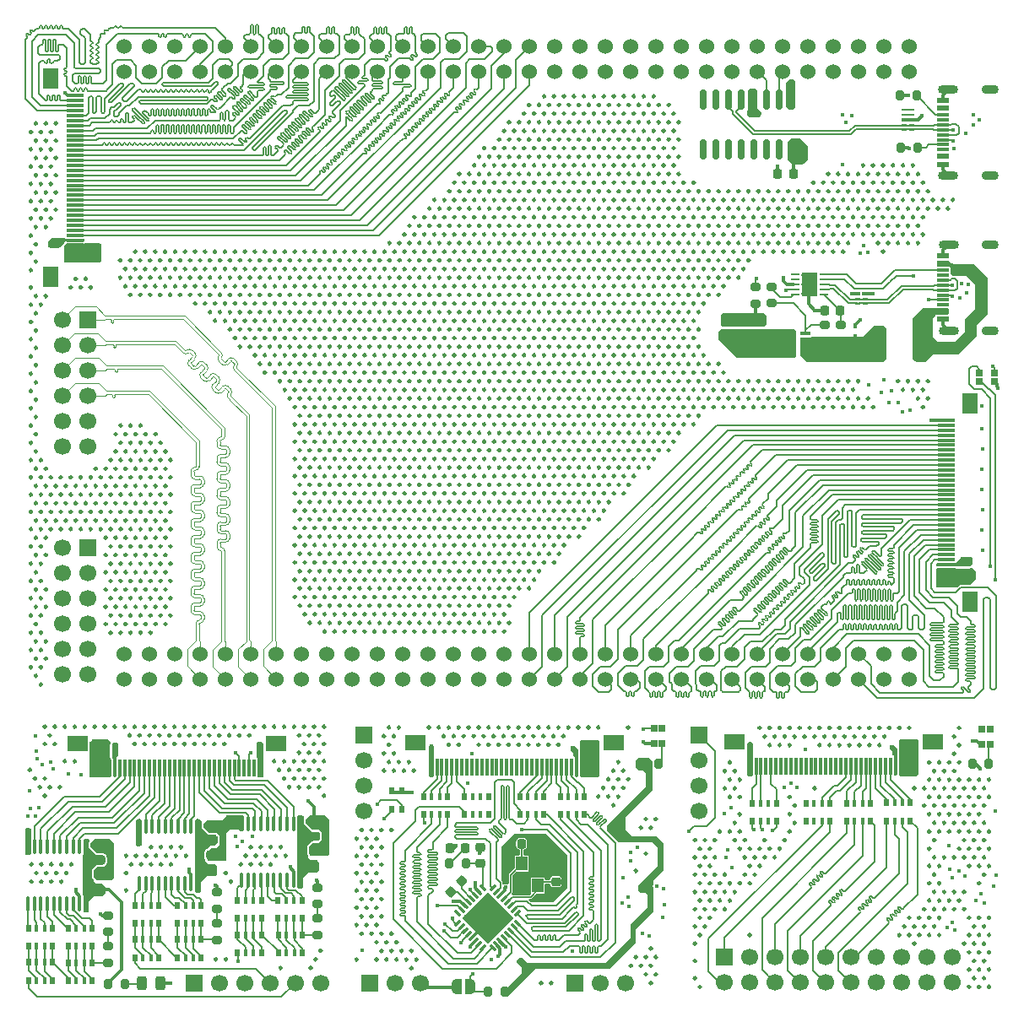
<source format=gtl>
G04 #@! TF.GenerationSoftware,KiCad,Pcbnew,9.0.2-2.fc42*
G04 #@! TF.CreationDate,2025-07-15T14:42:59+03:00*
G04 #@! TF.ProjectId,QMTECH_XC7A100T-Expantion-Board,514d5445-4348-45f5-9843-374131303054,rev?*
G04 #@! TF.SameCoordinates,Original*
G04 #@! TF.FileFunction,Copper,L1,Top*
G04 #@! TF.FilePolarity,Positive*
%FSLAX46Y46*%
G04 Gerber Fmt 4.6, Leading zero omitted, Abs format (unit mm)*
G04 Created by KiCad (PCBNEW 9.0.2-2.fc42) date 2025-07-15 14:42:59*
%MOMM*%
%LPD*%
G01*
G04 APERTURE LIST*
G04 Aperture macros list*
%AMRoundRect*
0 Rectangle with rounded corners*
0 $1 Rounding radius*
0 $2 $3 $4 $5 $6 $7 $8 $9 X,Y pos of 4 corners*
0 Add a 4 corners polygon primitive as box body*
4,1,4,$2,$3,$4,$5,$6,$7,$8,$9,$2,$3,0*
0 Add four circle primitives for the rounded corners*
1,1,$1+$1,$2,$3*
1,1,$1+$1,$4,$5*
1,1,$1+$1,$6,$7*
1,1,$1+$1,$8,$9*
0 Add four rect primitives between the rounded corners*
20,1,$1+$1,$2,$3,$4,$5,0*
20,1,$1+$1,$4,$5,$6,$7,0*
20,1,$1+$1,$6,$7,$8,$9,0*
20,1,$1+$1,$8,$9,$2,$3,0*%
%AMRotRect*
0 Rectangle, with rotation*
0 The origin of the aperture is its center*
0 $1 length*
0 $2 width*
0 $3 Rotation angle, in degrees counterclockwise*
0 Add horizontal line*
21,1,$1,$2,0,0,$3*%
%AMFreePoly0*
4,1,21,1.372500,0.787500,0.862500,0.787500,0.862500,0.532500,1.372500,0.532500,1.372500,0.127500,0.862500,0.127500,0.862500,-0.127500,1.372500,-0.127500,1.372500,-0.532500,0.862500,-0.532500,0.862500,-0.787500,1.372500,-0.787500,1.372500,-1.195000,0.612500,-1.195000,0.612500,-1.117500,-0.862500,-1.117500,-0.862500,1.117500,0.612500,1.117500,0.612500,1.195000,1.372500,1.195000,
1.372500,0.787500,1.372500,0.787500,$1*%
%AMFreePoly1*
4,1,39,0.500000,-0.750000,0.000000,-0.750000,0.000000,-0.749213,-0.028035,-0.749213,-0.083753,-0.742936,-0.138418,-0.730459,-0.191342,-0.711940,-0.241859,-0.687612,-0.289336,-0.657780,-0.333173,-0.622821,-0.372821,-0.583173,-0.407780,-0.539336,-0.437612,-0.491859,-0.461940,-0.441342,-0.480459,-0.388418,-0.492936,-0.333753,-0.499213,-0.278035,-0.499213,-0.250000,-0.500000,-0.250000,-0.500000,0.250000,
-0.499213,0.250000,-0.499213,0.278035,-0.492936,0.333753,-0.480459,0.388418,-0.461940,0.441342,-0.437612,0.491859,-0.407780,0.539336,-0.372821,0.583173,-0.333173,0.622821,-0.289336,0.657780,-0.241859,0.687612,-0.191342,0.711940,-0.138418,0.730459,-0.083753,0.742936,-0.028035,0.749213,0.000000,0.749213,0.000000,0.750000,0.500000,0.750000,0.500000,-0.750000,0.500000,-0.750000,
$1*%
%AMFreePoly2*
4,1,39,0.000000,0.749213,0.028035,0.749213,0.083753,0.742936,0.138418,0.730459,0.191342,0.711940,0.241859,0.687612,0.289336,0.657780,0.333173,0.622821,0.372821,0.583173,0.407780,0.539336,0.437612,0.491859,0.461940,0.441342,0.480459,0.388418,0.492936,0.333753,0.499213,0.278035,0.499213,0.250000,0.500000,0.250000,0.500000,-0.250000,0.499213,-0.250000,0.499213,-0.278035,
0.492936,-0.333753,0.480459,-0.388418,0.461940,-0.441342,0.437612,-0.491859,0.407780,-0.539336,0.372821,-0.583173,0.333173,-0.622821,0.289336,-0.657780,0.241859,-0.687612,0.191342,-0.711940,0.138418,-0.730459,0.083753,-0.742936,0.028035,-0.749213,0.000000,-0.749213,0.000000,-0.750000,-0.500000,-0.750000,-0.500000,0.750000,0.000000,0.750000,0.000000,0.749213,0.000000,0.749213,
$1*%
G04 Aperture macros list end*
G04 #@! TA.AperFunction,NonConductor*
%ADD10C,0.250000*%
G04 #@! TD*
G04 #@! TA.AperFunction,NonConductor*
%ADD11C,0.250001*%
G04 #@! TD*
G04 #@! TA.AperFunction,ComponentPad*
%ADD12R,1.700000X1.700000*%
G04 #@! TD*
G04 #@! TA.AperFunction,ComponentPad*
%ADD13C,1.700000*%
G04 #@! TD*
G04 #@! TA.AperFunction,SMDPad,CuDef*
%ADD14R,0.500000X0.800000*%
G04 #@! TD*
G04 #@! TA.AperFunction,SMDPad,CuDef*
%ADD15RoundRect,0.225000X0.250000X-0.225000X0.250000X0.225000X-0.250000X0.225000X-0.250000X-0.225000X0*%
G04 #@! TD*
G04 #@! TA.AperFunction,SMDPad,CuDef*
%ADD16R,0.400000X0.800000*%
G04 #@! TD*
G04 #@! TA.AperFunction,SMDPad,CuDef*
%ADD17R,0.300000X1.800000*%
G04 #@! TD*
G04 #@! TA.AperFunction,SMDPad,CuDef*
%ADD18R,2.000000X1.500000*%
G04 #@! TD*
G04 #@! TA.AperFunction,SMDPad,CuDef*
%ADD19RoundRect,0.243750X0.243750X0.456250X-0.243750X0.456250X-0.243750X-0.456250X0.243750X-0.456250X0*%
G04 #@! TD*
G04 #@! TA.AperFunction,SMDPad,CuDef*
%ADD20RoundRect,0.200000X0.275000X-0.200000X0.275000X0.200000X-0.275000X0.200000X-0.275000X-0.200000X0*%
G04 #@! TD*
G04 #@! TA.AperFunction,SMDPad,CuDef*
%ADD21RoundRect,0.200000X-0.200000X-0.275000X0.200000X-0.275000X0.200000X0.275000X-0.200000X0.275000X0*%
G04 #@! TD*
G04 #@! TA.AperFunction,SMDPad,CuDef*
%ADD22RoundRect,0.200000X-0.275000X0.200000X-0.275000X-0.200000X0.275000X-0.200000X0.275000X0.200000X0*%
G04 #@! TD*
G04 #@! TA.AperFunction,SMDPad,CuDef*
%ADD23R,0.650000X0.800000*%
G04 #@! TD*
G04 #@! TA.AperFunction,SMDPad,CuDef*
%ADD24RoundRect,0.225000X-0.225000X-0.250000X0.225000X-0.250000X0.225000X0.250000X-0.225000X0.250000X0*%
G04 #@! TD*
G04 #@! TA.AperFunction,SMDPad,CuDef*
%ADD25R,0.450000X0.600000*%
G04 #@! TD*
G04 #@! TA.AperFunction,SMDPad,CuDef*
%ADD26RoundRect,0.200000X0.200000X0.275000X-0.200000X0.275000X-0.200000X-0.275000X0.200000X-0.275000X0*%
G04 #@! TD*
G04 #@! TA.AperFunction,SMDPad,CuDef*
%ADD27RoundRect,0.100000X-0.100000X0.637500X-0.100000X-0.637500X0.100000X-0.637500X0.100000X0.637500X0*%
G04 #@! TD*
G04 #@! TA.AperFunction,SMDPad,CuDef*
%ADD28R,1.800000X0.300000*%
G04 #@! TD*
G04 #@! TA.AperFunction,SMDPad,CuDef*
%ADD29R,1.500000X2.000000*%
G04 #@! TD*
G04 #@! TA.AperFunction,SMDPad,CuDef*
%ADD30RoundRect,0.225000X0.225000X0.250000X-0.225000X0.250000X-0.225000X-0.250000X0.225000X-0.250000X0*%
G04 #@! TD*
G04 #@! TA.AperFunction,SMDPad,CuDef*
%ADD31R,0.625000X0.250000*%
G04 #@! TD*
G04 #@! TA.AperFunction,SMDPad,CuDef*
%ADD32R,0.700000X0.450000*%
G04 #@! TD*
G04 #@! TA.AperFunction,SMDPad,CuDef*
%ADD33R,0.575000X0.450000*%
G04 #@! TD*
G04 #@! TA.AperFunction,SMDPad,CuDef*
%ADD34R,1.160000X0.600000*%
G04 #@! TD*
G04 #@! TA.AperFunction,SMDPad,CuDef*
%ADD35R,1.160000X0.300000*%
G04 #@! TD*
G04 #@! TA.AperFunction,HeatsinkPad*
%ADD36O,2.000000X0.900000*%
G04 #@! TD*
G04 #@! TA.AperFunction,HeatsinkPad*
%ADD37O,1.700000X0.900000*%
G04 #@! TD*
G04 #@! TA.AperFunction,SMDPad,CuDef*
%ADD38RoundRect,0.225000X0.017678X-0.335876X0.335876X-0.017678X-0.017678X0.335876X-0.335876X0.017678X0*%
G04 #@! TD*
G04 #@! TA.AperFunction,ComponentPad*
%ADD39C,1.524000*%
G04 #@! TD*
G04 #@! TA.AperFunction,SMDPad,CuDef*
%ADD40RoundRect,0.062500X0.362500X0.062500X-0.362500X0.062500X-0.362500X-0.062500X0.362500X-0.062500X0*%
G04 #@! TD*
G04 #@! TA.AperFunction,HeatsinkPad*
%ADD41C,0.500000*%
G04 #@! TD*
G04 #@! TA.AperFunction,HeatsinkPad*
%ADD42R,1.650000X2.380000*%
G04 #@! TD*
G04 #@! TA.AperFunction,SMDPad,CuDef*
%ADD43RoundRect,0.225000X-0.250000X0.225000X-0.250000X-0.225000X0.250000X-0.225000X0.250000X0.225000X0*%
G04 #@! TD*
G04 #@! TA.AperFunction,SMDPad,CuDef*
%ADD44R,0.800000X0.650000*%
G04 #@! TD*
G04 #@! TA.AperFunction,SMDPad,CuDef*
%ADD45R,0.990000X0.405000*%
G04 #@! TD*
G04 #@! TA.AperFunction,SMDPad,CuDef*
%ADD46FreePoly0,180.000000*%
G04 #@! TD*
G04 #@! TA.AperFunction,SMDPad,CuDef*
%ADD47R,1.200000X1.400000*%
G04 #@! TD*
G04 #@! TA.AperFunction,SMDPad,CuDef*
%ADD48FreePoly1,0.000000*%
G04 #@! TD*
G04 #@! TA.AperFunction,SMDPad,CuDef*
%ADD49FreePoly2,0.000000*%
G04 #@! TD*
G04 #@! TA.AperFunction,SMDPad,CuDef*
%ADD50RoundRect,0.150000X-0.150000X0.825000X-0.150000X-0.825000X0.150000X-0.825000X0.150000X0.825000X0*%
G04 #@! TD*
G04 #@! TA.AperFunction,SMDPad,CuDef*
%ADD51RoundRect,0.250000X-0.312500X-1.450000X0.312500X-1.450000X0.312500X1.450000X-0.312500X1.450000X0*%
G04 #@! TD*
G04 #@! TA.AperFunction,SMDPad,CuDef*
%ADD52RotRect,0.800000X0.300000X135.000000*%
G04 #@! TD*
G04 #@! TA.AperFunction,SMDPad,CuDef*
%ADD53RotRect,0.800000X0.300000X225.000000*%
G04 #@! TD*
G04 #@! TA.AperFunction,SMDPad,CuDef*
%ADD54RotRect,0.800000X0.300000X315.000000*%
G04 #@! TD*
G04 #@! TA.AperFunction,SMDPad,CuDef*
%ADD55RotRect,0.800000X0.300000X45.000000*%
G04 #@! TD*
G04 #@! TA.AperFunction,SMDPad,CuDef*
%ADD56RotRect,3.600000X3.600000X135.000000*%
G04 #@! TD*
G04 #@! TA.AperFunction,ViaPad*
%ADD57C,0.450000*%
G04 #@! TD*
G04 #@! TA.AperFunction,Conductor*
%ADD58C,0.300000*%
G04 #@! TD*
G04 #@! TA.AperFunction,Conductor*
%ADD59C,0.156500*%
G04 #@! TD*
G04 #@! TA.AperFunction,Conductor*
%ADD60C,0.158200*%
G04 #@! TD*
G04 #@! TA.AperFunction,Conductor*
%ADD61C,0.124000*%
G04 #@! TD*
G04 APERTURE END LIST*
D10*
X91567600Y-133292057D02*
G75*
G02*
X91317600Y-133292057I-125000J0D01*
G01*
X91317600Y-133292057D02*
G75*
G02*
X91567600Y-133292057I125000J0D01*
G01*
X90567600Y-135024108D02*
G75*
G02*
X90317600Y-135024108I-125000J0D01*
G01*
X90317600Y-135024108D02*
G75*
G02*
X90567600Y-135024108I125000J0D01*
G01*
X91067600Y-134158082D02*
G75*
G02*
X90817600Y-134158082I-125000J0D01*
G01*
X90817600Y-134158082D02*
G75*
G02*
X91067600Y-134158082I125000J0D01*
G01*
X87567600Y-135024108D02*
G75*
G02*
X87317600Y-135024108I-125000J0D01*
G01*
X87317600Y-135024108D02*
G75*
G02*
X87567600Y-135024108I125000J0D01*
G01*
X88067600Y-123765777D02*
G75*
G02*
X87817600Y-123765777I-125000J0D01*
G01*
X87817600Y-123765777D02*
G75*
G02*
X88067600Y-123765777I125000J0D01*
G01*
X87567600Y-122899752D02*
G75*
G02*
X87317600Y-122899752I-125000J0D01*
G01*
X87317600Y-122899752D02*
G75*
G02*
X87567600Y-122899752I125000J0D01*
G01*
X86567600Y-124631803D02*
G75*
G02*
X86317600Y-124631803I-125000J0D01*
G01*
X86317600Y-124631803D02*
G75*
G02*
X86567600Y-124631803I125000J0D01*
G01*
X87067600Y-123765777D02*
G75*
G02*
X86817600Y-123765777I-125000J0D01*
G01*
X86817600Y-123765777D02*
G75*
G02*
X87067600Y-123765777I125000J0D01*
G01*
X86567600Y-122899752D02*
G75*
G02*
X86317600Y-122899752I-125000J0D01*
G01*
X86317600Y-122899752D02*
G75*
G02*
X86567600Y-122899752I125000J0D01*
G01*
X85567600Y-124631803D02*
G75*
G02*
X85317600Y-124631803I-125000J0D01*
G01*
X85317600Y-124631803D02*
G75*
G02*
X85567600Y-124631803I125000J0D01*
G01*
X86067600Y-123765777D02*
G75*
G02*
X85817600Y-123765777I-125000J0D01*
G01*
X85817600Y-123765777D02*
G75*
G02*
X86067600Y-123765777I125000J0D01*
G01*
X85567600Y-122899752D02*
G75*
G02*
X85317600Y-122899752I-125000J0D01*
G01*
X85317600Y-122899752D02*
G75*
G02*
X85567600Y-122899752I125000J0D01*
G01*
X84567600Y-124631803D02*
G75*
G02*
X84317600Y-124631803I-125000J0D01*
G01*
X84317600Y-124631803D02*
G75*
G02*
X84567600Y-124631803I125000J0D01*
G01*
X85067600Y-123765777D02*
G75*
G02*
X84817600Y-123765777I-125000J0D01*
G01*
X84817600Y-123765777D02*
G75*
G02*
X85067600Y-123765777I125000J0D01*
G01*
X84567600Y-122899752D02*
G75*
G02*
X84317600Y-122899752I-125000J0D01*
G01*
X84317600Y-122899752D02*
G75*
G02*
X84567600Y-122899752I125000J0D01*
G01*
X83567600Y-124631803D02*
G75*
G02*
X83317600Y-124631803I-125000J0D01*
G01*
X83317600Y-124631803D02*
G75*
G02*
X83567600Y-124631803I125000J0D01*
G01*
X84067600Y-123765777D02*
G75*
G02*
X83817600Y-123765777I-125000J0D01*
G01*
X83817600Y-123765777D02*
G75*
G02*
X84067600Y-123765777I125000J0D01*
G01*
X82567600Y-126363854D02*
G75*
G02*
X82317600Y-126363854I-125000J0D01*
G01*
X82317600Y-126363854D02*
G75*
G02*
X82567600Y-126363854I125000J0D01*
G01*
X82067600Y-134158082D02*
G75*
G02*
X81817600Y-134158082I-125000J0D01*
G01*
X81817600Y-134158082D02*
G75*
G02*
X82067600Y-134158082I125000J0D01*
G01*
X82067600Y-125497828D02*
G75*
G02*
X81817600Y-125497828I-125000J0D01*
G01*
X81817600Y-125497828D02*
G75*
G02*
X82067600Y-125497828I125000J0D01*
G01*
X81067600Y-134158082D02*
G75*
G02*
X80817600Y-134158082I-125000J0D01*
G01*
X80817600Y-134158082D02*
G75*
G02*
X81067600Y-134158082I125000J0D01*
G01*
X78067600Y-123765777D02*
G75*
G02*
X77817600Y-123765777I-125000J0D01*
G01*
X77817600Y-123765777D02*
G75*
G02*
X78067600Y-123765777I125000J0D01*
G01*
X77567600Y-122899752D02*
G75*
G02*
X77317600Y-122899752I-125000J0D01*
G01*
X77317600Y-122899752D02*
G75*
G02*
X77567600Y-122899752I125000J0D01*
G01*
X76567600Y-124631803D02*
G75*
G02*
X76317600Y-124631803I-125000J0D01*
G01*
X76317600Y-124631803D02*
G75*
G02*
X76567600Y-124631803I125000J0D01*
G01*
X77067600Y-123765777D02*
G75*
G02*
X76817600Y-123765777I-125000J0D01*
G01*
X76817600Y-123765777D02*
G75*
G02*
X77067600Y-123765777I125000J0D01*
G01*
X76567600Y-122899752D02*
G75*
G02*
X76317600Y-122899752I-125000J0D01*
G01*
X76317600Y-122899752D02*
G75*
G02*
X76567600Y-122899752I125000J0D01*
G01*
X75567600Y-124631803D02*
G75*
G02*
X75317600Y-124631803I-125000J0D01*
G01*
X75317600Y-124631803D02*
G75*
G02*
X75567600Y-124631803I125000J0D01*
G01*
X76067600Y-123765777D02*
G75*
G02*
X75817600Y-123765777I-125000J0D01*
G01*
X75817600Y-123765777D02*
G75*
G02*
X76067600Y-123765777I125000J0D01*
G01*
X75567600Y-122899752D02*
G75*
G02*
X75317600Y-122899752I-125000J0D01*
G01*
X75317600Y-122899752D02*
G75*
G02*
X75567600Y-122899752I125000J0D01*
G01*
X74567600Y-124631803D02*
G75*
G02*
X74317600Y-124631803I-125000J0D01*
G01*
X74317600Y-124631803D02*
G75*
G02*
X74567600Y-124631803I125000J0D01*
G01*
X75067600Y-123765777D02*
G75*
G02*
X74817600Y-123765777I-125000J0D01*
G01*
X74817600Y-123765777D02*
G75*
G02*
X75067600Y-123765777I125000J0D01*
G01*
X74567600Y-122899752D02*
G75*
G02*
X74317600Y-122899752I-125000J0D01*
G01*
X74317600Y-122899752D02*
G75*
G02*
X74567600Y-122899752I125000J0D01*
G01*
X73567600Y-124631803D02*
G75*
G02*
X73317600Y-124631803I-125000J0D01*
G01*
X73317600Y-124631803D02*
G75*
G02*
X73567600Y-124631803I125000J0D01*
G01*
X74067600Y-123765777D02*
G75*
G02*
X73817600Y-123765777I-125000J0D01*
G01*
X73817600Y-123765777D02*
G75*
G02*
X74067600Y-123765777I125000J0D01*
G01*
X72567600Y-124631803D02*
G75*
G02*
X72317600Y-124631803I-125000J0D01*
G01*
X72317600Y-124631803D02*
G75*
G02*
X72567600Y-124631803I125000J0D01*
G01*
X73067600Y-123765777D02*
G75*
G02*
X72817600Y-123765777I-125000J0D01*
G01*
X72817600Y-123765777D02*
G75*
G02*
X73067600Y-123765777I125000J0D01*
G01*
X72067600Y-127229879D02*
G75*
G02*
X71817600Y-127229879I-125000J0D01*
G01*
X71817600Y-127229879D02*
G75*
G02*
X72067600Y-127229879I125000J0D01*
G01*
X72067600Y-125497828D02*
G75*
G02*
X71817600Y-125497828I-125000J0D01*
G01*
X71817600Y-125497828D02*
G75*
G02*
X72067600Y-125497828I125000J0D01*
G01*
X72067600Y-123765777D02*
G75*
G02*
X71817600Y-123765777I-125000J0D01*
G01*
X71817600Y-123765777D02*
G75*
G02*
X72067600Y-123765777I125000J0D01*
G01*
X66567600Y-124631803D02*
G75*
G02*
X66317600Y-124631803I-125000J0D01*
G01*
X66317600Y-124631803D02*
G75*
G02*
X66567600Y-124631803I125000J0D01*
G01*
X65567600Y-126363854D02*
G75*
G02*
X65317600Y-126363854I-125000J0D01*
G01*
X65317600Y-126363854D02*
G75*
G02*
X65567600Y-126363854I125000J0D01*
G01*
X66067600Y-125497828D02*
G75*
G02*
X65817600Y-125497828I-125000J0D01*
G01*
X65817600Y-125497828D02*
G75*
G02*
X66067600Y-125497828I125000J0D01*
G01*
X65567600Y-124631803D02*
G75*
G02*
X65317600Y-124631803I-125000J0D01*
G01*
X65317600Y-124631803D02*
G75*
G02*
X65567600Y-124631803I125000J0D01*
G01*
X64567600Y-126363854D02*
G75*
G02*
X64317600Y-126363854I-125000J0D01*
G01*
X64317600Y-126363854D02*
G75*
G02*
X64567600Y-126363854I125000J0D01*
G01*
X65067600Y-125497828D02*
G75*
G02*
X64817600Y-125497828I-125000J0D01*
G01*
X64817600Y-125497828D02*
G75*
G02*
X65067600Y-125497828I125000J0D01*
G01*
X64567600Y-124631803D02*
G75*
G02*
X64317600Y-124631803I-125000J0D01*
G01*
X64317600Y-124631803D02*
G75*
G02*
X64567600Y-124631803I125000J0D01*
G01*
X63567600Y-126363854D02*
G75*
G02*
X63317600Y-126363854I-125000J0D01*
G01*
X63317600Y-126363854D02*
G75*
G02*
X63567600Y-126363854I125000J0D01*
G01*
X64067600Y-125497828D02*
G75*
G02*
X63817600Y-125497828I-125000J0D01*
G01*
X63817600Y-125497828D02*
G75*
G02*
X64067600Y-125497828I125000J0D01*
G01*
X63567600Y-124631803D02*
G75*
G02*
X63317600Y-124631803I-125000J0D01*
G01*
X63317600Y-124631803D02*
G75*
G02*
X63567600Y-124631803I125000J0D01*
G01*
X62567600Y-126363854D02*
G75*
G02*
X62317600Y-126363854I-125000J0D01*
G01*
X62317600Y-126363854D02*
G75*
G02*
X62567600Y-126363854I125000J0D01*
G01*
X63067600Y-125497828D02*
G75*
G02*
X62817600Y-125497828I-125000J0D01*
G01*
X62817600Y-125497828D02*
G75*
G02*
X63067600Y-125497828I125000J0D01*
G01*
X62567600Y-124631803D02*
G75*
G02*
X62317600Y-124631803I-125000J0D01*
G01*
X62317600Y-124631803D02*
G75*
G02*
X62567600Y-124631803I125000J0D01*
G01*
X125195800Y-135669392D02*
G75*
G02*
X124945800Y-135669392I-125000J0D01*
G01*
X124945800Y-135669392D02*
G75*
G02*
X125195800Y-135669392I125000J0D01*
G01*
X125195800Y-133937341D02*
G75*
G02*
X124945800Y-133937341I-125000J0D01*
G01*
X124945800Y-133937341D02*
G75*
G02*
X125195800Y-133937341I125000J0D01*
G01*
X125195800Y-120080934D02*
G75*
G02*
X124945800Y-120080934I-125000J0D01*
G01*
X124945800Y-120080934D02*
G75*
G02*
X125195800Y-120080934I125000J0D01*
G01*
X124695800Y-136535417D02*
G75*
G02*
X124445800Y-136535417I-125000J0D01*
G01*
X124445800Y-136535417D02*
G75*
G02*
X124695800Y-136535417I125000J0D01*
G01*
X124195800Y-135669392D02*
G75*
G02*
X123945800Y-135669392I-125000J0D01*
G01*
X123945800Y-135669392D02*
G75*
G02*
X124195800Y-135669392I125000J0D01*
G01*
X124695800Y-134803366D02*
G75*
G02*
X124445800Y-134803366I-125000J0D01*
G01*
X124445800Y-134803366D02*
G75*
G02*
X124695800Y-134803366I125000J0D01*
G01*
X124195800Y-133937341D02*
G75*
G02*
X123945800Y-133937341I-125000J0D01*
G01*
X123945800Y-133937341D02*
G75*
G02*
X124195800Y-133937341I125000J0D01*
G01*
X124695800Y-133071315D02*
G75*
G02*
X124445800Y-133071315I-125000J0D01*
G01*
X124445800Y-133071315D02*
G75*
G02*
X124695800Y-133071315I125000J0D01*
G01*
X124195800Y-123545036D02*
G75*
G02*
X123945800Y-123545036I-125000J0D01*
G01*
X123945800Y-123545036D02*
G75*
G02*
X124195800Y-123545036I125000J0D01*
G01*
X124695800Y-120946960D02*
G75*
G02*
X124445800Y-120946960I-125000J0D01*
G01*
X124445800Y-120946960D02*
G75*
G02*
X124695800Y-120946960I125000J0D01*
G01*
X124195800Y-120080934D02*
G75*
G02*
X123945800Y-120080934I-125000J0D01*
G01*
X123945800Y-120080934D02*
G75*
G02*
X124195800Y-120080934I125000J0D01*
G01*
X123695800Y-134803366D02*
G75*
G02*
X123445800Y-134803366I-125000J0D01*
G01*
X123445800Y-134803366D02*
G75*
G02*
X123695800Y-134803366I125000J0D01*
G01*
X123195800Y-133937341D02*
G75*
G02*
X122945800Y-133937341I-125000J0D01*
G01*
X122945800Y-133937341D02*
G75*
G02*
X123195800Y-133937341I125000J0D01*
G01*
X123195800Y-125277087D02*
G75*
G02*
X122945800Y-125277087I-125000J0D01*
G01*
X122945800Y-125277087D02*
G75*
G02*
X123195800Y-125277087I125000J0D01*
G01*
X123695800Y-120946960D02*
G75*
G02*
X123445800Y-120946960I-125000J0D01*
G01*
X123445800Y-120946960D02*
G75*
G02*
X123695800Y-120946960I125000J0D01*
G01*
X122695800Y-134803366D02*
G75*
G02*
X122445800Y-134803366I-125000J0D01*
G01*
X122445800Y-134803366D02*
G75*
G02*
X122695800Y-134803366I125000J0D01*
G01*
X114695800Y-136535417D02*
G75*
G02*
X114445800Y-136535417I-125000J0D01*
G01*
X114445800Y-136535417D02*
G75*
G02*
X114695800Y-136535417I125000J0D01*
G01*
X113695800Y-136535417D02*
G75*
G02*
X113445800Y-136535417I-125000J0D01*
G01*
X113445800Y-136535417D02*
G75*
G02*
X113695800Y-136535417I125000J0D01*
G01*
X158613600Y-136917962D02*
G75*
G02*
X158363600Y-136917962I-125000J0D01*
G01*
X158363600Y-136917962D02*
G75*
G02*
X158613600Y-136917962I125000J0D01*
G01*
X158613600Y-135185911D02*
G75*
G02*
X158363600Y-135185911I-125000J0D01*
G01*
X158363600Y-135185911D02*
G75*
G02*
X158613600Y-135185911I125000J0D01*
G01*
X158613600Y-133453860D02*
G75*
G02*
X158363600Y-133453860I-125000J0D01*
G01*
X158363600Y-133453860D02*
G75*
G02*
X158613600Y-133453860I125000J0D01*
G01*
X158613600Y-131721809D02*
G75*
G02*
X158363600Y-131721809I-125000J0D01*
G01*
X158363600Y-131721809D02*
G75*
G02*
X158613600Y-131721809I125000J0D01*
G01*
X158613600Y-129989758D02*
G75*
G02*
X158363600Y-129989758I-125000J0D01*
G01*
X158363600Y-129989758D02*
G75*
G02*
X158613600Y-129989758I125000J0D01*
G01*
X158613600Y-124793606D02*
G75*
G02*
X158363600Y-124793606I-125000J0D01*
G01*
X158363600Y-124793606D02*
G75*
G02*
X158613600Y-124793606I125000J0D01*
G01*
X158613600Y-123061555D02*
G75*
G02*
X158363600Y-123061555I-125000J0D01*
G01*
X158363600Y-123061555D02*
G75*
G02*
X158613600Y-123061555I125000J0D01*
G01*
X158613600Y-121329504D02*
G75*
G02*
X158363600Y-121329504I-125000J0D01*
G01*
X158363600Y-121329504D02*
G75*
G02*
X158613600Y-121329504I125000J0D01*
G01*
X158613600Y-117865403D02*
G75*
G02*
X158363600Y-117865403I-125000J0D01*
G01*
X158363600Y-117865403D02*
G75*
G02*
X158613600Y-117865403I125000J0D01*
G01*
X158613600Y-116133352D02*
G75*
G02*
X158363600Y-116133352I-125000J0D01*
G01*
X158363600Y-116133352D02*
G75*
G02*
X158613600Y-116133352I125000J0D01*
G01*
X157613600Y-136917962D02*
G75*
G02*
X157363600Y-136917962I-125000J0D01*
G01*
X157363600Y-136917962D02*
G75*
G02*
X157613600Y-136917962I125000J0D01*
G01*
X158113600Y-136051936D02*
G75*
G02*
X157863600Y-136051936I-125000J0D01*
G01*
X157863600Y-136051936D02*
G75*
G02*
X158113600Y-136051936I125000J0D01*
G01*
X157613600Y-135185911D02*
G75*
G02*
X157363600Y-135185911I-125000J0D01*
G01*
X157363600Y-135185911D02*
G75*
G02*
X157613600Y-135185911I125000J0D01*
G01*
X158113600Y-134319885D02*
G75*
G02*
X157863600Y-134319885I-125000J0D01*
G01*
X157863600Y-134319885D02*
G75*
G02*
X158113600Y-134319885I125000J0D01*
G01*
X157613600Y-133453860D02*
G75*
G02*
X157363600Y-133453860I-125000J0D01*
G01*
X157363600Y-133453860D02*
G75*
G02*
X157613600Y-133453860I125000J0D01*
G01*
X158113600Y-132587835D02*
G75*
G02*
X157863600Y-132587835I-125000J0D01*
G01*
X157863600Y-132587835D02*
G75*
G02*
X158113600Y-132587835I125000J0D01*
G01*
X157613600Y-131721809D02*
G75*
G02*
X157363600Y-131721809I-125000J0D01*
G01*
X157363600Y-131721809D02*
G75*
G02*
X157613600Y-131721809I125000J0D01*
G01*
X158113600Y-130855784D02*
G75*
G02*
X157863600Y-130855784I-125000J0D01*
G01*
X157863600Y-130855784D02*
G75*
G02*
X158113600Y-130855784I125000J0D01*
G01*
X157613600Y-129989758D02*
G75*
G02*
X157363600Y-129989758I-125000J0D01*
G01*
X157363600Y-129989758D02*
G75*
G02*
X157613600Y-129989758I125000J0D01*
G01*
X157613600Y-126525657D02*
G75*
G02*
X157363600Y-126525657I-125000J0D01*
G01*
X157363600Y-126525657D02*
G75*
G02*
X157613600Y-126525657I125000J0D01*
G01*
X158113600Y-125659631D02*
G75*
G02*
X157863600Y-125659631I-125000J0D01*
G01*
X157863600Y-125659631D02*
G75*
G02*
X158113600Y-125659631I125000J0D01*
G01*
X157613600Y-124793606D02*
G75*
G02*
X157363600Y-124793606I-125000J0D01*
G01*
X157363600Y-124793606D02*
G75*
G02*
X157613600Y-124793606I125000J0D01*
G01*
X158113600Y-123927581D02*
G75*
G02*
X157863600Y-123927581I-125000J0D01*
G01*
X157863600Y-123927581D02*
G75*
G02*
X158113600Y-123927581I125000J0D01*
G01*
X157613600Y-123061555D02*
G75*
G02*
X157363600Y-123061555I-125000J0D01*
G01*
X157363600Y-123061555D02*
G75*
G02*
X157613600Y-123061555I125000J0D01*
G01*
X158113600Y-122195530D02*
G75*
G02*
X157863600Y-122195530I-125000J0D01*
G01*
X157863600Y-122195530D02*
G75*
G02*
X158113600Y-122195530I125000J0D01*
G01*
X157613600Y-121329504D02*
G75*
G02*
X157363600Y-121329504I-125000J0D01*
G01*
X157363600Y-121329504D02*
G75*
G02*
X157613600Y-121329504I125000J0D01*
G01*
X158113600Y-120463479D02*
G75*
G02*
X157863600Y-120463479I-125000J0D01*
G01*
X157863600Y-120463479D02*
G75*
G02*
X158113600Y-120463479I125000J0D01*
G01*
X157613600Y-119597454D02*
G75*
G02*
X157363600Y-119597454I-125000J0D01*
G01*
X157363600Y-119597454D02*
G75*
G02*
X157613600Y-119597454I125000J0D01*
G01*
X158113600Y-118731428D02*
G75*
G02*
X157863600Y-118731428I-125000J0D01*
G01*
X157863600Y-118731428D02*
G75*
G02*
X158113600Y-118731428I125000J0D01*
G01*
X157613600Y-117865403D02*
G75*
G02*
X157363600Y-117865403I-125000J0D01*
G01*
X157363600Y-117865403D02*
G75*
G02*
X157613600Y-117865403I125000J0D01*
G01*
X158113600Y-116999377D02*
G75*
G02*
X157863600Y-116999377I-125000J0D01*
G01*
X157863600Y-116999377D02*
G75*
G02*
X158113600Y-116999377I125000J0D01*
G01*
X157613600Y-116133352D02*
G75*
G02*
X157363600Y-116133352I-125000J0D01*
G01*
X157363600Y-116133352D02*
G75*
G02*
X157613600Y-116133352I125000J0D01*
G01*
X156613600Y-136917962D02*
G75*
G02*
X156363600Y-136917962I-125000J0D01*
G01*
X156363600Y-136917962D02*
G75*
G02*
X156613600Y-136917962I125000J0D01*
G01*
X157113600Y-136051936D02*
G75*
G02*
X156863600Y-136051936I-125000J0D01*
G01*
X156863600Y-136051936D02*
G75*
G02*
X157113600Y-136051936I125000J0D01*
G01*
X156613600Y-135185911D02*
G75*
G02*
X156363600Y-135185911I-125000J0D01*
G01*
X156363600Y-135185911D02*
G75*
G02*
X156613600Y-135185911I125000J0D01*
G01*
X157113600Y-134319885D02*
G75*
G02*
X156863600Y-134319885I-125000J0D01*
G01*
X156863600Y-134319885D02*
G75*
G02*
X157113600Y-134319885I125000J0D01*
G01*
X156613600Y-133453860D02*
G75*
G02*
X156363600Y-133453860I-125000J0D01*
G01*
X156363600Y-133453860D02*
G75*
G02*
X156613600Y-133453860I125000J0D01*
G01*
X157113600Y-132587835D02*
G75*
G02*
X156863600Y-132587835I-125000J0D01*
G01*
X156863600Y-132587835D02*
G75*
G02*
X157113600Y-132587835I125000J0D01*
G01*
X156613600Y-131721809D02*
G75*
G02*
X156363600Y-131721809I-125000J0D01*
G01*
X156363600Y-131721809D02*
G75*
G02*
X156613600Y-131721809I125000J0D01*
G01*
X157113600Y-130855784D02*
G75*
G02*
X156863600Y-130855784I-125000J0D01*
G01*
X156863600Y-130855784D02*
G75*
G02*
X157113600Y-130855784I125000J0D01*
G01*
X156613600Y-129989758D02*
G75*
G02*
X156363600Y-129989758I-125000J0D01*
G01*
X156363600Y-129989758D02*
G75*
G02*
X156613600Y-129989758I125000J0D01*
G01*
X156613600Y-124793606D02*
G75*
G02*
X156363600Y-124793606I-125000J0D01*
G01*
X156363600Y-124793606D02*
G75*
G02*
X156613600Y-124793606I125000J0D01*
G01*
X157113600Y-123927581D02*
G75*
G02*
X156863600Y-123927581I-125000J0D01*
G01*
X156863600Y-123927581D02*
G75*
G02*
X157113600Y-123927581I125000J0D01*
G01*
X156613600Y-123061555D02*
G75*
G02*
X156363600Y-123061555I-125000J0D01*
G01*
X156363600Y-123061555D02*
G75*
G02*
X156613600Y-123061555I125000J0D01*
G01*
X157113600Y-122195530D02*
G75*
G02*
X156863600Y-122195530I-125000J0D01*
G01*
X156863600Y-122195530D02*
G75*
G02*
X157113600Y-122195530I125000J0D01*
G01*
X156613600Y-121329504D02*
G75*
G02*
X156363600Y-121329504I-125000J0D01*
G01*
X156363600Y-121329504D02*
G75*
G02*
X156613600Y-121329504I125000J0D01*
G01*
X157113600Y-120463479D02*
G75*
G02*
X156863600Y-120463479I-125000J0D01*
G01*
X156863600Y-120463479D02*
G75*
G02*
X157113600Y-120463479I125000J0D01*
G01*
X156613600Y-119597454D02*
G75*
G02*
X156363600Y-119597454I-125000J0D01*
G01*
X156363600Y-119597454D02*
G75*
G02*
X156613600Y-119597454I125000J0D01*
G01*
X157113600Y-118731428D02*
G75*
G02*
X156863600Y-118731428I-125000J0D01*
G01*
X156863600Y-118731428D02*
G75*
G02*
X157113600Y-118731428I125000J0D01*
G01*
X156613600Y-117865403D02*
G75*
G02*
X156363600Y-117865403I-125000J0D01*
G01*
X156363600Y-117865403D02*
G75*
G02*
X156613600Y-117865403I125000J0D01*
G01*
X157113600Y-116999377D02*
G75*
G02*
X156863600Y-116999377I-125000J0D01*
G01*
X156863600Y-116999377D02*
G75*
G02*
X157113600Y-116999377I125000J0D01*
G01*
X156613600Y-116133352D02*
G75*
G02*
X156363600Y-116133352I-125000J0D01*
G01*
X156363600Y-116133352D02*
G75*
G02*
X156613600Y-116133352I125000J0D01*
G01*
X156113600Y-132587835D02*
G75*
G02*
X155863600Y-132587835I-125000J0D01*
G01*
X155863600Y-132587835D02*
G75*
G02*
X156113600Y-132587835I125000J0D01*
G01*
X156113600Y-129123733D02*
G75*
G02*
X155863600Y-129123733I-125000J0D01*
G01*
X155863600Y-129123733D02*
G75*
G02*
X156113600Y-129123733I125000J0D01*
G01*
X155613600Y-128257708D02*
G75*
G02*
X155363600Y-128257708I-125000J0D01*
G01*
X155363600Y-128257708D02*
G75*
G02*
X155613600Y-128257708I125000J0D01*
G01*
X156113600Y-127391682D02*
G75*
G02*
X155863600Y-127391682I-125000J0D01*
G01*
X155863600Y-127391682D02*
G75*
G02*
X156113600Y-127391682I125000J0D01*
G01*
X156113600Y-123927581D02*
G75*
G02*
X155863600Y-123927581I-125000J0D01*
G01*
X155863600Y-123927581D02*
G75*
G02*
X156113600Y-123927581I125000J0D01*
G01*
X155613600Y-123061555D02*
G75*
G02*
X155363600Y-123061555I-125000J0D01*
G01*
X155363600Y-123061555D02*
G75*
G02*
X155613600Y-123061555I125000J0D01*
G01*
X156113600Y-122195530D02*
G75*
G02*
X155863600Y-122195530I-125000J0D01*
G01*
X155863600Y-122195530D02*
G75*
G02*
X156113600Y-122195530I125000J0D01*
G01*
X155613600Y-121329504D02*
G75*
G02*
X155363600Y-121329504I-125000J0D01*
G01*
X155363600Y-121329504D02*
G75*
G02*
X155613600Y-121329504I125000J0D01*
G01*
X156113600Y-120463479D02*
G75*
G02*
X155863600Y-120463479I-125000J0D01*
G01*
X155863600Y-120463479D02*
G75*
G02*
X156113600Y-120463479I125000J0D01*
G01*
X155613600Y-119597454D02*
G75*
G02*
X155363600Y-119597454I-125000J0D01*
G01*
X155363600Y-119597454D02*
G75*
G02*
X155613600Y-119597454I125000J0D01*
G01*
X156113600Y-118731428D02*
G75*
G02*
X155863600Y-118731428I-125000J0D01*
G01*
X155863600Y-118731428D02*
G75*
G02*
X156113600Y-118731428I125000J0D01*
G01*
X155613600Y-117865403D02*
G75*
G02*
X155363600Y-117865403I-125000J0D01*
G01*
X155363600Y-117865403D02*
G75*
G02*
X155613600Y-117865403I125000J0D01*
G01*
X156113600Y-116999377D02*
G75*
G02*
X155863600Y-116999377I-125000J0D01*
G01*
X155863600Y-116999377D02*
G75*
G02*
X156113600Y-116999377I125000J0D01*
G01*
X155613600Y-116133352D02*
G75*
G02*
X155363600Y-116133352I-125000J0D01*
G01*
X155363600Y-116133352D02*
G75*
G02*
X155613600Y-116133352I125000J0D01*
G01*
X155613600Y-114401301D02*
G75*
G02*
X155363600Y-114401301I-125000J0D01*
G01*
X155363600Y-114401301D02*
G75*
G02*
X155613600Y-114401301I125000J0D01*
G01*
X155613600Y-112669250D02*
G75*
G02*
X155363600Y-112669250I-125000J0D01*
G01*
X155363600Y-112669250D02*
G75*
G02*
X155613600Y-112669250I125000J0D01*
G01*
X155613600Y-110937200D02*
G75*
G02*
X155363600Y-110937200I-125000J0D01*
G01*
X155363600Y-110937200D02*
G75*
G02*
X155613600Y-110937200I125000J0D01*
G01*
X155113600Y-129123733D02*
G75*
G02*
X154863600Y-129123733I-125000J0D01*
G01*
X154863600Y-129123733D02*
G75*
G02*
X155113600Y-129123733I125000J0D01*
G01*
X154613600Y-128257708D02*
G75*
G02*
X154363600Y-128257708I-125000J0D01*
G01*
X154363600Y-128257708D02*
G75*
G02*
X154613600Y-128257708I125000J0D01*
G01*
X155113600Y-127391682D02*
G75*
G02*
X154863600Y-127391682I-125000J0D01*
G01*
X154863600Y-127391682D02*
G75*
G02*
X155113600Y-127391682I125000J0D01*
G01*
X155113600Y-123927581D02*
G75*
G02*
X154863600Y-123927581I-125000J0D01*
G01*
X154863600Y-123927581D02*
G75*
G02*
X155113600Y-123927581I125000J0D01*
G01*
X154613600Y-121329504D02*
G75*
G02*
X154363600Y-121329504I-125000J0D01*
G01*
X154363600Y-121329504D02*
G75*
G02*
X154613600Y-121329504I125000J0D01*
G01*
X155113600Y-120463479D02*
G75*
G02*
X154863600Y-120463479I-125000J0D01*
G01*
X154863600Y-120463479D02*
G75*
G02*
X155113600Y-120463479I125000J0D01*
G01*
X154613600Y-119597454D02*
G75*
G02*
X154363600Y-119597454I-125000J0D01*
G01*
X154363600Y-119597454D02*
G75*
G02*
X154613600Y-119597454I125000J0D01*
G01*
X155113600Y-118731428D02*
G75*
G02*
X154863600Y-118731428I-125000J0D01*
G01*
X154863600Y-118731428D02*
G75*
G02*
X155113600Y-118731428I125000J0D01*
G01*
X154613600Y-117865403D02*
G75*
G02*
X154363600Y-117865403I-125000J0D01*
G01*
X154363600Y-117865403D02*
G75*
G02*
X154613600Y-117865403I125000J0D01*
G01*
X155113600Y-116999377D02*
G75*
G02*
X154863600Y-116999377I-125000J0D01*
G01*
X154863600Y-116999377D02*
G75*
G02*
X155113600Y-116999377I125000J0D01*
G01*
X154613600Y-116133352D02*
G75*
G02*
X154363600Y-116133352I-125000J0D01*
G01*
X154363600Y-116133352D02*
G75*
G02*
X154613600Y-116133352I125000J0D01*
G01*
X155113600Y-115267327D02*
G75*
G02*
X154863600Y-115267327I-125000J0D01*
G01*
X154863600Y-115267327D02*
G75*
G02*
X155113600Y-115267327I125000J0D01*
G01*
X154613600Y-114401301D02*
G75*
G02*
X154363600Y-114401301I-125000J0D01*
G01*
X154363600Y-114401301D02*
G75*
G02*
X154613600Y-114401301I125000J0D01*
G01*
X155113600Y-113535276D02*
G75*
G02*
X154863600Y-113535276I-125000J0D01*
G01*
X154863600Y-113535276D02*
G75*
G02*
X155113600Y-113535276I125000J0D01*
G01*
X155113600Y-111803225D02*
G75*
G02*
X154863600Y-111803225I-125000J0D01*
G01*
X154863600Y-111803225D02*
G75*
G02*
X155113600Y-111803225I125000J0D01*
G01*
X153613600Y-131721809D02*
G75*
G02*
X153363600Y-131721809I-125000J0D01*
G01*
X153363600Y-131721809D02*
G75*
G02*
X153613600Y-131721809I125000J0D01*
G01*
X153613600Y-129989758D02*
G75*
G02*
X153363600Y-129989758I-125000J0D01*
G01*
X153363600Y-129989758D02*
G75*
G02*
X153613600Y-129989758I125000J0D01*
G01*
X154113600Y-129123733D02*
G75*
G02*
X153863600Y-129123733I-125000J0D01*
G01*
X153863600Y-129123733D02*
G75*
G02*
X154113600Y-129123733I125000J0D01*
G01*
X153613600Y-128257708D02*
G75*
G02*
X153363600Y-128257708I-125000J0D01*
G01*
X153363600Y-128257708D02*
G75*
G02*
X153613600Y-128257708I125000J0D01*
G01*
X154113600Y-127391682D02*
G75*
G02*
X153863600Y-127391682I-125000J0D01*
G01*
X153863600Y-127391682D02*
G75*
G02*
X154113600Y-127391682I125000J0D01*
G01*
X153613600Y-126525657D02*
G75*
G02*
X153363600Y-126525657I-125000J0D01*
G01*
X153363600Y-126525657D02*
G75*
G02*
X153613600Y-126525657I125000J0D01*
G01*
X153613600Y-124793606D02*
G75*
G02*
X153363600Y-124793606I-125000J0D01*
G01*
X153363600Y-124793606D02*
G75*
G02*
X153613600Y-124793606I125000J0D01*
G01*
X154113600Y-123927581D02*
G75*
G02*
X153863600Y-123927581I-125000J0D01*
G01*
X153863600Y-123927581D02*
G75*
G02*
X154113600Y-123927581I125000J0D01*
G01*
X153613600Y-121329504D02*
G75*
G02*
X153363600Y-121329504I-125000J0D01*
G01*
X153363600Y-121329504D02*
G75*
G02*
X153613600Y-121329504I125000J0D01*
G01*
X154113600Y-120463479D02*
G75*
G02*
X153863600Y-120463479I-125000J0D01*
G01*
X153863600Y-120463479D02*
G75*
G02*
X154113600Y-120463479I125000J0D01*
G01*
X153613600Y-119597454D02*
G75*
G02*
X153363600Y-119597454I-125000J0D01*
G01*
X153363600Y-119597454D02*
G75*
G02*
X153613600Y-119597454I125000J0D01*
G01*
X154113600Y-118731428D02*
G75*
G02*
X153863600Y-118731428I-125000J0D01*
G01*
X153863600Y-118731428D02*
G75*
G02*
X154113600Y-118731428I125000J0D01*
G01*
X153613600Y-117865403D02*
G75*
G02*
X153363600Y-117865403I-125000J0D01*
G01*
X153363600Y-117865403D02*
G75*
G02*
X153613600Y-117865403I125000J0D01*
G01*
X154113600Y-116999377D02*
G75*
G02*
X153863600Y-116999377I-125000J0D01*
G01*
X153863600Y-116999377D02*
G75*
G02*
X154113600Y-116999377I125000J0D01*
G01*
X153613600Y-116133352D02*
G75*
G02*
X153363600Y-116133352I-125000J0D01*
G01*
X153363600Y-116133352D02*
G75*
G02*
X153613600Y-116133352I125000J0D01*
G01*
X154113600Y-115267327D02*
G75*
G02*
X153863600Y-115267327I-125000J0D01*
G01*
X153863600Y-115267327D02*
G75*
G02*
X154113600Y-115267327I125000J0D01*
G01*
X153613600Y-114401301D02*
G75*
G02*
X153363600Y-114401301I-125000J0D01*
G01*
X153363600Y-114401301D02*
G75*
G02*
X153613600Y-114401301I125000J0D01*
G01*
X152613600Y-131721809D02*
G75*
G02*
X152363600Y-131721809I-125000J0D01*
G01*
X152363600Y-131721809D02*
G75*
G02*
X152613600Y-131721809I125000J0D01*
G01*
X153113600Y-130855784D02*
G75*
G02*
X152863600Y-130855784I-125000J0D01*
G01*
X152863600Y-130855784D02*
G75*
G02*
X153113600Y-130855784I125000J0D01*
G01*
X152613600Y-129989758D02*
G75*
G02*
X152363600Y-129989758I-125000J0D01*
G01*
X152363600Y-129989758D02*
G75*
G02*
X152613600Y-129989758I125000J0D01*
G01*
X153113600Y-129123733D02*
G75*
G02*
X152863600Y-129123733I-125000J0D01*
G01*
X152863600Y-129123733D02*
G75*
G02*
X153113600Y-129123733I125000J0D01*
G01*
X152613600Y-128257708D02*
G75*
G02*
X152363600Y-128257708I-125000J0D01*
G01*
X152363600Y-128257708D02*
G75*
G02*
X152613600Y-128257708I125000J0D01*
G01*
X153113600Y-127391682D02*
G75*
G02*
X152863600Y-127391682I-125000J0D01*
G01*
X152863600Y-127391682D02*
G75*
G02*
X153113600Y-127391682I125000J0D01*
G01*
X152613600Y-126525657D02*
G75*
G02*
X152363600Y-126525657I-125000J0D01*
G01*
X152363600Y-126525657D02*
G75*
G02*
X152613600Y-126525657I125000J0D01*
G01*
X153113600Y-125659631D02*
G75*
G02*
X152863600Y-125659631I-125000J0D01*
G01*
X152863600Y-125659631D02*
G75*
G02*
X153113600Y-125659631I125000J0D01*
G01*
X152613600Y-124793606D02*
G75*
G02*
X152363600Y-124793606I-125000J0D01*
G01*
X152363600Y-124793606D02*
G75*
G02*
X152613600Y-124793606I125000J0D01*
G01*
X153113600Y-123927581D02*
G75*
G02*
X152863600Y-123927581I-125000J0D01*
G01*
X152863600Y-123927581D02*
G75*
G02*
X153113600Y-123927581I125000J0D01*
G01*
X152613600Y-123061555D02*
G75*
G02*
X152363600Y-123061555I-125000J0D01*
G01*
X152363600Y-123061555D02*
G75*
G02*
X152613600Y-123061555I125000J0D01*
G01*
X153113600Y-122195530D02*
G75*
G02*
X152863600Y-122195530I-125000J0D01*
G01*
X152863600Y-122195530D02*
G75*
G02*
X153113600Y-122195530I125000J0D01*
G01*
X152613600Y-121329504D02*
G75*
G02*
X152363600Y-121329504I-125000J0D01*
G01*
X152363600Y-121329504D02*
G75*
G02*
X152613600Y-121329504I125000J0D01*
G01*
X153113600Y-120463479D02*
G75*
G02*
X152863600Y-120463479I-125000J0D01*
G01*
X152863600Y-120463479D02*
G75*
G02*
X153113600Y-120463479I125000J0D01*
G01*
X152613600Y-119597454D02*
G75*
G02*
X152363600Y-119597454I-125000J0D01*
G01*
X152363600Y-119597454D02*
G75*
G02*
X152613600Y-119597454I125000J0D01*
G01*
X153113600Y-118731428D02*
G75*
G02*
X152863600Y-118731428I-125000J0D01*
G01*
X152863600Y-118731428D02*
G75*
G02*
X153113600Y-118731428I125000J0D01*
G01*
X152613600Y-117865403D02*
G75*
G02*
X152363600Y-117865403I-125000J0D01*
G01*
X152363600Y-117865403D02*
G75*
G02*
X152613600Y-117865403I125000J0D01*
G01*
X153113600Y-116999377D02*
G75*
G02*
X152863600Y-116999377I-125000J0D01*
G01*
X152863600Y-116999377D02*
G75*
G02*
X153113600Y-116999377I125000J0D01*
G01*
X152613600Y-116133352D02*
G75*
G02*
X152363600Y-116133352I-125000J0D01*
G01*
X152363600Y-116133352D02*
G75*
G02*
X152613600Y-116133352I125000J0D01*
G01*
X153113600Y-115267327D02*
G75*
G02*
X152863600Y-115267327I-125000J0D01*
G01*
X152863600Y-115267327D02*
G75*
G02*
X153113600Y-115267327I125000J0D01*
G01*
X152613600Y-114401301D02*
G75*
G02*
X152363600Y-114401301I-125000J0D01*
G01*
X152363600Y-114401301D02*
G75*
G02*
X152613600Y-114401301I125000J0D01*
G01*
X151613600Y-131721809D02*
G75*
G02*
X151363600Y-131721809I-125000J0D01*
G01*
X151363600Y-131721809D02*
G75*
G02*
X151613600Y-131721809I125000J0D01*
G01*
X152113600Y-130855784D02*
G75*
G02*
X151863600Y-130855784I-125000J0D01*
G01*
X151863600Y-130855784D02*
G75*
G02*
X152113600Y-130855784I125000J0D01*
G01*
X151613600Y-129989758D02*
G75*
G02*
X151363600Y-129989758I-125000J0D01*
G01*
X151363600Y-129989758D02*
G75*
G02*
X151613600Y-129989758I125000J0D01*
G01*
X152113600Y-129123733D02*
G75*
G02*
X151863600Y-129123733I-125000J0D01*
G01*
X151863600Y-129123733D02*
G75*
G02*
X152113600Y-129123733I125000J0D01*
G01*
X152113600Y-118731428D02*
G75*
G02*
X151863600Y-118731428I-125000J0D01*
G01*
X151863600Y-118731428D02*
G75*
G02*
X152113600Y-118731428I125000J0D01*
G01*
X152113600Y-116999377D02*
G75*
G02*
X151863600Y-116999377I-125000J0D01*
G01*
X151863600Y-116999377D02*
G75*
G02*
X152113600Y-116999377I125000J0D01*
G01*
X151113600Y-132587835D02*
G75*
G02*
X150863600Y-132587835I-125000J0D01*
G01*
X150863600Y-132587835D02*
G75*
G02*
X151113600Y-132587835I125000J0D01*
G01*
X150613600Y-131721809D02*
G75*
G02*
X150363600Y-131721809I-125000J0D01*
G01*
X150363600Y-131721809D02*
G75*
G02*
X150613600Y-131721809I125000J0D01*
G01*
X151113600Y-130855784D02*
G75*
G02*
X150863600Y-130855784I-125000J0D01*
G01*
X150863600Y-130855784D02*
G75*
G02*
X151113600Y-130855784I125000J0D01*
G01*
X150613600Y-129989758D02*
G75*
G02*
X150363600Y-129989758I-125000J0D01*
G01*
X150363600Y-129989758D02*
G75*
G02*
X150613600Y-129989758I125000J0D01*
G01*
X151113600Y-116999377D02*
G75*
G02*
X150863600Y-116999377I-125000J0D01*
G01*
X150863600Y-116999377D02*
G75*
G02*
X151113600Y-116999377I125000J0D01*
G01*
X150613600Y-110937200D02*
G75*
G02*
X150363600Y-110937200I-125000J0D01*
G01*
X150363600Y-110937200D02*
G75*
G02*
X150613600Y-110937200I125000J0D01*
G01*
X149613600Y-131721809D02*
G75*
G02*
X149363600Y-131721809I-125000J0D01*
G01*
X149363600Y-131721809D02*
G75*
G02*
X149613600Y-131721809I125000J0D01*
G01*
X150113600Y-130855784D02*
G75*
G02*
X149863600Y-130855784I-125000J0D01*
G01*
X149863600Y-130855784D02*
G75*
G02*
X150113600Y-130855784I125000J0D01*
G01*
X149613600Y-110937200D02*
G75*
G02*
X149363600Y-110937200I-125000J0D01*
G01*
X149363600Y-110937200D02*
G75*
G02*
X149613600Y-110937200I125000J0D01*
G01*
X148613600Y-110937200D02*
G75*
G02*
X148363600Y-110937200I-125000J0D01*
G01*
X148363600Y-110937200D02*
G75*
G02*
X148613600Y-110937200I125000J0D01*
G01*
X147613600Y-112669250D02*
G75*
G02*
X147363600Y-112669250I-125000J0D01*
G01*
X147363600Y-112669250D02*
G75*
G02*
X147613600Y-112669250I125000J0D01*
G01*
X148113600Y-111803225D02*
G75*
G02*
X147863600Y-111803225I-125000J0D01*
G01*
X147863600Y-111803225D02*
G75*
G02*
X148113600Y-111803225I125000J0D01*
G01*
X147613600Y-110937200D02*
G75*
G02*
X147363600Y-110937200I-125000J0D01*
G01*
X147363600Y-110937200D02*
G75*
G02*
X147613600Y-110937200I125000J0D01*
G01*
X146613600Y-112669250D02*
G75*
G02*
X146363600Y-112669250I-125000J0D01*
G01*
X146363600Y-112669250D02*
G75*
G02*
X146613600Y-112669250I125000J0D01*
G01*
X147113600Y-111803225D02*
G75*
G02*
X146863600Y-111803225I-125000J0D01*
G01*
X146863600Y-111803225D02*
G75*
G02*
X147113600Y-111803225I125000J0D01*
G01*
X146613600Y-110937200D02*
G75*
G02*
X146363600Y-110937200I-125000J0D01*
G01*
X146363600Y-110937200D02*
G75*
G02*
X146613600Y-110937200I125000J0D01*
G01*
X145613600Y-112669250D02*
G75*
G02*
X145363600Y-112669250I-125000J0D01*
G01*
X145363600Y-112669250D02*
G75*
G02*
X145613600Y-112669250I125000J0D01*
G01*
X146113600Y-111803225D02*
G75*
G02*
X145863600Y-111803225I-125000J0D01*
G01*
X145863600Y-111803225D02*
G75*
G02*
X146113600Y-111803225I125000J0D01*
G01*
X145613600Y-110937200D02*
G75*
G02*
X145363600Y-110937200I-125000J0D01*
G01*
X145363600Y-110937200D02*
G75*
G02*
X145613600Y-110937200I125000J0D01*
G01*
X144613600Y-112669250D02*
G75*
G02*
X144363600Y-112669250I-125000J0D01*
G01*
X144363600Y-112669250D02*
G75*
G02*
X144613600Y-112669250I125000J0D01*
G01*
X145113600Y-111803225D02*
G75*
G02*
X144863600Y-111803225I-125000J0D01*
G01*
X144863600Y-111803225D02*
G75*
G02*
X145113600Y-111803225I125000J0D01*
G01*
X144613600Y-110937200D02*
G75*
G02*
X144363600Y-110937200I-125000J0D01*
G01*
X144363600Y-110937200D02*
G75*
G02*
X144613600Y-110937200I125000J0D01*
G01*
X143613600Y-112669250D02*
G75*
G02*
X143363600Y-112669250I-125000J0D01*
G01*
X143363600Y-112669250D02*
G75*
G02*
X143613600Y-112669250I125000J0D01*
G01*
X144113600Y-111803225D02*
G75*
G02*
X143863600Y-111803225I-125000J0D01*
G01*
X143863600Y-111803225D02*
G75*
G02*
X144113600Y-111803225I125000J0D01*
G01*
X143613600Y-110937200D02*
G75*
G02*
X143363600Y-110937200I-125000J0D01*
G01*
X143363600Y-110937200D02*
G75*
G02*
X143613600Y-110937200I125000J0D01*
G01*
X142613600Y-112669250D02*
G75*
G02*
X142363600Y-112669250I-125000J0D01*
G01*
X142363600Y-112669250D02*
G75*
G02*
X142613600Y-112669250I125000J0D01*
G01*
X143113600Y-111803225D02*
G75*
G02*
X142863600Y-111803225I-125000J0D01*
G01*
X142863600Y-111803225D02*
G75*
G02*
X143113600Y-111803225I125000J0D01*
G01*
X142613600Y-110937200D02*
G75*
G02*
X142363600Y-110937200I-125000J0D01*
G01*
X142363600Y-110937200D02*
G75*
G02*
X142613600Y-110937200I125000J0D01*
G01*
X141613600Y-112669250D02*
G75*
G02*
X141363600Y-112669250I-125000J0D01*
G01*
X141363600Y-112669250D02*
G75*
G02*
X141613600Y-112669250I125000J0D01*
G01*
X142113600Y-111803225D02*
G75*
G02*
X141863600Y-111803225I-125000J0D01*
G01*
X141863600Y-111803225D02*
G75*
G02*
X142113600Y-111803225I125000J0D01*
G01*
X141613600Y-110937200D02*
G75*
G02*
X141363600Y-110937200I-125000J0D01*
G01*
X141363600Y-110937200D02*
G75*
G02*
X141613600Y-110937200I125000J0D01*
G01*
X141113600Y-116999377D02*
G75*
G02*
X140863600Y-116999377I-125000J0D01*
G01*
X140863600Y-116999377D02*
G75*
G02*
X141113600Y-116999377I125000J0D01*
G01*
X141113600Y-111803225D02*
G75*
G02*
X140863600Y-111803225I-125000J0D01*
G01*
X140863600Y-111803225D02*
G75*
G02*
X141113600Y-111803225I125000J0D01*
G01*
X140613600Y-110937200D02*
G75*
G02*
X140363600Y-110937200I-125000J0D01*
G01*
X140363600Y-110937200D02*
G75*
G02*
X140613600Y-110937200I125000J0D01*
G01*
X140113600Y-111803225D02*
G75*
G02*
X139863600Y-111803225I-125000J0D01*
G01*
X139863600Y-111803225D02*
G75*
G02*
X140113600Y-111803225I125000J0D01*
G01*
X139613600Y-110937200D02*
G75*
G02*
X139363600Y-110937200I-125000J0D01*
G01*
X139363600Y-110937200D02*
G75*
G02*
X139613600Y-110937200I125000J0D01*
G01*
X138613600Y-121329504D02*
G75*
G02*
X138363600Y-121329504I-125000J0D01*
G01*
X138363600Y-121329504D02*
G75*
G02*
X138613600Y-121329504I125000J0D01*
G01*
X139113600Y-120463479D02*
G75*
G02*
X138863600Y-120463479I-125000J0D01*
G01*
X138863600Y-120463479D02*
G75*
G02*
X139113600Y-120463479I125000J0D01*
G01*
X138613600Y-119597454D02*
G75*
G02*
X138363600Y-119597454I-125000J0D01*
G01*
X138363600Y-119597454D02*
G75*
G02*
X138613600Y-119597454I125000J0D01*
G01*
X139113600Y-118731428D02*
G75*
G02*
X138863600Y-118731428I-125000J0D01*
G01*
X138863600Y-118731428D02*
G75*
G02*
X139113600Y-118731428I125000J0D01*
G01*
X138613600Y-117865403D02*
G75*
G02*
X138363600Y-117865403I-125000J0D01*
G01*
X138363600Y-117865403D02*
G75*
G02*
X138613600Y-117865403I125000J0D01*
G01*
X138613600Y-112669250D02*
G75*
G02*
X138363600Y-112669250I-125000J0D01*
G01*
X138363600Y-112669250D02*
G75*
G02*
X138613600Y-112669250I125000J0D01*
G01*
X139113600Y-111803225D02*
G75*
G02*
X138863600Y-111803225I-125000J0D01*
G01*
X138863600Y-111803225D02*
G75*
G02*
X139113600Y-111803225I125000J0D01*
G01*
X138613600Y-110937200D02*
G75*
G02*
X138363600Y-110937200I-125000J0D01*
G01*
X138363600Y-110937200D02*
G75*
G02*
X138613600Y-110937200I125000J0D01*
G01*
X137613600Y-123061555D02*
G75*
G02*
X137363600Y-123061555I-125000J0D01*
G01*
X137363600Y-123061555D02*
G75*
G02*
X137613600Y-123061555I125000J0D01*
G01*
X138113600Y-122195530D02*
G75*
G02*
X137863600Y-122195530I-125000J0D01*
G01*
X137863600Y-122195530D02*
G75*
G02*
X138113600Y-122195530I125000J0D01*
G01*
X137613600Y-112669250D02*
G75*
G02*
X137363600Y-112669250I-125000J0D01*
G01*
X137363600Y-112669250D02*
G75*
G02*
X137613600Y-112669250I125000J0D01*
G01*
X138113600Y-111803225D02*
G75*
G02*
X137863600Y-111803225I-125000J0D01*
G01*
X137863600Y-111803225D02*
G75*
G02*
X138113600Y-111803225I125000J0D01*
G01*
X137613600Y-110937200D02*
G75*
G02*
X137363600Y-110937200I-125000J0D01*
G01*
X137363600Y-110937200D02*
G75*
G02*
X137613600Y-110937200I125000J0D01*
G01*
X137113600Y-123927581D02*
G75*
G02*
X136863600Y-123927581I-125000J0D01*
G01*
X136863600Y-123927581D02*
G75*
G02*
X137113600Y-123927581I125000J0D01*
G01*
X136613600Y-123061555D02*
G75*
G02*
X136363600Y-123061555I-125000J0D01*
G01*
X136363600Y-123061555D02*
G75*
G02*
X136613600Y-123061555I125000J0D01*
G01*
X136613600Y-112669250D02*
G75*
G02*
X136363600Y-112669250I-125000J0D01*
G01*
X136363600Y-112669250D02*
G75*
G02*
X136613600Y-112669250I125000J0D01*
G01*
X137113600Y-111803225D02*
G75*
G02*
X136863600Y-111803225I-125000J0D01*
G01*
X136863600Y-111803225D02*
G75*
G02*
X137113600Y-111803225I125000J0D01*
G01*
X136613600Y-110937200D02*
G75*
G02*
X136363600Y-110937200I-125000J0D01*
G01*
X136363600Y-110937200D02*
G75*
G02*
X136613600Y-110937200I125000J0D01*
G01*
X135613600Y-124793606D02*
G75*
G02*
X135363600Y-124793606I-125000J0D01*
G01*
X135363600Y-124793606D02*
G75*
G02*
X135613600Y-124793606I125000J0D01*
G01*
X136113600Y-123927581D02*
G75*
G02*
X135863600Y-123927581I-125000J0D01*
G01*
X135863600Y-123927581D02*
G75*
G02*
X136113600Y-123927581I125000J0D01*
G01*
X135613600Y-123061555D02*
G75*
G02*
X135363600Y-123061555I-125000J0D01*
G01*
X135363600Y-123061555D02*
G75*
G02*
X135613600Y-123061555I125000J0D01*
G01*
X136113600Y-122195530D02*
G75*
G02*
X135863600Y-122195530I-125000J0D01*
G01*
X135863600Y-122195530D02*
G75*
G02*
X136113600Y-122195530I125000J0D01*
G01*
X136113600Y-111803225D02*
G75*
G02*
X135863600Y-111803225I-125000J0D01*
G01*
X135863600Y-111803225D02*
G75*
G02*
X136113600Y-111803225I125000J0D01*
G01*
X135613600Y-110937200D02*
G75*
G02*
X135363600Y-110937200I-125000J0D01*
G01*
X135363600Y-110937200D02*
G75*
G02*
X135613600Y-110937200I125000J0D01*
G01*
X134613600Y-131721809D02*
G75*
G02*
X134363600Y-131721809I-125000J0D01*
G01*
X134363600Y-131721809D02*
G75*
G02*
X134613600Y-131721809I125000J0D01*
G01*
X134613600Y-126525657D02*
G75*
G02*
X134363600Y-126525657I-125000J0D01*
G01*
X134363600Y-126525657D02*
G75*
G02*
X134613600Y-126525657I125000J0D01*
G01*
X135113600Y-125659631D02*
G75*
G02*
X134863600Y-125659631I-125000J0D01*
G01*
X134863600Y-125659631D02*
G75*
G02*
X135113600Y-125659631I125000J0D01*
G01*
X134613600Y-124793606D02*
G75*
G02*
X134363600Y-124793606I-125000J0D01*
G01*
X134363600Y-124793606D02*
G75*
G02*
X134613600Y-124793606I125000J0D01*
G01*
X135113600Y-123927581D02*
G75*
G02*
X134863600Y-123927581I-125000J0D01*
G01*
X134863600Y-123927581D02*
G75*
G02*
X135113600Y-123927581I125000J0D01*
G01*
X134613600Y-123061555D02*
G75*
G02*
X134363600Y-123061555I-125000J0D01*
G01*
X134363600Y-123061555D02*
G75*
G02*
X134613600Y-123061555I125000J0D01*
G01*
X133613599Y-126525657D02*
G75*
G02*
X133363599Y-126525657I-125000J0D01*
G01*
X133363599Y-126525657D02*
G75*
G02*
X133613599Y-126525657I125000J0D01*
G01*
D11*
X134113599Y-125659631D02*
G75*
G02*
X133863599Y-125659631I-125000J0D01*
G01*
X133863599Y-125659631D02*
G75*
G02*
X134113599Y-125659631I125000J0D01*
G01*
X134113599Y-123927581D02*
G75*
G02*
X133863599Y-123927581I-125000J0D01*
G01*
X133863599Y-123927581D02*
G75*
G02*
X134113599Y-123927581I125000J0D01*
G01*
D10*
X133613599Y-123061555D02*
G75*
G02*
X133363599Y-123061555I-125000J0D01*
G01*
X133363599Y-123061555D02*
G75*
G02*
X133613599Y-123061555I125000J0D01*
G01*
D11*
X134113599Y-122195530D02*
G75*
G02*
X133863599Y-122195530I-125000J0D01*
G01*
X133863599Y-122195530D02*
G75*
G02*
X134113599Y-122195530I125000J0D01*
G01*
D10*
X133613599Y-121329504D02*
G75*
G02*
X133363599Y-121329504I-125000J0D01*
G01*
X133363599Y-121329504D02*
G75*
G02*
X133613599Y-121329504I125000J0D01*
G01*
X133613599Y-119597454D02*
G75*
G02*
X133363599Y-119597454I-125000J0D01*
G01*
X133363599Y-119597454D02*
G75*
G02*
X133613599Y-119597454I125000J0D01*
G01*
X133613599Y-117865403D02*
G75*
G02*
X133363599Y-117865403I-125000J0D01*
G01*
X133363599Y-117865403D02*
G75*
G02*
X133613599Y-117865403I125000J0D01*
G01*
X133613599Y-116133352D02*
G75*
G02*
X133363599Y-116133352I-125000J0D01*
G01*
X133363599Y-116133352D02*
G75*
G02*
X133613599Y-116133352I125000J0D01*
G01*
X132613599Y-128257708D02*
G75*
G02*
X132363599Y-128257708I-125000J0D01*
G01*
X132363599Y-128257708D02*
G75*
G02*
X132613599Y-128257708I125000J0D01*
G01*
X133113599Y-127391682D02*
G75*
G02*
X132863599Y-127391682I-125000J0D01*
G01*
X132863599Y-127391682D02*
G75*
G02*
X133113599Y-127391682I125000J0D01*
G01*
X132613599Y-126525657D02*
G75*
G02*
X132363599Y-126525657I-125000J0D01*
G01*
X132363599Y-126525657D02*
G75*
G02*
X132613599Y-126525657I125000J0D01*
G01*
X133113599Y-122195530D02*
G75*
G02*
X132863599Y-122195530I-125000J0D01*
G01*
X132863599Y-122195530D02*
G75*
G02*
X133113599Y-122195530I125000J0D01*
G01*
X132613599Y-121329504D02*
G75*
G02*
X132363599Y-121329504I-125000J0D01*
G01*
X132363599Y-121329504D02*
G75*
G02*
X132613599Y-121329504I125000J0D01*
G01*
X133113599Y-120463479D02*
G75*
G02*
X132863599Y-120463479I-125000J0D01*
G01*
X132863599Y-120463479D02*
G75*
G02*
X133113599Y-120463479I125000J0D01*
G01*
X132613599Y-117865403D02*
G75*
G02*
X132363599Y-117865403I-125000J0D01*
G01*
X132363599Y-117865403D02*
G75*
G02*
X132613599Y-117865403I125000J0D01*
G01*
X133113599Y-116999377D02*
G75*
G02*
X132863599Y-116999377I-125000J0D01*
G01*
X132863599Y-116999377D02*
G75*
G02*
X133113599Y-116999377I125000J0D01*
G01*
X132613599Y-116133352D02*
G75*
G02*
X132363599Y-116133352I-125000J0D01*
G01*
X132363599Y-116133352D02*
G75*
G02*
X132613599Y-116133352I125000J0D01*
G01*
X133113599Y-115267327D02*
G75*
G02*
X132863599Y-115267327I-125000J0D01*
G01*
X132863599Y-115267327D02*
G75*
G02*
X133113599Y-115267327I125000J0D01*
G01*
X132613599Y-114401301D02*
G75*
G02*
X132363599Y-114401301I-125000J0D01*
G01*
X132363599Y-114401301D02*
G75*
G02*
X132613599Y-114401301I125000J0D01*
G01*
X132113599Y-129123733D02*
G75*
G02*
X131863599Y-129123733I-125000J0D01*
G01*
X131863599Y-129123733D02*
G75*
G02*
X132113599Y-129123733I125000J0D01*
G01*
X131613599Y-128257708D02*
G75*
G02*
X131363599Y-128257708I-125000J0D01*
G01*
X131363599Y-128257708D02*
G75*
G02*
X131613599Y-128257708I125000J0D01*
G01*
X132113599Y-127391682D02*
G75*
G02*
X131863599Y-127391682I-125000J0D01*
G01*
X131863599Y-127391682D02*
G75*
G02*
X132113599Y-127391682I125000J0D01*
G01*
X131613599Y-126525657D02*
G75*
G02*
X131363599Y-126525657I-125000J0D01*
G01*
X131363599Y-126525657D02*
G75*
G02*
X131613599Y-126525657I125000J0D01*
G01*
X132113599Y-125659631D02*
G75*
G02*
X131863599Y-125659631I-125000J0D01*
G01*
X131863599Y-125659631D02*
G75*
G02*
X132113599Y-125659631I125000J0D01*
G01*
X131613599Y-121329504D02*
G75*
G02*
X131363599Y-121329504I-125000J0D01*
G01*
X131363599Y-121329504D02*
G75*
G02*
X131613599Y-121329504I125000J0D01*
G01*
X132113599Y-116999377D02*
G75*
G02*
X131863599Y-116999377I-125000J0D01*
G01*
X131863599Y-116999377D02*
G75*
G02*
X132113599Y-116999377I125000J0D01*
G01*
X132113599Y-115267327D02*
G75*
G02*
X131863599Y-115267327I-125000J0D01*
G01*
X131863599Y-115267327D02*
G75*
G02*
X132113599Y-115267327I125000J0D01*
G01*
X130613599Y-129989758D02*
G75*
G02*
X130363599Y-129989758I-125000J0D01*
G01*
X130363599Y-129989758D02*
G75*
G02*
X130613599Y-129989758I125000J0D01*
G01*
X131113599Y-129123733D02*
G75*
G02*
X130863599Y-129123733I-125000J0D01*
G01*
X130863599Y-129123733D02*
G75*
G02*
X131113599Y-129123733I125000J0D01*
G01*
X130613599Y-128257708D02*
G75*
G02*
X130363599Y-128257708I-125000J0D01*
G01*
X130363599Y-128257708D02*
G75*
G02*
X130613599Y-128257708I125000J0D01*
G01*
X131113599Y-127391682D02*
G75*
G02*
X130863599Y-127391682I-125000J0D01*
G01*
X130863599Y-127391682D02*
G75*
G02*
X131113599Y-127391682I125000J0D01*
G01*
X130613599Y-126525657D02*
G75*
G02*
X130363599Y-126525657I-125000J0D01*
G01*
X130363599Y-126525657D02*
G75*
G02*
X130613599Y-126525657I125000J0D01*
G01*
X131113599Y-125659631D02*
G75*
G02*
X130863599Y-125659631I-125000J0D01*
G01*
X130863599Y-125659631D02*
G75*
G02*
X131113599Y-125659631I125000J0D01*
G01*
X130613599Y-124793606D02*
G75*
G02*
X130363599Y-124793606I-125000J0D01*
G01*
X130363599Y-124793606D02*
G75*
G02*
X130613599Y-124793606I125000J0D01*
G01*
X131113599Y-123927581D02*
G75*
G02*
X130863599Y-123927581I-125000J0D01*
G01*
X130863599Y-123927581D02*
G75*
G02*
X131113599Y-123927581I125000J0D01*
G01*
X130613599Y-123061555D02*
G75*
G02*
X130363599Y-123061555I-125000J0D01*
G01*
X130363599Y-123061555D02*
G75*
G02*
X130613599Y-123061555I125000J0D01*
G01*
X131113599Y-122195530D02*
G75*
G02*
X130863599Y-122195530I-125000J0D01*
G01*
X130863599Y-122195530D02*
G75*
G02*
X131113599Y-122195530I125000J0D01*
G01*
X129613599Y-136917962D02*
G75*
G02*
X129363599Y-136917962I-125000J0D01*
G01*
X129363599Y-136917962D02*
G75*
G02*
X129613599Y-136917962I125000J0D01*
G01*
X129613599Y-131721809D02*
G75*
G02*
X129363599Y-131721809I-125000J0D01*
G01*
X129363599Y-131721809D02*
G75*
G02*
X129613599Y-131721809I125000J0D01*
G01*
X130113599Y-130855784D02*
G75*
G02*
X129863599Y-130855784I-125000J0D01*
G01*
X129863599Y-130855784D02*
G75*
G02*
X130113599Y-130855784I125000J0D01*
G01*
X129613599Y-129989758D02*
G75*
G02*
X129363599Y-129989758I-125000J0D01*
G01*
X129363599Y-129989758D02*
G75*
G02*
X129613599Y-129989758I125000J0D01*
G01*
X130113599Y-129123733D02*
G75*
G02*
X129863599Y-129123733I-125000J0D01*
G01*
X129863599Y-129123733D02*
G75*
G02*
X130113599Y-129123733I125000J0D01*
G01*
X129613599Y-128257708D02*
G75*
G02*
X129363599Y-128257708I-125000J0D01*
G01*
X129363599Y-128257708D02*
G75*
G02*
X129613599Y-128257708I125000J0D01*
G01*
X130113599Y-127391682D02*
G75*
G02*
X129863599Y-127391682I-125000J0D01*
G01*
X129863599Y-127391682D02*
G75*
G02*
X130113599Y-127391682I125000J0D01*
G01*
X129613599Y-126525657D02*
G75*
G02*
X129363599Y-126525657I-125000J0D01*
G01*
X129363599Y-126525657D02*
G75*
G02*
X129613599Y-126525657I125000J0D01*
G01*
X130113599Y-125659631D02*
G75*
G02*
X129863599Y-125659631I-125000J0D01*
G01*
X129863599Y-125659631D02*
G75*
G02*
X130113599Y-125659631I125000J0D01*
G01*
X129613599Y-124793606D02*
G75*
G02*
X129363599Y-124793606I-125000J0D01*
G01*
X129363599Y-124793606D02*
G75*
G02*
X129613599Y-124793606I125000J0D01*
G01*
X130113599Y-123927581D02*
G75*
G02*
X129863599Y-123927581I-125000J0D01*
G01*
X129863599Y-123927581D02*
G75*
G02*
X130113599Y-123927581I125000J0D01*
G01*
X129613599Y-123061555D02*
G75*
G02*
X129363599Y-123061555I-125000J0D01*
G01*
X129363599Y-123061555D02*
G75*
G02*
X129613599Y-123061555I125000J0D01*
G01*
X130113599Y-122195530D02*
G75*
G02*
X129863599Y-122195530I-125000J0D01*
G01*
X129863599Y-122195530D02*
G75*
G02*
X130113599Y-122195530I125000J0D01*
G01*
X129113599Y-136051936D02*
G75*
G02*
X128863599Y-136051936I-125000J0D01*
G01*
X128863599Y-136051936D02*
G75*
G02*
X129113599Y-136051936I125000J0D01*
G01*
X129113599Y-134319885D02*
G75*
G02*
X128863599Y-134319885I-125000J0D01*
G01*
X128863599Y-134319885D02*
G75*
G02*
X129113599Y-134319885I125000J0D01*
G01*
X129113599Y-132587835D02*
G75*
G02*
X128863599Y-132587835I-125000J0D01*
G01*
X128863599Y-132587835D02*
G75*
G02*
X129113599Y-132587835I125000J0D01*
G01*
X129113599Y-130855784D02*
G75*
G02*
X128863599Y-130855784I-125000J0D01*
G01*
X128863599Y-130855784D02*
G75*
G02*
X129113599Y-130855784I125000J0D01*
G01*
X129113599Y-129123733D02*
G75*
G02*
X128863599Y-129123733I-125000J0D01*
G01*
X128863599Y-129123733D02*
G75*
G02*
X129113599Y-129123733I125000J0D01*
G01*
X129113599Y-127391682D02*
G75*
G02*
X128863599Y-127391682I-125000J0D01*
G01*
X128863599Y-127391682D02*
G75*
G02*
X129113599Y-127391682I125000J0D01*
G01*
X129113599Y-125659631D02*
G75*
G02*
X128863599Y-125659631I-125000J0D01*
G01*
X128863599Y-125659631D02*
G75*
G02*
X129113599Y-125659631I125000J0D01*
G01*
X129113599Y-123927581D02*
G75*
G02*
X128863599Y-123927581I-125000J0D01*
G01*
X128863599Y-123927581D02*
G75*
G02*
X129113599Y-123927581I125000J0D01*
G01*
X129113599Y-122195530D02*
G75*
G02*
X128863599Y-122195530I-125000J0D01*
G01*
X128863599Y-122195530D02*
G75*
G02*
X129113599Y-122195530I125000J0D01*
G01*
X101181200Y-134176206D02*
G75*
G02*
X100931200Y-134176206I-125000J0D01*
G01*
X100931200Y-134176206D02*
G75*
G02*
X101181200Y-134176206I125000J0D01*
G01*
X100681200Y-135042231D02*
G75*
G02*
X100431200Y-135042231I-125000J0D01*
G01*
X100431200Y-135042231D02*
G75*
G02*
X100681200Y-135042231I125000J0D01*
G01*
X100181200Y-134176206D02*
G75*
G02*
X99931200Y-134176206I-125000J0D01*
G01*
X99931200Y-134176206D02*
G75*
G02*
X100181200Y-134176206I125000J0D01*
G01*
X100681200Y-133310181D02*
G75*
G02*
X100431200Y-133310181I-125000J0D01*
G01*
X100431200Y-133310181D02*
G75*
G02*
X100681200Y-133310181I125000J0D01*
G01*
X99181200Y-134176206D02*
G75*
G02*
X98931200Y-134176206I-125000J0D01*
G01*
X98931200Y-134176206D02*
G75*
G02*
X99181200Y-134176206I125000J0D01*
G01*
X99681200Y-133310181D02*
G75*
G02*
X99431200Y-133310181I-125000J0D01*
G01*
X99431200Y-133310181D02*
G75*
G02*
X99681200Y-133310181I125000J0D01*
G01*
X99181200Y-132444155D02*
G75*
G02*
X98931200Y-132444155I-125000J0D01*
G01*
X98931200Y-132444155D02*
G75*
G02*
X99181200Y-132444155I125000J0D01*
G01*
X98181200Y-134176206D02*
G75*
G02*
X97931200Y-134176206I-125000J0D01*
G01*
X97931200Y-134176206D02*
G75*
G02*
X98181200Y-134176206I125000J0D01*
G01*
X98681200Y-133310181D02*
G75*
G02*
X98431200Y-133310181I-125000J0D01*
G01*
X98431200Y-133310181D02*
G75*
G02*
X98681200Y-133310181I125000J0D01*
G01*
X98181200Y-132444155D02*
G75*
G02*
X97931200Y-132444155I-125000J0D01*
G01*
X97931200Y-132444155D02*
G75*
G02*
X98181200Y-132444155I125000J0D01*
G01*
X98681200Y-131578130D02*
G75*
G02*
X98431200Y-131578130I-125000J0D01*
G01*
X98431200Y-131578130D02*
G75*
G02*
X98681200Y-131578130I125000J0D01*
G01*
X98681200Y-121185825D02*
G75*
G02*
X98431200Y-121185825I-125000J0D01*
G01*
X98431200Y-121185825D02*
G75*
G02*
X98681200Y-121185825I125000J0D01*
G01*
X97181200Y-134176206D02*
G75*
G02*
X96931200Y-134176206I-125000J0D01*
G01*
X96931200Y-134176206D02*
G75*
G02*
X97181200Y-134176206I125000J0D01*
G01*
X97681200Y-133310181D02*
G75*
G02*
X97431200Y-133310181I-125000J0D01*
G01*
X97431200Y-133310181D02*
G75*
G02*
X97681200Y-133310181I125000J0D01*
G01*
X97181200Y-132444155D02*
G75*
G02*
X96931200Y-132444155I-125000J0D01*
G01*
X96931200Y-132444155D02*
G75*
G02*
X97181200Y-132444155I125000J0D01*
G01*
X97681200Y-131578130D02*
G75*
G02*
X97431200Y-131578130I-125000J0D01*
G01*
X97431200Y-131578130D02*
G75*
G02*
X97681200Y-131578130I125000J0D01*
G01*
X97181200Y-130712104D02*
G75*
G02*
X96931200Y-130712104I-125000J0D01*
G01*
X96931200Y-130712104D02*
G75*
G02*
X97181200Y-130712104I125000J0D01*
G01*
X97681200Y-129846079D02*
G75*
G02*
X97431200Y-129846079I-125000J0D01*
G01*
X97431200Y-129846079D02*
G75*
G02*
X97681200Y-129846079I125000J0D01*
G01*
X97181200Y-128980054D02*
G75*
G02*
X96931200Y-128980054I-125000J0D01*
G01*
X96931200Y-128980054D02*
G75*
G02*
X97181200Y-128980054I125000J0D01*
G01*
X97681200Y-128114028D02*
G75*
G02*
X97431200Y-128114028I-125000J0D01*
G01*
X97431200Y-128114028D02*
G75*
G02*
X97681200Y-128114028I125000J0D01*
G01*
X97181200Y-127248003D02*
G75*
G02*
X96931200Y-127248003I-125000J0D01*
G01*
X96931200Y-127248003D02*
G75*
G02*
X97181200Y-127248003I125000J0D01*
G01*
X97681200Y-126381977D02*
G75*
G02*
X97431200Y-126381977I-125000J0D01*
G01*
X97431200Y-126381977D02*
G75*
G02*
X97681200Y-126381977I125000J0D01*
G01*
X97181200Y-125515952D02*
G75*
G02*
X96931200Y-125515952I-125000J0D01*
G01*
X96931200Y-125515952D02*
G75*
G02*
X97181200Y-125515952I125000J0D01*
G01*
X97681200Y-124649927D02*
G75*
G02*
X97431200Y-124649927I-125000J0D01*
G01*
X97431200Y-124649927D02*
G75*
G02*
X97681200Y-124649927I125000J0D01*
G01*
X97181200Y-123783901D02*
G75*
G02*
X96931200Y-123783901I-125000J0D01*
G01*
X96931200Y-123783901D02*
G75*
G02*
X97181200Y-123783901I125000J0D01*
G01*
X97681200Y-122917876D02*
G75*
G02*
X97431200Y-122917876I-125000J0D01*
G01*
X97431200Y-122917876D02*
G75*
G02*
X97681200Y-122917876I125000J0D01*
G01*
X97181200Y-122051850D02*
G75*
G02*
X96931200Y-122051850I-125000J0D01*
G01*
X96931200Y-122051850D02*
G75*
G02*
X97181200Y-122051850I125000J0D01*
G01*
X97681200Y-121185825D02*
G75*
G02*
X97431200Y-121185825I-125000J0D01*
G01*
X97431200Y-121185825D02*
G75*
G02*
X97681200Y-121185825I125000J0D01*
G01*
X96681200Y-131578130D02*
G75*
G02*
X96431200Y-131578130I-125000J0D01*
G01*
X96431200Y-131578130D02*
G75*
G02*
X96681200Y-131578130I125000J0D01*
G01*
X96181200Y-130712104D02*
G75*
G02*
X95931200Y-130712104I-125000J0D01*
G01*
X95931200Y-130712104D02*
G75*
G02*
X96181200Y-130712104I125000J0D01*
G01*
X96681200Y-129846079D02*
G75*
G02*
X96431200Y-129846079I-125000J0D01*
G01*
X96431200Y-129846079D02*
G75*
G02*
X96681200Y-129846079I125000J0D01*
G01*
X96181200Y-128980054D02*
G75*
G02*
X95931200Y-128980054I-125000J0D01*
G01*
X95931200Y-128980054D02*
G75*
G02*
X96181200Y-128980054I125000J0D01*
G01*
X96681200Y-128114028D02*
G75*
G02*
X96431200Y-128114028I-125000J0D01*
G01*
X96431200Y-128114028D02*
G75*
G02*
X96681200Y-128114028I125000J0D01*
G01*
X96181200Y-127248003D02*
G75*
G02*
X95931200Y-127248003I-125000J0D01*
G01*
X95931200Y-127248003D02*
G75*
G02*
X96181200Y-127248003I125000J0D01*
G01*
X96681200Y-126381977D02*
G75*
G02*
X96431200Y-126381977I-125000J0D01*
G01*
X96431200Y-126381977D02*
G75*
G02*
X96681200Y-126381977I125000J0D01*
G01*
X96181200Y-125515952D02*
G75*
G02*
X95931200Y-125515952I-125000J0D01*
G01*
X95931200Y-125515952D02*
G75*
G02*
X96181200Y-125515952I125000J0D01*
G01*
X96681200Y-124649927D02*
G75*
G02*
X96431200Y-124649927I-125000J0D01*
G01*
X96431200Y-124649927D02*
G75*
G02*
X96681200Y-124649927I125000J0D01*
G01*
X96181200Y-123783901D02*
G75*
G02*
X95931200Y-123783901I-125000J0D01*
G01*
X95931200Y-123783901D02*
G75*
G02*
X96181200Y-123783901I125000J0D01*
G01*
X96681200Y-122917876D02*
G75*
G02*
X96431200Y-122917876I-125000J0D01*
G01*
X96431200Y-122917876D02*
G75*
G02*
X96681200Y-122917876I125000J0D01*
G01*
X96181200Y-122051850D02*
G75*
G02*
X95931200Y-122051850I-125000J0D01*
G01*
X95931200Y-122051850D02*
G75*
G02*
X96181200Y-122051850I125000J0D01*
G01*
X96681200Y-121185825D02*
G75*
G02*
X96431200Y-121185825I-125000J0D01*
G01*
X96431200Y-121185825D02*
G75*
G02*
X96681200Y-121185825I125000J0D01*
G01*
X95181200Y-134176206D02*
G75*
G02*
X94931200Y-134176206I-125000J0D01*
G01*
X94931200Y-134176206D02*
G75*
G02*
X95181200Y-134176206I125000J0D01*
G01*
X95681200Y-131578130D02*
G75*
G02*
X95431200Y-131578130I-125000J0D01*
G01*
X95431200Y-131578130D02*
G75*
G02*
X95681200Y-131578130I125000J0D01*
G01*
X95181200Y-130712104D02*
G75*
G02*
X94931200Y-130712104I-125000J0D01*
G01*
X94931200Y-130712104D02*
G75*
G02*
X95181200Y-130712104I125000J0D01*
G01*
X95681200Y-129846079D02*
G75*
G02*
X95431200Y-129846079I-125000J0D01*
G01*
X95431200Y-129846079D02*
G75*
G02*
X95681200Y-129846079I125000J0D01*
G01*
X95181200Y-128980054D02*
G75*
G02*
X94931200Y-128980054I-125000J0D01*
G01*
X94931200Y-128980054D02*
G75*
G02*
X95181200Y-128980054I125000J0D01*
G01*
X95681200Y-128114028D02*
G75*
G02*
X95431200Y-128114028I-125000J0D01*
G01*
X95431200Y-128114028D02*
G75*
G02*
X95681200Y-128114028I125000J0D01*
G01*
X95181200Y-127248003D02*
G75*
G02*
X94931200Y-127248003I-125000J0D01*
G01*
X94931200Y-127248003D02*
G75*
G02*
X95181200Y-127248003I125000J0D01*
G01*
X95681200Y-126381977D02*
G75*
G02*
X95431200Y-126381977I-125000J0D01*
G01*
X95431200Y-126381977D02*
G75*
G02*
X95681200Y-126381977I125000J0D01*
G01*
X95181200Y-125515952D02*
G75*
G02*
X94931200Y-125515952I-125000J0D01*
G01*
X94931200Y-125515952D02*
G75*
G02*
X95181200Y-125515952I125000J0D01*
G01*
X95681200Y-124649927D02*
G75*
G02*
X95431200Y-124649927I-125000J0D01*
G01*
X95431200Y-124649927D02*
G75*
G02*
X95681200Y-124649927I125000J0D01*
G01*
X95181200Y-123783901D02*
G75*
G02*
X94931200Y-123783901I-125000J0D01*
G01*
X94931200Y-123783901D02*
G75*
G02*
X95181200Y-123783901I125000J0D01*
G01*
X95681200Y-122917876D02*
G75*
G02*
X95431200Y-122917876I-125000J0D01*
G01*
X95431200Y-122917876D02*
G75*
G02*
X95681200Y-122917876I125000J0D01*
G01*
X95181200Y-122051850D02*
G75*
G02*
X94931200Y-122051850I-125000J0D01*
G01*
X94931200Y-122051850D02*
G75*
G02*
X95181200Y-122051850I125000J0D01*
G01*
X95681200Y-121185825D02*
G75*
G02*
X95431200Y-121185825I-125000J0D01*
G01*
X95431200Y-121185825D02*
G75*
G02*
X95681200Y-121185825I125000J0D01*
G01*
X121924400Y-116961003D02*
G75*
G02*
X121674400Y-116961003I-125000J0D01*
G01*
X121674400Y-116961003D02*
G75*
G02*
X121924400Y-116961003I125000J0D01*
G01*
X122424400Y-116094977D02*
G75*
G02*
X122174400Y-116094977I-125000J0D01*
G01*
X122174400Y-116094977D02*
G75*
G02*
X122424400Y-116094977I125000J0D01*
G01*
X121924400Y-115228952D02*
G75*
G02*
X121674400Y-115228952I-125000J0D01*
G01*
X121674400Y-115228952D02*
G75*
G02*
X121924400Y-115228952I125000J0D01*
G01*
X122424400Y-110898825D02*
G75*
G02*
X122174400Y-110898825I-125000J0D01*
G01*
X122174400Y-110898825D02*
G75*
G02*
X122424400Y-110898825I125000J0D01*
G01*
X120924400Y-118693054D02*
G75*
G02*
X120674400Y-118693054I-125000J0D01*
G01*
X120674400Y-118693054D02*
G75*
G02*
X120924400Y-118693054I125000J0D01*
G01*
X121424400Y-117827028D02*
G75*
G02*
X121174400Y-117827028I-125000J0D01*
G01*
X121174400Y-117827028D02*
G75*
G02*
X121424400Y-117827028I125000J0D01*
G01*
X120924400Y-116961003D02*
G75*
G02*
X120674400Y-116961003I-125000J0D01*
G01*
X120674400Y-116961003D02*
G75*
G02*
X120924400Y-116961003I125000J0D01*
G01*
X121424400Y-116094977D02*
G75*
G02*
X121174400Y-116094977I-125000J0D01*
G01*
X121174400Y-116094977D02*
G75*
G02*
X121424400Y-116094977I125000J0D01*
G01*
X120924400Y-115228952D02*
G75*
G02*
X120674400Y-115228952I-125000J0D01*
G01*
X120674400Y-115228952D02*
G75*
G02*
X120924400Y-115228952I125000J0D01*
G01*
X121424400Y-114362927D02*
G75*
G02*
X121174400Y-114362927I-125000J0D01*
G01*
X121174400Y-114362927D02*
G75*
G02*
X121424400Y-114362927I125000J0D01*
G01*
X120424400Y-117827028D02*
G75*
G02*
X120174400Y-117827028I-125000J0D01*
G01*
X120174400Y-117827028D02*
G75*
G02*
X120424400Y-117827028I125000J0D01*
G01*
X119924400Y-116961003D02*
G75*
G02*
X119674400Y-116961003I-125000J0D01*
G01*
X119674400Y-116961003D02*
G75*
G02*
X119924400Y-116961003I125000J0D01*
G01*
X120424400Y-116094977D02*
G75*
G02*
X120174400Y-116094977I-125000J0D01*
G01*
X120174400Y-116094977D02*
G75*
G02*
X120424400Y-116094977I125000J0D01*
G01*
X119424400Y-117827028D02*
G75*
G02*
X119174400Y-117827028I-125000J0D01*
G01*
X119174400Y-117827028D02*
G75*
G02*
X119424400Y-117827028I125000J0D01*
G01*
X119424400Y-110898825D02*
G75*
G02*
X119174400Y-110898825I-125000J0D01*
G01*
X119174400Y-110898825D02*
G75*
G02*
X119424400Y-110898825I125000J0D01*
G01*
X118424400Y-110898825D02*
G75*
G02*
X118174400Y-110898825I-125000J0D01*
G01*
X118174400Y-110898825D02*
G75*
G02*
X118424400Y-110898825I125000J0D01*
G01*
X117424400Y-110898825D02*
G75*
G02*
X117174400Y-110898825I-125000J0D01*
G01*
X117174400Y-110898825D02*
G75*
G02*
X117424400Y-110898825I125000J0D01*
G01*
X115924400Y-111764850D02*
G75*
G02*
X115674400Y-111764850I-125000J0D01*
G01*
X115674400Y-111764850D02*
G75*
G02*
X115924400Y-111764850I125000J0D01*
G01*
X116424400Y-110898825D02*
G75*
G02*
X116174400Y-110898825I-125000J0D01*
G01*
X116174400Y-110898825D02*
G75*
G02*
X116424400Y-110898825I125000J0D01*
G01*
X115424400Y-112630876D02*
G75*
G02*
X115174400Y-112630876I-125000J0D01*
G01*
X115174400Y-112630876D02*
G75*
G02*
X115424400Y-112630876I125000J0D01*
G01*
X114924400Y-111764850D02*
G75*
G02*
X114674400Y-111764850I-125000J0D01*
G01*
X114674400Y-111764850D02*
G75*
G02*
X114924400Y-111764850I125000J0D01*
G01*
X115424400Y-110898825D02*
G75*
G02*
X115174400Y-110898825I-125000J0D01*
G01*
X115174400Y-110898825D02*
G75*
G02*
X115424400Y-110898825I125000J0D01*
G01*
X114424400Y-112630876D02*
G75*
G02*
X114174400Y-112630876I-125000J0D01*
G01*
X114174400Y-112630876D02*
G75*
G02*
X114424400Y-112630876I125000J0D01*
G01*
X113924400Y-111764850D02*
G75*
G02*
X113674400Y-111764850I-125000J0D01*
G01*
X113674400Y-111764850D02*
G75*
G02*
X113924400Y-111764850I125000J0D01*
G01*
X114424400Y-110898825D02*
G75*
G02*
X114174400Y-110898825I-125000J0D01*
G01*
X114174400Y-110898825D02*
G75*
G02*
X114424400Y-110898825I125000J0D01*
G01*
X113424400Y-112630876D02*
G75*
G02*
X113174400Y-112630876I-125000J0D01*
G01*
X113174400Y-112630876D02*
G75*
G02*
X113424400Y-112630876I125000J0D01*
G01*
X112924400Y-111764850D02*
G75*
G02*
X112674400Y-111764850I-125000J0D01*
G01*
X112674400Y-111764850D02*
G75*
G02*
X112924400Y-111764850I125000J0D01*
G01*
X113424400Y-110898825D02*
G75*
G02*
X113174400Y-110898825I-125000J0D01*
G01*
X113174400Y-110898825D02*
G75*
G02*
X113424400Y-110898825I125000J0D01*
G01*
X112424400Y-112630876D02*
G75*
G02*
X112174400Y-112630876I-125000J0D01*
G01*
X112174400Y-112630876D02*
G75*
G02*
X112424400Y-112630876I125000J0D01*
G01*
X111924400Y-111764850D02*
G75*
G02*
X111674400Y-111764850I-125000J0D01*
G01*
X111674400Y-111764850D02*
G75*
G02*
X111924400Y-111764850I125000J0D01*
G01*
X112424400Y-110898825D02*
G75*
G02*
X112174400Y-110898825I-125000J0D01*
G01*
X112174400Y-110898825D02*
G75*
G02*
X112424400Y-110898825I125000J0D01*
G01*
X111424400Y-112630876D02*
G75*
G02*
X111174400Y-112630876I-125000J0D01*
G01*
X111174400Y-112630876D02*
G75*
G02*
X111424400Y-112630876I125000J0D01*
G01*
X110924400Y-111764850D02*
G75*
G02*
X110674400Y-111764850I-125000J0D01*
G01*
X110674400Y-111764850D02*
G75*
G02*
X110924400Y-111764850I125000J0D01*
G01*
X111424400Y-110898825D02*
G75*
G02*
X111174400Y-110898825I-125000J0D01*
G01*
X111174400Y-110898825D02*
G75*
G02*
X111424400Y-110898825I125000J0D01*
G01*
X110424400Y-112630876D02*
G75*
G02*
X110174400Y-112630876I-125000J0D01*
G01*
X110174400Y-112630876D02*
G75*
G02*
X110424400Y-112630876I125000J0D01*
G01*
X109924400Y-111764850D02*
G75*
G02*
X109674400Y-111764850I-125000J0D01*
G01*
X109674400Y-111764850D02*
G75*
G02*
X109924400Y-111764850I125000J0D01*
G01*
X110424400Y-110898825D02*
G75*
G02*
X110174400Y-110898825I-125000J0D01*
G01*
X110174400Y-110898825D02*
G75*
G02*
X110424400Y-110898825I125000J0D01*
G01*
X109424400Y-112630876D02*
G75*
G02*
X109174400Y-112630876I-125000J0D01*
G01*
X109174400Y-112630876D02*
G75*
G02*
X109424400Y-112630876I125000J0D01*
G01*
X108924400Y-111764850D02*
G75*
G02*
X108674400Y-111764850I-125000J0D01*
G01*
X108674400Y-111764850D02*
G75*
G02*
X108924400Y-111764850I125000J0D01*
G01*
X109424400Y-110898825D02*
G75*
G02*
X109174400Y-110898825I-125000J0D01*
G01*
X109174400Y-110898825D02*
G75*
G02*
X109424400Y-110898825I125000J0D01*
G01*
X108424400Y-112630876D02*
G75*
G02*
X108174400Y-112630876I-125000J0D01*
G01*
X108174400Y-112630876D02*
G75*
G02*
X108424400Y-112630876I125000J0D01*
G01*
X107924400Y-111764850D02*
G75*
G02*
X107674400Y-111764850I-125000J0D01*
G01*
X107674400Y-111764850D02*
G75*
G02*
X107924400Y-111764850I125000J0D01*
G01*
X108424400Y-110898825D02*
G75*
G02*
X108174400Y-110898825I-125000J0D01*
G01*
X108174400Y-110898825D02*
G75*
G02*
X108424400Y-110898825I125000J0D01*
G01*
X107424400Y-112630876D02*
G75*
G02*
X107174400Y-112630876I-125000J0D01*
G01*
X107174400Y-112630876D02*
G75*
G02*
X107424400Y-112630876I125000J0D01*
G01*
X106924400Y-111764850D02*
G75*
G02*
X106674400Y-111764850I-125000J0D01*
G01*
X106674400Y-111764850D02*
G75*
G02*
X106924400Y-111764850I125000J0D01*
G01*
X107424400Y-110898825D02*
G75*
G02*
X107174400Y-110898825I-125000J0D01*
G01*
X107174400Y-110898825D02*
G75*
G02*
X107424400Y-110898825I125000J0D01*
G01*
X105924400Y-111764850D02*
G75*
G02*
X105674400Y-111764850I-125000J0D01*
G01*
X105674400Y-111764850D02*
G75*
G02*
X105924400Y-111764850I125000J0D01*
G01*
X106424400Y-110898825D02*
G75*
G02*
X106174400Y-110898825I-125000J0D01*
G01*
X106174400Y-110898825D02*
G75*
G02*
X106424400Y-110898825I125000J0D01*
G01*
X105424400Y-112630876D02*
G75*
G02*
X105174400Y-112630876I-125000J0D01*
G01*
X105174400Y-112630876D02*
G75*
G02*
X105424400Y-112630876I125000J0D01*
G01*
X104924400Y-111764850D02*
G75*
G02*
X104674400Y-111764850I-125000J0D01*
G01*
X104674400Y-111764850D02*
G75*
G02*
X104924400Y-111764850I125000J0D01*
G01*
X105424400Y-110898825D02*
G75*
G02*
X105174400Y-110898825I-125000J0D01*
G01*
X105174400Y-110898825D02*
G75*
G02*
X105424400Y-110898825I125000J0D01*
G01*
X104424400Y-112630876D02*
G75*
G02*
X104174400Y-112630876I-125000J0D01*
G01*
X104174400Y-112630876D02*
G75*
G02*
X104424400Y-112630876I125000J0D01*
G01*
X103924400Y-111764850D02*
G75*
G02*
X103674400Y-111764850I-125000J0D01*
G01*
X103674400Y-111764850D02*
G75*
G02*
X103924400Y-111764850I125000J0D01*
G01*
X104424400Y-110898825D02*
G75*
G02*
X104174400Y-110898825I-125000J0D01*
G01*
X104174400Y-110898825D02*
G75*
G02*
X104424400Y-110898825I125000J0D01*
G01*
X103424400Y-110898825D02*
G75*
G02*
X103174400Y-110898825I-125000J0D01*
G01*
X103174400Y-110898825D02*
G75*
G02*
X103424400Y-110898825I125000J0D01*
G01*
X102424400Y-110898825D02*
G75*
G02*
X102174400Y-110898825I-125000J0D01*
G01*
X102174400Y-110898825D02*
G75*
G02*
X102424400Y-110898825I125000J0D01*
G01*
X100924400Y-115228952D02*
G75*
G02*
X100674400Y-115228952I-125000J0D01*
G01*
X100674400Y-115228952D02*
G75*
G02*
X100924400Y-115228952I125000J0D01*
G01*
X99924400Y-115228952D02*
G75*
G02*
X99674400Y-115228952I-125000J0D01*
G01*
X99674400Y-115228952D02*
G75*
G02*
X99924400Y-115228952I125000J0D01*
G01*
X100424400Y-114362927D02*
G75*
G02*
X100174400Y-114362927I-125000J0D01*
G01*
X100174400Y-114362927D02*
G75*
G02*
X100424400Y-114362927I125000J0D01*
G01*
X98924400Y-115228952D02*
G75*
G02*
X98674400Y-115228952I-125000J0D01*
G01*
X98674400Y-115228952D02*
G75*
G02*
X98924400Y-115228952I125000J0D01*
G01*
X99424400Y-114362927D02*
G75*
G02*
X99174400Y-114362927I-125000J0D01*
G01*
X99174400Y-114362927D02*
G75*
G02*
X99424400Y-114362927I125000J0D01*
G01*
X98924400Y-113496901D02*
G75*
G02*
X98674400Y-113496901I-125000J0D01*
G01*
X98674400Y-113496901D02*
G75*
G02*
X98924400Y-113496901I125000J0D01*
G01*
X98924400Y-111764850D02*
G75*
G02*
X98674400Y-111764850I-125000J0D01*
G01*
X98674400Y-111764850D02*
G75*
G02*
X98924400Y-111764850I125000J0D01*
G01*
X99424400Y-110898825D02*
G75*
G02*
X99174400Y-110898825I-125000J0D01*
G01*
X99174400Y-110898825D02*
G75*
G02*
X99424400Y-110898825I125000J0D01*
G01*
X97924400Y-115228952D02*
G75*
G02*
X97674400Y-115228952I-125000J0D01*
G01*
X97674400Y-115228952D02*
G75*
G02*
X97924400Y-115228952I125000J0D01*
G01*
X98424400Y-114362927D02*
G75*
G02*
X98174400Y-114362927I-125000J0D01*
G01*
X98174400Y-114362927D02*
G75*
G02*
X98424400Y-114362927I125000J0D01*
G01*
X97924400Y-113496901D02*
G75*
G02*
X97674400Y-113496901I-125000J0D01*
G01*
X97674400Y-113496901D02*
G75*
G02*
X97924400Y-113496901I125000J0D01*
G01*
X98424400Y-112630876D02*
G75*
G02*
X98174400Y-112630876I-125000J0D01*
G01*
X98174400Y-112630876D02*
G75*
G02*
X98424400Y-112630876I125000J0D01*
G01*
X97924400Y-111764850D02*
G75*
G02*
X97674400Y-111764850I-125000J0D01*
G01*
X97674400Y-111764850D02*
G75*
G02*
X97924400Y-111764850I125000J0D01*
G01*
X98424400Y-110898825D02*
G75*
G02*
X98174400Y-110898825I-125000J0D01*
G01*
X98174400Y-110898825D02*
G75*
G02*
X98424400Y-110898825I125000J0D01*
G01*
X91915200Y-117750828D02*
G75*
G02*
X91665200Y-117750828I-125000J0D01*
G01*
X91665200Y-117750828D02*
G75*
G02*
X91915200Y-117750828I125000J0D01*
G01*
X91415200Y-116884803D02*
G75*
G02*
X91165200Y-116884803I-125000J0D01*
G01*
X91165200Y-116884803D02*
G75*
G02*
X91415200Y-116884803I125000J0D01*
G01*
X91915200Y-116018777D02*
G75*
G02*
X91665200Y-116018777I-125000J0D01*
G01*
X91665200Y-116018777D02*
G75*
G02*
X91915200Y-116018777I125000J0D01*
G01*
X91415200Y-115152752D02*
G75*
G02*
X91165200Y-115152752I-125000J0D01*
G01*
X91165200Y-115152752D02*
G75*
G02*
X91415200Y-115152752I125000J0D01*
G01*
X91915200Y-114286727D02*
G75*
G02*
X91665200Y-114286727I-125000J0D01*
G01*
X91665200Y-114286727D02*
G75*
G02*
X91915200Y-114286727I125000J0D01*
G01*
X91415200Y-113420701D02*
G75*
G02*
X91165200Y-113420701I-125000J0D01*
G01*
X91165200Y-113420701D02*
G75*
G02*
X91415200Y-113420701I125000J0D01*
G01*
X91915200Y-112554676D02*
G75*
G02*
X91665200Y-112554676I-125000J0D01*
G01*
X91665200Y-112554676D02*
G75*
G02*
X91915200Y-112554676I125000J0D01*
G01*
X91415200Y-111688650D02*
G75*
G02*
X91165200Y-111688650I-125000J0D01*
G01*
X91165200Y-111688650D02*
G75*
G02*
X91415200Y-111688650I125000J0D01*
G01*
X91915200Y-110822625D02*
G75*
G02*
X91665200Y-110822625I-125000J0D01*
G01*
X91665200Y-110822625D02*
G75*
G02*
X91915200Y-110822625I125000J0D01*
G01*
X90415200Y-116884803D02*
G75*
G02*
X90165200Y-116884803I-125000J0D01*
G01*
X90165200Y-116884803D02*
G75*
G02*
X90415200Y-116884803I125000J0D01*
G01*
X90915200Y-116018777D02*
G75*
G02*
X90665200Y-116018777I-125000J0D01*
G01*
X90665200Y-116018777D02*
G75*
G02*
X90915200Y-116018777I125000J0D01*
G01*
X90415200Y-115152752D02*
G75*
G02*
X90165200Y-115152752I-125000J0D01*
G01*
X90165200Y-115152752D02*
G75*
G02*
X90415200Y-115152752I125000J0D01*
G01*
X90915200Y-114286727D02*
G75*
G02*
X90665200Y-114286727I-125000J0D01*
G01*
X90665200Y-114286727D02*
G75*
G02*
X90915200Y-114286727I125000J0D01*
G01*
X90415200Y-113420701D02*
G75*
G02*
X90165200Y-113420701I-125000J0D01*
G01*
X90165200Y-113420701D02*
G75*
G02*
X90415200Y-113420701I125000J0D01*
G01*
X90915200Y-112554676D02*
G75*
G02*
X90665200Y-112554676I-125000J0D01*
G01*
X90665200Y-112554676D02*
G75*
G02*
X90915200Y-112554676I125000J0D01*
G01*
X90415200Y-111688650D02*
G75*
G02*
X90165200Y-111688650I-125000J0D01*
G01*
X90165200Y-111688650D02*
G75*
G02*
X90415200Y-111688650I125000J0D01*
G01*
X90915200Y-110822625D02*
G75*
G02*
X90665200Y-110822625I-125000J0D01*
G01*
X90665200Y-110822625D02*
G75*
G02*
X90915200Y-110822625I125000J0D01*
G01*
X89415200Y-116884803D02*
G75*
G02*
X89165200Y-116884803I-125000J0D01*
G01*
X89165200Y-116884803D02*
G75*
G02*
X89415200Y-116884803I125000J0D01*
G01*
X89915200Y-116018777D02*
G75*
G02*
X89665200Y-116018777I-125000J0D01*
G01*
X89665200Y-116018777D02*
G75*
G02*
X89915200Y-116018777I125000J0D01*
G01*
X89415200Y-115152752D02*
G75*
G02*
X89165200Y-115152752I-125000J0D01*
G01*
X89165200Y-115152752D02*
G75*
G02*
X89415200Y-115152752I125000J0D01*
G01*
X89915200Y-114286727D02*
G75*
G02*
X89665200Y-114286727I-125000J0D01*
G01*
X89665200Y-114286727D02*
G75*
G02*
X89915200Y-114286727I125000J0D01*
G01*
X89415200Y-113420701D02*
G75*
G02*
X89165200Y-113420701I-125000J0D01*
G01*
X89165200Y-113420701D02*
G75*
G02*
X89415200Y-113420701I125000J0D01*
G01*
X89915200Y-112554676D02*
G75*
G02*
X89665200Y-112554676I-125000J0D01*
G01*
X89665200Y-112554676D02*
G75*
G02*
X89915200Y-112554676I125000J0D01*
G01*
X89415200Y-111688650D02*
G75*
G02*
X89165200Y-111688650I-125000J0D01*
G01*
X89165200Y-111688650D02*
G75*
G02*
X89415200Y-111688650I125000J0D01*
G01*
X89915200Y-110822625D02*
G75*
G02*
X89665200Y-110822625I-125000J0D01*
G01*
X89665200Y-110822625D02*
G75*
G02*
X89915200Y-110822625I125000J0D01*
G01*
X88415200Y-116884803D02*
G75*
G02*
X88165200Y-116884803I-125000J0D01*
G01*
X88165200Y-116884803D02*
G75*
G02*
X88415200Y-116884803I125000J0D01*
G01*
X88915200Y-116018777D02*
G75*
G02*
X88665200Y-116018777I-125000J0D01*
G01*
X88665200Y-116018777D02*
G75*
G02*
X88915200Y-116018777I125000J0D01*
G01*
X88415200Y-115152752D02*
G75*
G02*
X88165200Y-115152752I-125000J0D01*
G01*
X88165200Y-115152752D02*
G75*
G02*
X88415200Y-115152752I125000J0D01*
G01*
X88915200Y-114286727D02*
G75*
G02*
X88665200Y-114286727I-125000J0D01*
G01*
X88665200Y-114286727D02*
G75*
G02*
X88915200Y-114286727I125000J0D01*
G01*
X88915200Y-110822625D02*
G75*
G02*
X88665200Y-110822625I-125000J0D01*
G01*
X88665200Y-110822625D02*
G75*
G02*
X88915200Y-110822625I125000J0D01*
G01*
X87915200Y-116018777D02*
G75*
G02*
X87665200Y-116018777I-125000J0D01*
G01*
X87665200Y-116018777D02*
G75*
G02*
X87915200Y-116018777I125000J0D01*
G01*
X87415200Y-115152752D02*
G75*
G02*
X87165200Y-115152752I-125000J0D01*
G01*
X87165200Y-115152752D02*
G75*
G02*
X87415200Y-115152752I125000J0D01*
G01*
X87915200Y-114286727D02*
G75*
G02*
X87665200Y-114286727I-125000J0D01*
G01*
X87665200Y-114286727D02*
G75*
G02*
X87915200Y-114286727I125000J0D01*
G01*
X87915200Y-110822625D02*
G75*
G02*
X87665200Y-110822625I-125000J0D01*
G01*
X87665200Y-110822625D02*
G75*
G02*
X87915200Y-110822625I125000J0D01*
G01*
X86915200Y-114286727D02*
G75*
G02*
X86665200Y-114286727I-125000J0D01*
G01*
X86665200Y-114286727D02*
G75*
G02*
X86915200Y-114286727I125000J0D01*
G01*
X86915200Y-110822625D02*
G75*
G02*
X86665200Y-110822625I-125000J0D01*
G01*
X86665200Y-110822625D02*
G75*
G02*
X86915200Y-110822625I125000J0D01*
G01*
X85915200Y-110822625D02*
G75*
G02*
X85665200Y-110822625I-125000J0D01*
G01*
X85665200Y-110822625D02*
G75*
G02*
X85915200Y-110822625I125000J0D01*
G01*
X84415200Y-111688650D02*
G75*
G02*
X84165200Y-111688650I-125000J0D01*
G01*
X84165200Y-111688650D02*
G75*
G02*
X84415200Y-111688650I125000J0D01*
G01*
X84915200Y-110822625D02*
G75*
G02*
X84665200Y-110822625I-125000J0D01*
G01*
X84665200Y-110822625D02*
G75*
G02*
X84915200Y-110822625I125000J0D01*
G01*
X83415200Y-111688650D02*
G75*
G02*
X83165200Y-111688650I-125000J0D01*
G01*
X83165200Y-111688650D02*
G75*
G02*
X83415200Y-111688650I125000J0D01*
G01*
X83915200Y-110822625D02*
G75*
G02*
X83665200Y-110822625I-125000J0D01*
G01*
X83665200Y-110822625D02*
G75*
G02*
X83915200Y-110822625I125000J0D01*
G01*
X82415200Y-111688650D02*
G75*
G02*
X82165200Y-111688650I-125000J0D01*
G01*
X82165200Y-111688650D02*
G75*
G02*
X82415200Y-111688650I125000J0D01*
G01*
X82915200Y-110822625D02*
G75*
G02*
X82665200Y-110822625I-125000J0D01*
G01*
X82665200Y-110822625D02*
G75*
G02*
X82915200Y-110822625I125000J0D01*
G01*
X81915200Y-112554676D02*
G75*
G02*
X81665200Y-112554676I-125000J0D01*
G01*
X81665200Y-112554676D02*
G75*
G02*
X81915200Y-112554676I125000J0D01*
G01*
X81415200Y-111688650D02*
G75*
G02*
X81165200Y-111688650I-125000J0D01*
G01*
X81165200Y-111688650D02*
G75*
G02*
X81415200Y-111688650I125000J0D01*
G01*
X81915200Y-110822625D02*
G75*
G02*
X81665200Y-110822625I-125000J0D01*
G01*
X81665200Y-110822625D02*
G75*
G02*
X81915200Y-110822625I125000J0D01*
G01*
X80915200Y-112554676D02*
G75*
G02*
X80665200Y-112554676I-125000J0D01*
G01*
X80665200Y-112554676D02*
G75*
G02*
X80915200Y-112554676I125000J0D01*
G01*
X80415200Y-111688650D02*
G75*
G02*
X80165200Y-111688650I-125000J0D01*
G01*
X80165200Y-111688650D02*
G75*
G02*
X80415200Y-111688650I125000J0D01*
G01*
X80915200Y-110822625D02*
G75*
G02*
X80665200Y-110822625I-125000J0D01*
G01*
X80665200Y-110822625D02*
G75*
G02*
X80915200Y-110822625I125000J0D01*
G01*
X79915200Y-112554676D02*
G75*
G02*
X79665200Y-112554676I-125000J0D01*
G01*
X79665200Y-112554676D02*
G75*
G02*
X79915200Y-112554676I125000J0D01*
G01*
X79415200Y-111688650D02*
G75*
G02*
X79165200Y-111688650I-125000J0D01*
G01*
X79165200Y-111688650D02*
G75*
G02*
X79415200Y-111688650I125000J0D01*
G01*
X79915200Y-110822625D02*
G75*
G02*
X79665200Y-110822625I-125000J0D01*
G01*
X79665200Y-110822625D02*
G75*
G02*
X79915200Y-110822625I125000J0D01*
G01*
X78915200Y-112554676D02*
G75*
G02*
X78665200Y-112554676I-125000J0D01*
G01*
X78665200Y-112554676D02*
G75*
G02*
X78915200Y-112554676I125000J0D01*
G01*
X78415200Y-111688650D02*
G75*
G02*
X78165200Y-111688650I-125000J0D01*
G01*
X78165200Y-111688650D02*
G75*
G02*
X78415200Y-111688650I125000J0D01*
G01*
X78915200Y-110822625D02*
G75*
G02*
X78665200Y-110822625I-125000J0D01*
G01*
X78665200Y-110822625D02*
G75*
G02*
X78915200Y-110822625I125000J0D01*
G01*
X77915200Y-112554676D02*
G75*
G02*
X77665200Y-112554676I-125000J0D01*
G01*
X77665200Y-112554676D02*
G75*
G02*
X77915200Y-112554676I125000J0D01*
G01*
X77415200Y-111688650D02*
G75*
G02*
X77165200Y-111688650I-125000J0D01*
G01*
X77165200Y-111688650D02*
G75*
G02*
X77415200Y-111688650I125000J0D01*
G01*
X77915200Y-110822625D02*
G75*
G02*
X77665200Y-110822625I-125000J0D01*
G01*
X77665200Y-110822625D02*
G75*
G02*
X77915200Y-110822625I125000J0D01*
G01*
X76915200Y-112554676D02*
G75*
G02*
X76665200Y-112554676I-125000J0D01*
G01*
X76665200Y-112554676D02*
G75*
G02*
X76915200Y-112554676I125000J0D01*
G01*
X76415200Y-111688650D02*
G75*
G02*
X76165200Y-111688650I-125000J0D01*
G01*
X76165200Y-111688650D02*
G75*
G02*
X76415200Y-111688650I125000J0D01*
G01*
X76915200Y-110822625D02*
G75*
G02*
X76665200Y-110822625I-125000J0D01*
G01*
X76665200Y-110822625D02*
G75*
G02*
X76915200Y-110822625I125000J0D01*
G01*
X75915200Y-112554676D02*
G75*
G02*
X75665200Y-112554676I-125000J0D01*
G01*
X75665200Y-112554676D02*
G75*
G02*
X75915200Y-112554676I125000J0D01*
G01*
X75415200Y-111688650D02*
G75*
G02*
X75165200Y-111688650I-125000J0D01*
G01*
X75165200Y-111688650D02*
G75*
G02*
X75415200Y-111688650I125000J0D01*
G01*
X75915200Y-110822625D02*
G75*
G02*
X75665200Y-110822625I-125000J0D01*
G01*
X75665200Y-110822625D02*
G75*
G02*
X75915200Y-110822625I125000J0D01*
G01*
X74915200Y-112554676D02*
G75*
G02*
X74665200Y-112554676I-125000J0D01*
G01*
X74665200Y-112554676D02*
G75*
G02*
X74915200Y-112554676I125000J0D01*
G01*
X74415200Y-111688650D02*
G75*
G02*
X74165200Y-111688650I-125000J0D01*
G01*
X74165200Y-111688650D02*
G75*
G02*
X74415200Y-111688650I125000J0D01*
G01*
X74915200Y-110822625D02*
G75*
G02*
X74665200Y-110822625I-125000J0D01*
G01*
X74665200Y-110822625D02*
G75*
G02*
X74915200Y-110822625I125000J0D01*
G01*
X73915200Y-112554676D02*
G75*
G02*
X73665200Y-112554676I-125000J0D01*
G01*
X73665200Y-112554676D02*
G75*
G02*
X73915200Y-112554676I125000J0D01*
G01*
X73415200Y-111688650D02*
G75*
G02*
X73165200Y-111688650I-125000J0D01*
G01*
X73165200Y-111688650D02*
G75*
G02*
X73415200Y-111688650I125000J0D01*
G01*
X73915200Y-110822625D02*
G75*
G02*
X73665200Y-110822625I-125000J0D01*
G01*
X73665200Y-110822625D02*
G75*
G02*
X73915200Y-110822625I125000J0D01*
G01*
X72915200Y-112554676D02*
G75*
G02*
X72665200Y-112554676I-125000J0D01*
G01*
X72665200Y-112554676D02*
G75*
G02*
X72915200Y-112554676I125000J0D01*
G01*
X72415200Y-111688650D02*
G75*
G02*
X72165200Y-111688650I-125000J0D01*
G01*
X72165200Y-111688650D02*
G75*
G02*
X72415200Y-111688650I125000J0D01*
G01*
X72915200Y-110822625D02*
G75*
G02*
X72665200Y-110822625I-125000J0D01*
G01*
X72665200Y-110822625D02*
G75*
G02*
X72915200Y-110822625I125000J0D01*
G01*
X71915200Y-110822625D02*
G75*
G02*
X71665200Y-110822625I-125000J0D01*
G01*
X71665200Y-110822625D02*
G75*
G02*
X71915200Y-110822625I125000J0D01*
G01*
X70915200Y-110822625D02*
G75*
G02*
X70665200Y-110822625I-125000J0D01*
G01*
X70665200Y-110822625D02*
G75*
G02*
X70915200Y-110822625I125000J0D01*
G01*
X69915200Y-110822625D02*
G75*
G02*
X69665200Y-110822625I-125000J0D01*
G01*
X69665200Y-110822625D02*
G75*
G02*
X69915200Y-110822625I125000J0D01*
G01*
X68915200Y-110822625D02*
G75*
G02*
X68665200Y-110822625I-125000J0D01*
G01*
X68665200Y-110822625D02*
G75*
G02*
X68915200Y-110822625I125000J0D01*
G01*
X67915200Y-110822625D02*
G75*
G02*
X67665200Y-110822625I-125000J0D01*
G01*
X67665200Y-110822625D02*
G75*
G02*
X67915200Y-110822625I125000J0D01*
G01*
X66915200Y-114286727D02*
G75*
G02*
X66665200Y-114286727I-125000J0D01*
G01*
X66665200Y-114286727D02*
G75*
G02*
X66915200Y-114286727I125000J0D01*
G01*
X66915200Y-110822625D02*
G75*
G02*
X66665200Y-110822625I-125000J0D01*
G01*
X66665200Y-110822625D02*
G75*
G02*
X66915200Y-110822625I125000J0D01*
G01*
X65415200Y-116884803D02*
G75*
G02*
X65165200Y-116884803I-125000J0D01*
G01*
X65165200Y-116884803D02*
G75*
G02*
X65415200Y-116884803I125000J0D01*
G01*
X65915200Y-114286727D02*
G75*
G02*
X65665200Y-114286727I-125000J0D01*
G01*
X65665200Y-114286727D02*
G75*
G02*
X65915200Y-114286727I125000J0D01*
G01*
X65915200Y-110822625D02*
G75*
G02*
X65665200Y-110822625I-125000J0D01*
G01*
X65665200Y-110822625D02*
G75*
G02*
X65915200Y-110822625I125000J0D01*
G01*
X64415200Y-116884803D02*
G75*
G02*
X64165200Y-116884803I-125000J0D01*
G01*
X64165200Y-116884803D02*
G75*
G02*
X64415200Y-116884803I125000J0D01*
G01*
X64915200Y-112554676D02*
G75*
G02*
X64665200Y-112554676I-125000J0D01*
G01*
X64665200Y-112554676D02*
G75*
G02*
X64915200Y-112554676I125000J0D01*
G01*
X64415200Y-111688650D02*
G75*
G02*
X64165200Y-111688650I-125000J0D01*
G01*
X64165200Y-111688650D02*
G75*
G02*
X64415200Y-111688650I125000J0D01*
G01*
X64915200Y-110822625D02*
G75*
G02*
X64665200Y-110822625I-125000J0D01*
G01*
X64665200Y-110822625D02*
G75*
G02*
X64915200Y-110822625I125000J0D01*
G01*
X63915200Y-117750828D02*
G75*
G02*
X63665200Y-117750828I-125000J0D01*
G01*
X63665200Y-117750828D02*
G75*
G02*
X63915200Y-117750828I125000J0D01*
G01*
X63415200Y-116884803D02*
G75*
G02*
X63165200Y-116884803I-125000J0D01*
G01*
X63165200Y-116884803D02*
G75*
G02*
X63415200Y-116884803I125000J0D01*
G01*
X63915200Y-116018777D02*
G75*
G02*
X63665200Y-116018777I-125000J0D01*
G01*
X63665200Y-116018777D02*
G75*
G02*
X63915200Y-116018777I125000J0D01*
G01*
X63915200Y-112554676D02*
G75*
G02*
X63665200Y-112554676I-125000J0D01*
G01*
X63665200Y-112554676D02*
G75*
G02*
X63915200Y-112554676I125000J0D01*
G01*
X63915200Y-110822625D02*
G75*
G02*
X63665200Y-110822625I-125000J0D01*
G01*
X63665200Y-110822625D02*
G75*
G02*
X63915200Y-110822625I125000J0D01*
G01*
X62915200Y-116018777D02*
G75*
G02*
X62665200Y-116018777I-125000J0D01*
G01*
X62665200Y-116018777D02*
G75*
G02*
X62915200Y-116018777I125000J0D01*
G01*
X62415200Y-115152752D02*
G75*
G02*
X62165200Y-115152752I-125000J0D01*
G01*
X62165200Y-115152752D02*
G75*
G02*
X62415200Y-115152752I125000J0D01*
G01*
X76516800Y-99657873D02*
G75*
G02*
X76266800Y-99657873I-125000J0D01*
G01*
X76266800Y-99657873D02*
G75*
G02*
X76516800Y-99657873I125000J0D01*
G01*
X76516800Y-97925822D02*
G75*
G02*
X76266800Y-97925822I-125000J0D01*
G01*
X76266800Y-97925822D02*
G75*
G02*
X76516800Y-97925822I125000J0D01*
G01*
X76516800Y-96193771D02*
G75*
G02*
X76266800Y-96193771I-125000J0D01*
G01*
X76266800Y-96193771D02*
G75*
G02*
X76516800Y-96193771I125000J0D01*
G01*
X76516800Y-94461720D02*
G75*
G02*
X76266800Y-94461720I-125000J0D01*
G01*
X76266800Y-94461720D02*
G75*
G02*
X76516800Y-94461720I125000J0D01*
G01*
X76516800Y-92729670D02*
G75*
G02*
X76266800Y-92729670I-125000J0D01*
G01*
X76266800Y-92729670D02*
G75*
G02*
X76516800Y-92729670I125000J0D01*
G01*
X76516800Y-90997619D02*
G75*
G02*
X76266800Y-90997619I-125000J0D01*
G01*
X76266800Y-90997619D02*
G75*
G02*
X76516800Y-90997619I125000J0D01*
G01*
X76516800Y-89265568D02*
G75*
G02*
X76266800Y-89265568I-125000J0D01*
G01*
X76266800Y-89265568D02*
G75*
G02*
X76516800Y-89265568I125000J0D01*
G01*
X76516800Y-87533517D02*
G75*
G02*
X76266800Y-87533517I-125000J0D01*
G01*
X76266800Y-87533517D02*
G75*
G02*
X76516800Y-87533517I125000J0D01*
G01*
X76516800Y-85801466D02*
G75*
G02*
X76266800Y-85801466I-125000J0D01*
G01*
X76266800Y-85801466D02*
G75*
G02*
X76516800Y-85801466I125000J0D01*
G01*
X76516800Y-84069416D02*
G75*
G02*
X76266800Y-84069416I-125000J0D01*
G01*
X76266800Y-84069416D02*
G75*
G02*
X76516800Y-84069416I125000J0D01*
G01*
X76016800Y-100523898D02*
G75*
G02*
X75766800Y-100523898I-125000J0D01*
G01*
X75766800Y-100523898D02*
G75*
G02*
X76016800Y-100523898I125000J0D01*
G01*
X75516800Y-99657873D02*
G75*
G02*
X75266800Y-99657873I-125000J0D01*
G01*
X75266800Y-99657873D02*
G75*
G02*
X75516800Y-99657873I125000J0D01*
G01*
X76016800Y-98791848D02*
G75*
G02*
X75766800Y-98791848I-125000J0D01*
G01*
X75766800Y-98791848D02*
G75*
G02*
X76016800Y-98791848I125000J0D01*
G01*
X75516800Y-97925822D02*
G75*
G02*
X75266800Y-97925822I-125000J0D01*
G01*
X75266800Y-97925822D02*
G75*
G02*
X75516800Y-97925822I125000J0D01*
G01*
X76016800Y-97059797D02*
G75*
G02*
X75766800Y-97059797I-125000J0D01*
G01*
X75766800Y-97059797D02*
G75*
G02*
X76016800Y-97059797I125000J0D01*
G01*
X75516800Y-96193771D02*
G75*
G02*
X75266800Y-96193771I-125000J0D01*
G01*
X75266800Y-96193771D02*
G75*
G02*
X75516800Y-96193771I125000J0D01*
G01*
X76016800Y-95327746D02*
G75*
G02*
X75766800Y-95327746I-125000J0D01*
G01*
X75766800Y-95327746D02*
G75*
G02*
X76016800Y-95327746I125000J0D01*
G01*
X75516800Y-94461720D02*
G75*
G02*
X75266800Y-94461720I-125000J0D01*
G01*
X75266800Y-94461720D02*
G75*
G02*
X75516800Y-94461720I125000J0D01*
G01*
X76016800Y-93595695D02*
G75*
G02*
X75766800Y-93595695I-125000J0D01*
G01*
X75766800Y-93595695D02*
G75*
G02*
X76016800Y-93595695I125000J0D01*
G01*
X75516800Y-92729670D02*
G75*
G02*
X75266800Y-92729670I-125000J0D01*
G01*
X75266800Y-92729670D02*
G75*
G02*
X75516800Y-92729670I125000J0D01*
G01*
X76016800Y-91863644D02*
G75*
G02*
X75766800Y-91863644I-125000J0D01*
G01*
X75766800Y-91863644D02*
G75*
G02*
X76016800Y-91863644I125000J0D01*
G01*
X75516800Y-90997619D02*
G75*
G02*
X75266800Y-90997619I-125000J0D01*
G01*
X75266800Y-90997619D02*
G75*
G02*
X75516800Y-90997619I125000J0D01*
G01*
X76016800Y-90131593D02*
G75*
G02*
X75766800Y-90131593I-125000J0D01*
G01*
X75766800Y-90131593D02*
G75*
G02*
X76016800Y-90131593I125000J0D01*
G01*
X75516800Y-89265568D02*
G75*
G02*
X75266800Y-89265568I-125000J0D01*
G01*
X75266800Y-89265568D02*
G75*
G02*
X75516800Y-89265568I125000J0D01*
G01*
X76016800Y-88399543D02*
G75*
G02*
X75766800Y-88399543I-125000J0D01*
G01*
X75766800Y-88399543D02*
G75*
G02*
X76016800Y-88399543I125000J0D01*
G01*
X75516800Y-87533517D02*
G75*
G02*
X75266800Y-87533517I-125000J0D01*
G01*
X75266800Y-87533517D02*
G75*
G02*
X75516800Y-87533517I125000J0D01*
G01*
X76016800Y-86667492D02*
G75*
G02*
X75766800Y-86667492I-125000J0D01*
G01*
X75766800Y-86667492D02*
G75*
G02*
X76016800Y-86667492I125000J0D01*
G01*
X75516800Y-85801466D02*
G75*
G02*
X75266800Y-85801466I-125000J0D01*
G01*
X75266800Y-85801466D02*
G75*
G02*
X75516800Y-85801466I125000J0D01*
G01*
X76016800Y-84935441D02*
G75*
G02*
X75766800Y-84935441I-125000J0D01*
G01*
X75766800Y-84935441D02*
G75*
G02*
X76016800Y-84935441I125000J0D01*
G01*
X75516800Y-84069416D02*
G75*
G02*
X75266800Y-84069416I-125000J0D01*
G01*
X75266800Y-84069416D02*
G75*
G02*
X75516800Y-84069416I125000J0D01*
G01*
X76016800Y-83203390D02*
G75*
G02*
X75766800Y-83203390I-125000J0D01*
G01*
X75766800Y-83203390D02*
G75*
G02*
X76016800Y-83203390I125000J0D01*
G01*
X75516800Y-82337365D02*
G75*
G02*
X75266800Y-82337365I-125000J0D01*
G01*
X75266800Y-82337365D02*
G75*
G02*
X75516800Y-82337365I125000J0D01*
G01*
X74516800Y-101389924D02*
G75*
G02*
X74266800Y-101389924I-125000J0D01*
G01*
X74266800Y-101389924D02*
G75*
G02*
X74516800Y-101389924I125000J0D01*
G01*
X75016800Y-100523898D02*
G75*
G02*
X74766800Y-100523898I-125000J0D01*
G01*
X74766800Y-100523898D02*
G75*
G02*
X75016800Y-100523898I125000J0D01*
G01*
X74516800Y-99657873D02*
G75*
G02*
X74266800Y-99657873I-125000J0D01*
G01*
X74266800Y-99657873D02*
G75*
G02*
X74516800Y-99657873I125000J0D01*
G01*
X75016800Y-98791848D02*
G75*
G02*
X74766800Y-98791848I-125000J0D01*
G01*
X74766800Y-98791848D02*
G75*
G02*
X75016800Y-98791848I125000J0D01*
G01*
X74516800Y-97925822D02*
G75*
G02*
X74266800Y-97925822I-125000J0D01*
G01*
X74266800Y-97925822D02*
G75*
G02*
X74516800Y-97925822I125000J0D01*
G01*
X75016800Y-97059797D02*
G75*
G02*
X74766800Y-97059797I-125000J0D01*
G01*
X74766800Y-97059797D02*
G75*
G02*
X75016800Y-97059797I125000J0D01*
G01*
X74516800Y-96193771D02*
G75*
G02*
X74266800Y-96193771I-125000J0D01*
G01*
X74266800Y-96193771D02*
G75*
G02*
X74516800Y-96193771I125000J0D01*
G01*
X75016800Y-95327746D02*
G75*
G02*
X74766800Y-95327746I-125000J0D01*
G01*
X74766800Y-95327746D02*
G75*
G02*
X75016800Y-95327746I125000J0D01*
G01*
X74516800Y-94461720D02*
G75*
G02*
X74266800Y-94461720I-125000J0D01*
G01*
X74266800Y-94461720D02*
G75*
G02*
X74516800Y-94461720I125000J0D01*
G01*
X75016800Y-93595695D02*
G75*
G02*
X74766800Y-93595695I-125000J0D01*
G01*
X74766800Y-93595695D02*
G75*
G02*
X75016800Y-93595695I125000J0D01*
G01*
X74516800Y-92729670D02*
G75*
G02*
X74266800Y-92729670I-125000J0D01*
G01*
X74266800Y-92729670D02*
G75*
G02*
X74516800Y-92729670I125000J0D01*
G01*
X75016800Y-91863644D02*
G75*
G02*
X74766800Y-91863644I-125000J0D01*
G01*
X74766800Y-91863644D02*
G75*
G02*
X75016800Y-91863644I125000J0D01*
G01*
X74516800Y-90997619D02*
G75*
G02*
X74266800Y-90997619I-125000J0D01*
G01*
X74266800Y-90997619D02*
G75*
G02*
X74516800Y-90997619I125000J0D01*
G01*
X75016800Y-90131593D02*
G75*
G02*
X74766800Y-90131593I-125000J0D01*
G01*
X74766800Y-90131593D02*
G75*
G02*
X75016800Y-90131593I125000J0D01*
G01*
X74516800Y-89265568D02*
G75*
G02*
X74266800Y-89265568I-125000J0D01*
G01*
X74266800Y-89265568D02*
G75*
G02*
X74516800Y-89265568I125000J0D01*
G01*
X75016800Y-88399543D02*
G75*
G02*
X74766800Y-88399543I-125000J0D01*
G01*
X74766800Y-88399543D02*
G75*
G02*
X75016800Y-88399543I125000J0D01*
G01*
X74516800Y-87533517D02*
G75*
G02*
X74266800Y-87533517I-125000J0D01*
G01*
X74266800Y-87533517D02*
G75*
G02*
X74516800Y-87533517I125000J0D01*
G01*
X75016800Y-86667492D02*
G75*
G02*
X74766800Y-86667492I-125000J0D01*
G01*
X74766800Y-86667492D02*
G75*
G02*
X75016800Y-86667492I125000J0D01*
G01*
X74516800Y-85801466D02*
G75*
G02*
X74266800Y-85801466I-125000J0D01*
G01*
X74266800Y-85801466D02*
G75*
G02*
X74516800Y-85801466I125000J0D01*
G01*
X75016800Y-84935441D02*
G75*
G02*
X74766800Y-84935441I-125000J0D01*
G01*
X74766800Y-84935441D02*
G75*
G02*
X75016800Y-84935441I125000J0D01*
G01*
X74516800Y-84069416D02*
G75*
G02*
X74266800Y-84069416I-125000J0D01*
G01*
X74266800Y-84069416D02*
G75*
G02*
X74516800Y-84069416I125000J0D01*
G01*
X75016800Y-83203390D02*
G75*
G02*
X74766800Y-83203390I-125000J0D01*
G01*
X74766800Y-83203390D02*
G75*
G02*
X75016800Y-83203390I125000J0D01*
G01*
X74516800Y-82337365D02*
G75*
G02*
X74266800Y-82337365I-125000J0D01*
G01*
X74266800Y-82337365D02*
G75*
G02*
X74516800Y-82337365I125000J0D01*
G01*
X75016800Y-81471339D02*
G75*
G02*
X74766800Y-81471339I-125000J0D01*
G01*
X74766800Y-81471339D02*
G75*
G02*
X75016800Y-81471339I125000J0D01*
G01*
X73516800Y-101389924D02*
G75*
G02*
X73266800Y-101389924I-125000J0D01*
G01*
X73266800Y-101389924D02*
G75*
G02*
X73516800Y-101389924I125000J0D01*
G01*
X74016800Y-100523898D02*
G75*
G02*
X73766800Y-100523898I-125000J0D01*
G01*
X73766800Y-100523898D02*
G75*
G02*
X74016800Y-100523898I125000J0D01*
G01*
X73516800Y-99657873D02*
G75*
G02*
X73266800Y-99657873I-125000J0D01*
G01*
X73266800Y-99657873D02*
G75*
G02*
X73516800Y-99657873I125000J0D01*
G01*
X74016800Y-98791848D02*
G75*
G02*
X73766800Y-98791848I-125000J0D01*
G01*
X73766800Y-98791848D02*
G75*
G02*
X74016800Y-98791848I125000J0D01*
G01*
X73516800Y-97925822D02*
G75*
G02*
X73266800Y-97925822I-125000J0D01*
G01*
X73266800Y-97925822D02*
G75*
G02*
X73516800Y-97925822I125000J0D01*
G01*
X74016800Y-97059797D02*
G75*
G02*
X73766800Y-97059797I-125000J0D01*
G01*
X73766800Y-97059797D02*
G75*
G02*
X74016800Y-97059797I125000J0D01*
G01*
X73516800Y-96193771D02*
G75*
G02*
X73266800Y-96193771I-125000J0D01*
G01*
X73266800Y-96193771D02*
G75*
G02*
X73516800Y-96193771I125000J0D01*
G01*
X74016800Y-95327746D02*
G75*
G02*
X73766800Y-95327746I-125000J0D01*
G01*
X73766800Y-95327746D02*
G75*
G02*
X74016800Y-95327746I125000J0D01*
G01*
X73516800Y-94461720D02*
G75*
G02*
X73266800Y-94461720I-125000J0D01*
G01*
X73266800Y-94461720D02*
G75*
G02*
X73516800Y-94461720I125000J0D01*
G01*
X74016800Y-93595695D02*
G75*
G02*
X73766800Y-93595695I-125000J0D01*
G01*
X73766800Y-93595695D02*
G75*
G02*
X74016800Y-93595695I125000J0D01*
G01*
X73516800Y-92729670D02*
G75*
G02*
X73266800Y-92729670I-125000J0D01*
G01*
X73266800Y-92729670D02*
G75*
G02*
X73516800Y-92729670I125000J0D01*
G01*
X74016800Y-91863644D02*
G75*
G02*
X73766800Y-91863644I-125000J0D01*
G01*
X73766800Y-91863644D02*
G75*
G02*
X74016800Y-91863644I125000J0D01*
G01*
X73516800Y-90997619D02*
G75*
G02*
X73266800Y-90997619I-125000J0D01*
G01*
X73266800Y-90997619D02*
G75*
G02*
X73516800Y-90997619I125000J0D01*
G01*
X74016800Y-90131593D02*
G75*
G02*
X73766800Y-90131593I-125000J0D01*
G01*
X73766800Y-90131593D02*
G75*
G02*
X74016800Y-90131593I125000J0D01*
G01*
X73516800Y-89265568D02*
G75*
G02*
X73266800Y-89265568I-125000J0D01*
G01*
X73266800Y-89265568D02*
G75*
G02*
X73516800Y-89265568I125000J0D01*
G01*
X74016800Y-88399543D02*
G75*
G02*
X73766800Y-88399543I-125000J0D01*
G01*
X73766800Y-88399543D02*
G75*
G02*
X74016800Y-88399543I125000J0D01*
G01*
X73516800Y-87533517D02*
G75*
G02*
X73266800Y-87533517I-125000J0D01*
G01*
X73266800Y-87533517D02*
G75*
G02*
X73516800Y-87533517I125000J0D01*
G01*
X74016800Y-86667492D02*
G75*
G02*
X73766800Y-86667492I-125000J0D01*
G01*
X73766800Y-86667492D02*
G75*
G02*
X74016800Y-86667492I125000J0D01*
G01*
X73516800Y-85801466D02*
G75*
G02*
X73266800Y-85801466I-125000J0D01*
G01*
X73266800Y-85801466D02*
G75*
G02*
X73516800Y-85801466I125000J0D01*
G01*
X74016800Y-84935441D02*
G75*
G02*
X73766800Y-84935441I-125000J0D01*
G01*
X73766800Y-84935441D02*
G75*
G02*
X74016800Y-84935441I125000J0D01*
G01*
X73516800Y-84069416D02*
G75*
G02*
X73266800Y-84069416I-125000J0D01*
G01*
X73266800Y-84069416D02*
G75*
G02*
X73516800Y-84069416I125000J0D01*
G01*
X74016800Y-83203390D02*
G75*
G02*
X73766800Y-83203390I-125000J0D01*
G01*
X73766800Y-83203390D02*
G75*
G02*
X74016800Y-83203390I125000J0D01*
G01*
X73516800Y-82337365D02*
G75*
G02*
X73266800Y-82337365I-125000J0D01*
G01*
X73266800Y-82337365D02*
G75*
G02*
X73516800Y-82337365I125000J0D01*
G01*
X74016800Y-81471339D02*
G75*
G02*
X73766800Y-81471339I-125000J0D01*
G01*
X73766800Y-81471339D02*
G75*
G02*
X74016800Y-81471339I125000J0D01*
G01*
X73516800Y-80605314D02*
G75*
G02*
X73266800Y-80605314I-125000J0D01*
G01*
X73266800Y-80605314D02*
G75*
G02*
X73516800Y-80605314I125000J0D01*
G01*
X72516800Y-101389924D02*
G75*
G02*
X72266800Y-101389924I-125000J0D01*
G01*
X72266800Y-101389924D02*
G75*
G02*
X72516800Y-101389924I125000J0D01*
G01*
X73016800Y-100523898D02*
G75*
G02*
X72766800Y-100523898I-125000J0D01*
G01*
X72766800Y-100523898D02*
G75*
G02*
X73016800Y-100523898I125000J0D01*
G01*
X72516800Y-99657873D02*
G75*
G02*
X72266800Y-99657873I-125000J0D01*
G01*
X72266800Y-99657873D02*
G75*
G02*
X72516800Y-99657873I125000J0D01*
G01*
X73016800Y-98791848D02*
G75*
G02*
X72766800Y-98791848I-125000J0D01*
G01*
X72766800Y-98791848D02*
G75*
G02*
X73016800Y-98791848I125000J0D01*
G01*
X72516800Y-97925822D02*
G75*
G02*
X72266800Y-97925822I-125000J0D01*
G01*
X72266800Y-97925822D02*
G75*
G02*
X72516800Y-97925822I125000J0D01*
G01*
X73016800Y-97059797D02*
G75*
G02*
X72766800Y-97059797I-125000J0D01*
G01*
X72766800Y-97059797D02*
G75*
G02*
X73016800Y-97059797I125000J0D01*
G01*
X72516800Y-96193771D02*
G75*
G02*
X72266800Y-96193771I-125000J0D01*
G01*
X72266800Y-96193771D02*
G75*
G02*
X72516800Y-96193771I125000J0D01*
G01*
X73016800Y-95327746D02*
G75*
G02*
X72766800Y-95327746I-125000J0D01*
G01*
X72766800Y-95327746D02*
G75*
G02*
X73016800Y-95327746I125000J0D01*
G01*
X72516800Y-94461720D02*
G75*
G02*
X72266800Y-94461720I-125000J0D01*
G01*
X72266800Y-94461720D02*
G75*
G02*
X72516800Y-94461720I125000J0D01*
G01*
X73016800Y-93595695D02*
G75*
G02*
X72766800Y-93595695I-125000J0D01*
G01*
X72766800Y-93595695D02*
G75*
G02*
X73016800Y-93595695I125000J0D01*
G01*
X72516800Y-92729670D02*
G75*
G02*
X72266800Y-92729670I-125000J0D01*
G01*
X72266800Y-92729670D02*
G75*
G02*
X72516800Y-92729670I125000J0D01*
G01*
X73016800Y-91863644D02*
G75*
G02*
X72766800Y-91863644I-125000J0D01*
G01*
X72766800Y-91863644D02*
G75*
G02*
X73016800Y-91863644I125000J0D01*
G01*
X72516800Y-90997619D02*
G75*
G02*
X72266800Y-90997619I-125000J0D01*
G01*
X72266800Y-90997619D02*
G75*
G02*
X72516800Y-90997619I125000J0D01*
G01*
X73016800Y-90131593D02*
G75*
G02*
X72766800Y-90131593I-125000J0D01*
G01*
X72766800Y-90131593D02*
G75*
G02*
X73016800Y-90131593I125000J0D01*
G01*
X72516800Y-89265568D02*
G75*
G02*
X72266800Y-89265568I-125000J0D01*
G01*
X72266800Y-89265568D02*
G75*
G02*
X72516800Y-89265568I125000J0D01*
G01*
X73016800Y-88399543D02*
G75*
G02*
X72766800Y-88399543I-125000J0D01*
G01*
X72766800Y-88399543D02*
G75*
G02*
X73016800Y-88399543I125000J0D01*
G01*
X72516800Y-87533517D02*
G75*
G02*
X72266800Y-87533517I-125000J0D01*
G01*
X72266800Y-87533517D02*
G75*
G02*
X72516800Y-87533517I125000J0D01*
G01*
X73016800Y-86667492D02*
G75*
G02*
X72766800Y-86667492I-125000J0D01*
G01*
X72766800Y-86667492D02*
G75*
G02*
X73016800Y-86667492I125000J0D01*
G01*
X72516800Y-85801466D02*
G75*
G02*
X72266800Y-85801466I-125000J0D01*
G01*
X72266800Y-85801466D02*
G75*
G02*
X72516800Y-85801466I125000J0D01*
G01*
X73016800Y-84935441D02*
G75*
G02*
X72766800Y-84935441I-125000J0D01*
G01*
X72766800Y-84935441D02*
G75*
G02*
X73016800Y-84935441I125000J0D01*
G01*
X72516800Y-84069416D02*
G75*
G02*
X72266800Y-84069416I-125000J0D01*
G01*
X72266800Y-84069416D02*
G75*
G02*
X72516800Y-84069416I125000J0D01*
G01*
X73016800Y-83203390D02*
G75*
G02*
X72766800Y-83203390I-125000J0D01*
G01*
X72766800Y-83203390D02*
G75*
G02*
X73016800Y-83203390I125000J0D01*
G01*
X72516800Y-82337365D02*
G75*
G02*
X72266800Y-82337365I-125000J0D01*
G01*
X72266800Y-82337365D02*
G75*
G02*
X72516800Y-82337365I125000J0D01*
G01*
X73016800Y-81471339D02*
G75*
G02*
X72766800Y-81471339I-125000J0D01*
G01*
X72766800Y-81471339D02*
G75*
G02*
X73016800Y-81471339I125000J0D01*
G01*
X72516800Y-80605314D02*
G75*
G02*
X72266800Y-80605314I-125000J0D01*
G01*
X72266800Y-80605314D02*
G75*
G02*
X72516800Y-80605314I125000J0D01*
G01*
X71516800Y-101389924D02*
G75*
G02*
X71266800Y-101389924I-125000J0D01*
G01*
X71266800Y-101389924D02*
G75*
G02*
X71516800Y-101389924I125000J0D01*
G01*
X72016800Y-100523898D02*
G75*
G02*
X71766800Y-100523898I-125000J0D01*
G01*
X71766800Y-100523898D02*
G75*
G02*
X72016800Y-100523898I125000J0D01*
G01*
X71516800Y-99657873D02*
G75*
G02*
X71266800Y-99657873I-125000J0D01*
G01*
X71266800Y-99657873D02*
G75*
G02*
X71516800Y-99657873I125000J0D01*
G01*
X72016800Y-98791848D02*
G75*
G02*
X71766800Y-98791848I-125000J0D01*
G01*
X71766800Y-98791848D02*
G75*
G02*
X72016800Y-98791848I125000J0D01*
G01*
X71516800Y-97925822D02*
G75*
G02*
X71266800Y-97925822I-125000J0D01*
G01*
X71266800Y-97925822D02*
G75*
G02*
X71516800Y-97925822I125000J0D01*
G01*
X72016800Y-97059797D02*
G75*
G02*
X71766800Y-97059797I-125000J0D01*
G01*
X71766800Y-97059797D02*
G75*
G02*
X72016800Y-97059797I125000J0D01*
G01*
X71516800Y-96193771D02*
G75*
G02*
X71266800Y-96193771I-125000J0D01*
G01*
X71266800Y-96193771D02*
G75*
G02*
X71516800Y-96193771I125000J0D01*
G01*
X72016800Y-95327746D02*
G75*
G02*
X71766800Y-95327746I-125000J0D01*
G01*
X71766800Y-95327746D02*
G75*
G02*
X72016800Y-95327746I125000J0D01*
G01*
X71516800Y-94461720D02*
G75*
G02*
X71266800Y-94461720I-125000J0D01*
G01*
X71266800Y-94461720D02*
G75*
G02*
X71516800Y-94461720I125000J0D01*
G01*
X72016800Y-93595695D02*
G75*
G02*
X71766800Y-93595695I-125000J0D01*
G01*
X71766800Y-93595695D02*
G75*
G02*
X72016800Y-93595695I125000J0D01*
G01*
X71516800Y-92729670D02*
G75*
G02*
X71266800Y-92729670I-125000J0D01*
G01*
X71266800Y-92729670D02*
G75*
G02*
X71516800Y-92729670I125000J0D01*
G01*
X72016800Y-91863644D02*
G75*
G02*
X71766800Y-91863644I-125000J0D01*
G01*
X71766800Y-91863644D02*
G75*
G02*
X72016800Y-91863644I125000J0D01*
G01*
X71516800Y-90997619D02*
G75*
G02*
X71266800Y-90997619I-125000J0D01*
G01*
X71266800Y-90997619D02*
G75*
G02*
X71516800Y-90997619I125000J0D01*
G01*
X72016800Y-90131593D02*
G75*
G02*
X71766800Y-90131593I-125000J0D01*
G01*
X71766800Y-90131593D02*
G75*
G02*
X72016800Y-90131593I125000J0D01*
G01*
X71516800Y-89265568D02*
G75*
G02*
X71266800Y-89265568I-125000J0D01*
G01*
X71266800Y-89265568D02*
G75*
G02*
X71516800Y-89265568I125000J0D01*
G01*
X72016800Y-88399543D02*
G75*
G02*
X71766800Y-88399543I-125000J0D01*
G01*
X71766800Y-88399543D02*
G75*
G02*
X72016800Y-88399543I125000J0D01*
G01*
X71516800Y-87533517D02*
G75*
G02*
X71266800Y-87533517I-125000J0D01*
G01*
X71266800Y-87533517D02*
G75*
G02*
X71516800Y-87533517I125000J0D01*
G01*
X72016800Y-86667492D02*
G75*
G02*
X71766800Y-86667492I-125000J0D01*
G01*
X71766800Y-86667492D02*
G75*
G02*
X72016800Y-86667492I125000J0D01*
G01*
X71516800Y-85801466D02*
G75*
G02*
X71266800Y-85801466I-125000J0D01*
G01*
X71266800Y-85801466D02*
G75*
G02*
X71516800Y-85801466I125000J0D01*
G01*
X72016800Y-84935441D02*
G75*
G02*
X71766800Y-84935441I-125000J0D01*
G01*
X71766800Y-84935441D02*
G75*
G02*
X72016800Y-84935441I125000J0D01*
G01*
X71516800Y-84069416D02*
G75*
G02*
X71266800Y-84069416I-125000J0D01*
G01*
X71266800Y-84069416D02*
G75*
G02*
X71516800Y-84069416I125000J0D01*
G01*
X72016800Y-83203390D02*
G75*
G02*
X71766800Y-83203390I-125000J0D01*
G01*
X71766800Y-83203390D02*
G75*
G02*
X72016800Y-83203390I125000J0D01*
G01*
X71516800Y-82337365D02*
G75*
G02*
X71266800Y-82337365I-125000J0D01*
G01*
X71266800Y-82337365D02*
G75*
G02*
X71516800Y-82337365I125000J0D01*
G01*
X72016800Y-81471339D02*
G75*
G02*
X71766800Y-81471339I-125000J0D01*
G01*
X71766800Y-81471339D02*
G75*
G02*
X72016800Y-81471339I125000J0D01*
G01*
X71516800Y-80605314D02*
G75*
G02*
X71266800Y-80605314I-125000J0D01*
G01*
X71266800Y-80605314D02*
G75*
G02*
X71516800Y-80605314I125000J0D01*
G01*
X70516800Y-101389924D02*
G75*
G02*
X70266800Y-101389924I-125000J0D01*
G01*
X70266800Y-101389924D02*
G75*
G02*
X70516800Y-101389924I125000J0D01*
G01*
X71016800Y-100523898D02*
G75*
G02*
X70766800Y-100523898I-125000J0D01*
G01*
X70766800Y-100523898D02*
G75*
G02*
X71016800Y-100523898I125000J0D01*
G01*
X70516800Y-99657873D02*
G75*
G02*
X70266800Y-99657873I-125000J0D01*
G01*
X70266800Y-99657873D02*
G75*
G02*
X70516800Y-99657873I125000J0D01*
G01*
X71016800Y-98791848D02*
G75*
G02*
X70766800Y-98791848I-125000J0D01*
G01*
X70766800Y-98791848D02*
G75*
G02*
X71016800Y-98791848I125000J0D01*
G01*
X70516800Y-97925822D02*
G75*
G02*
X70266800Y-97925822I-125000J0D01*
G01*
X70266800Y-97925822D02*
G75*
G02*
X70516800Y-97925822I125000J0D01*
G01*
X71016800Y-97059797D02*
G75*
G02*
X70766800Y-97059797I-125000J0D01*
G01*
X70766800Y-97059797D02*
G75*
G02*
X71016800Y-97059797I125000J0D01*
G01*
X70516800Y-96193771D02*
G75*
G02*
X70266800Y-96193771I-125000J0D01*
G01*
X70266800Y-96193771D02*
G75*
G02*
X70516800Y-96193771I125000J0D01*
G01*
X71016800Y-95327746D02*
G75*
G02*
X70766800Y-95327746I-125000J0D01*
G01*
X70766800Y-95327746D02*
G75*
G02*
X71016800Y-95327746I125000J0D01*
G01*
X70516800Y-94461720D02*
G75*
G02*
X70266800Y-94461720I-125000J0D01*
G01*
X70266800Y-94461720D02*
G75*
G02*
X70516800Y-94461720I125000J0D01*
G01*
X71016800Y-93595695D02*
G75*
G02*
X70766800Y-93595695I-125000J0D01*
G01*
X70766800Y-93595695D02*
G75*
G02*
X71016800Y-93595695I125000J0D01*
G01*
X70516800Y-92729670D02*
G75*
G02*
X70266800Y-92729670I-125000J0D01*
G01*
X70266800Y-92729670D02*
G75*
G02*
X70516800Y-92729670I125000J0D01*
G01*
X71016800Y-91863644D02*
G75*
G02*
X70766800Y-91863644I-125000J0D01*
G01*
X70766800Y-91863644D02*
G75*
G02*
X71016800Y-91863644I125000J0D01*
G01*
X70516800Y-90997619D02*
G75*
G02*
X70266800Y-90997619I-125000J0D01*
G01*
X70266800Y-90997619D02*
G75*
G02*
X70516800Y-90997619I125000J0D01*
G01*
X71016800Y-90131593D02*
G75*
G02*
X70766800Y-90131593I-125000J0D01*
G01*
X70766800Y-90131593D02*
G75*
G02*
X71016800Y-90131593I125000J0D01*
G01*
X70516800Y-89265568D02*
G75*
G02*
X70266800Y-89265568I-125000J0D01*
G01*
X70266800Y-89265568D02*
G75*
G02*
X70516800Y-89265568I125000J0D01*
G01*
X71016800Y-88399543D02*
G75*
G02*
X70766800Y-88399543I-125000J0D01*
G01*
X70766800Y-88399543D02*
G75*
G02*
X71016800Y-88399543I125000J0D01*
G01*
X70516800Y-87533517D02*
G75*
G02*
X70266800Y-87533517I-125000J0D01*
G01*
X70266800Y-87533517D02*
G75*
G02*
X70516800Y-87533517I125000J0D01*
G01*
X71016800Y-86667492D02*
G75*
G02*
X70766800Y-86667492I-125000J0D01*
G01*
X70766800Y-86667492D02*
G75*
G02*
X71016800Y-86667492I125000J0D01*
G01*
X70516800Y-85801466D02*
G75*
G02*
X70266800Y-85801466I-125000J0D01*
G01*
X70266800Y-85801466D02*
G75*
G02*
X70516800Y-85801466I125000J0D01*
G01*
X71016800Y-84935441D02*
G75*
G02*
X70766800Y-84935441I-125000J0D01*
G01*
X70766800Y-84935441D02*
G75*
G02*
X71016800Y-84935441I125000J0D01*
G01*
X70516800Y-84069416D02*
G75*
G02*
X70266800Y-84069416I-125000J0D01*
G01*
X70266800Y-84069416D02*
G75*
G02*
X70516800Y-84069416I125000J0D01*
G01*
X71016800Y-83203390D02*
G75*
G02*
X70766800Y-83203390I-125000J0D01*
G01*
X70766800Y-83203390D02*
G75*
G02*
X71016800Y-83203390I125000J0D01*
G01*
X71016800Y-81471339D02*
G75*
G02*
X70766800Y-81471339I-125000J0D01*
G01*
X70766800Y-81471339D02*
G75*
G02*
X71016800Y-81471339I125000J0D01*
G01*
X70016800Y-100523898D02*
G75*
G02*
X69766800Y-100523898I-125000J0D01*
G01*
X69766800Y-100523898D02*
G75*
G02*
X70016800Y-100523898I125000J0D01*
G01*
X70016800Y-98791848D02*
G75*
G02*
X69766800Y-98791848I-125000J0D01*
G01*
X69766800Y-98791848D02*
G75*
G02*
X70016800Y-98791848I125000J0D01*
G01*
X70016800Y-97059797D02*
G75*
G02*
X69766800Y-97059797I-125000J0D01*
G01*
X69766800Y-97059797D02*
G75*
G02*
X70016800Y-97059797I125000J0D01*
G01*
X70016800Y-95327746D02*
G75*
G02*
X69766800Y-95327746I-125000J0D01*
G01*
X69766800Y-95327746D02*
G75*
G02*
X70016800Y-95327746I125000J0D01*
G01*
X70016800Y-93595695D02*
G75*
G02*
X69766800Y-93595695I-125000J0D01*
G01*
X69766800Y-93595695D02*
G75*
G02*
X70016800Y-93595695I125000J0D01*
G01*
X70016800Y-91863644D02*
G75*
G02*
X69766800Y-91863644I-125000J0D01*
G01*
X69766800Y-91863644D02*
G75*
G02*
X70016800Y-91863644I125000J0D01*
G01*
X69516800Y-90997619D02*
G75*
G02*
X69266800Y-90997619I-125000J0D01*
G01*
X69266800Y-90997619D02*
G75*
G02*
X69516800Y-90997619I125000J0D01*
G01*
X70016800Y-90131593D02*
G75*
G02*
X69766800Y-90131593I-125000J0D01*
G01*
X69766800Y-90131593D02*
G75*
G02*
X70016800Y-90131593I125000J0D01*
G01*
X69516800Y-89265568D02*
G75*
G02*
X69266800Y-89265568I-125000J0D01*
G01*
X69266800Y-89265568D02*
G75*
G02*
X69516800Y-89265568I125000J0D01*
G01*
X70016800Y-88399543D02*
G75*
G02*
X69766800Y-88399543I-125000J0D01*
G01*
X69766800Y-88399543D02*
G75*
G02*
X70016800Y-88399543I125000J0D01*
G01*
X69516800Y-87533517D02*
G75*
G02*
X69266800Y-87533517I-125000J0D01*
G01*
X69266800Y-87533517D02*
G75*
G02*
X69516800Y-87533517I125000J0D01*
G01*
X70016800Y-86667492D02*
G75*
G02*
X69766800Y-86667492I-125000J0D01*
G01*
X69766800Y-86667492D02*
G75*
G02*
X70016800Y-86667492I125000J0D01*
G01*
X69516800Y-85801466D02*
G75*
G02*
X69266800Y-85801466I-125000J0D01*
G01*
X69266800Y-85801466D02*
G75*
G02*
X69516800Y-85801466I125000J0D01*
G01*
X70016800Y-84935441D02*
G75*
G02*
X69766800Y-84935441I-125000J0D01*
G01*
X69766800Y-84935441D02*
G75*
G02*
X70016800Y-84935441I125000J0D01*
G01*
X68516800Y-90997619D02*
G75*
G02*
X68266800Y-90997619I-125000J0D01*
G01*
X68266800Y-90997619D02*
G75*
G02*
X68516800Y-90997619I125000J0D01*
G01*
X69016800Y-90131593D02*
G75*
G02*
X68766800Y-90131593I-125000J0D01*
G01*
X68766800Y-90131593D02*
G75*
G02*
X69016800Y-90131593I125000J0D01*
G01*
X68516800Y-89265568D02*
G75*
G02*
X68266800Y-89265568I-125000J0D01*
G01*
X68266800Y-89265568D02*
G75*
G02*
X68516800Y-89265568I125000J0D01*
G01*
X69016800Y-88399543D02*
G75*
G02*
X68766800Y-88399543I-125000J0D01*
G01*
X68766800Y-88399543D02*
G75*
G02*
X69016800Y-88399543I125000J0D01*
G01*
X68516800Y-87533517D02*
G75*
G02*
X68266800Y-87533517I-125000J0D01*
G01*
X68266800Y-87533517D02*
G75*
G02*
X68516800Y-87533517I125000J0D01*
G01*
X69016800Y-86667492D02*
G75*
G02*
X68766800Y-86667492I-125000J0D01*
G01*
X68766800Y-86667492D02*
G75*
G02*
X69016800Y-86667492I125000J0D01*
G01*
X68516800Y-85801466D02*
G75*
G02*
X68266800Y-85801466I-125000J0D01*
G01*
X68266800Y-85801466D02*
G75*
G02*
X68516800Y-85801466I125000J0D01*
G01*
X69016800Y-84935441D02*
G75*
G02*
X68766800Y-84935441I-125000J0D01*
G01*
X68766800Y-84935441D02*
G75*
G02*
X69016800Y-84935441I125000J0D01*
G01*
X68516800Y-66748908D02*
G75*
G02*
X68266800Y-66748908I-125000J0D01*
G01*
X68266800Y-66748908D02*
G75*
G02*
X68516800Y-66748908I125000J0D01*
G01*
X67516800Y-90997619D02*
G75*
G02*
X67266800Y-90997619I-125000J0D01*
G01*
X67266800Y-90997619D02*
G75*
G02*
X67516800Y-90997619I125000J0D01*
G01*
X68016800Y-90131593D02*
G75*
G02*
X67766800Y-90131593I-125000J0D01*
G01*
X67766800Y-90131593D02*
G75*
G02*
X68016800Y-90131593I125000J0D01*
G01*
X67516800Y-89265568D02*
G75*
G02*
X67266800Y-89265568I-125000J0D01*
G01*
X67266800Y-89265568D02*
G75*
G02*
X67516800Y-89265568I125000J0D01*
G01*
X68016800Y-88399543D02*
G75*
G02*
X67766800Y-88399543I-125000J0D01*
G01*
X67766800Y-88399543D02*
G75*
G02*
X68016800Y-88399543I125000J0D01*
G01*
X67516800Y-87533517D02*
G75*
G02*
X67266800Y-87533517I-125000J0D01*
G01*
X67266800Y-87533517D02*
G75*
G02*
X67516800Y-87533517I125000J0D01*
G01*
X68016800Y-86667492D02*
G75*
G02*
X67766800Y-86667492I-125000J0D01*
G01*
X67766800Y-86667492D02*
G75*
G02*
X68016800Y-86667492I125000J0D01*
G01*
X67516800Y-85801466D02*
G75*
G02*
X67266800Y-85801466I-125000J0D01*
G01*
X67266800Y-85801466D02*
G75*
G02*
X67516800Y-85801466I125000J0D01*
G01*
X67516800Y-66748908D02*
G75*
G02*
X67266800Y-66748908I-125000J0D01*
G01*
X67266800Y-66748908D02*
G75*
G02*
X67516800Y-66748908I125000J0D01*
G01*
X68016800Y-65882882D02*
G75*
G02*
X67766800Y-65882882I-125000J0D01*
G01*
X67766800Y-65882882D02*
G75*
G02*
X68016800Y-65882882I125000J0D01*
G01*
X66516800Y-90997619D02*
G75*
G02*
X66266800Y-90997619I-125000J0D01*
G01*
X66266800Y-90997619D02*
G75*
G02*
X66516800Y-90997619I125000J0D01*
G01*
X67016800Y-90131593D02*
G75*
G02*
X66766800Y-90131593I-125000J0D01*
G01*
X66766800Y-90131593D02*
G75*
G02*
X67016800Y-90131593I125000J0D01*
G01*
X66516800Y-89265568D02*
G75*
G02*
X66266800Y-89265568I-125000J0D01*
G01*
X66266800Y-89265568D02*
G75*
G02*
X66516800Y-89265568I125000J0D01*
G01*
X67016800Y-88399543D02*
G75*
G02*
X66766800Y-88399543I-125000J0D01*
G01*
X66766800Y-88399543D02*
G75*
G02*
X67016800Y-88399543I125000J0D01*
G01*
X66516800Y-87533517D02*
G75*
G02*
X66266800Y-87533517I-125000J0D01*
G01*
X66266800Y-87533517D02*
G75*
G02*
X66516800Y-87533517I125000J0D01*
G01*
X67016800Y-86667492D02*
G75*
G02*
X66766800Y-86667492I-125000J0D01*
G01*
X66766800Y-86667492D02*
G75*
G02*
X67016800Y-86667492I125000J0D01*
G01*
X66516800Y-85801466D02*
G75*
G02*
X66266800Y-85801466I-125000J0D01*
G01*
X66266800Y-85801466D02*
G75*
G02*
X66516800Y-85801466I125000J0D01*
G01*
X66516800Y-66748908D02*
G75*
G02*
X66266800Y-66748908I-125000J0D01*
G01*
X66266800Y-66748908D02*
G75*
G02*
X66516800Y-66748908I125000J0D01*
G01*
X67016800Y-65882882D02*
G75*
G02*
X66766800Y-65882882I-125000J0D01*
G01*
X66766800Y-65882882D02*
G75*
G02*
X67016800Y-65882882I125000J0D01*
G01*
X65516800Y-90997619D02*
G75*
G02*
X65266800Y-90997619I-125000J0D01*
G01*
X65266800Y-90997619D02*
G75*
G02*
X65516800Y-90997619I125000J0D01*
G01*
X66016800Y-90131593D02*
G75*
G02*
X65766800Y-90131593I-125000J0D01*
G01*
X65766800Y-90131593D02*
G75*
G02*
X66016800Y-90131593I125000J0D01*
G01*
X65516800Y-89265568D02*
G75*
G02*
X65266800Y-89265568I-125000J0D01*
G01*
X65266800Y-89265568D02*
G75*
G02*
X65516800Y-89265568I125000J0D01*
G01*
X66016800Y-88399543D02*
G75*
G02*
X65766800Y-88399543I-125000J0D01*
G01*
X65766800Y-88399543D02*
G75*
G02*
X66016800Y-88399543I125000J0D01*
G01*
X65516800Y-87533517D02*
G75*
G02*
X65266800Y-87533517I-125000J0D01*
G01*
X65266800Y-87533517D02*
G75*
G02*
X65516800Y-87533517I125000J0D01*
G01*
X66016800Y-86667492D02*
G75*
G02*
X65766800Y-86667492I-125000J0D01*
G01*
X65766800Y-86667492D02*
G75*
G02*
X66016800Y-86667492I125000J0D01*
G01*
X65516800Y-85801466D02*
G75*
G02*
X65266800Y-85801466I-125000J0D01*
G01*
X65266800Y-85801466D02*
G75*
G02*
X65516800Y-85801466I125000J0D01*
G01*
X64516800Y-90997619D02*
G75*
G02*
X64266800Y-90997619I-125000J0D01*
G01*
X64266800Y-90997619D02*
G75*
G02*
X64516800Y-90997619I125000J0D01*
G01*
X65016800Y-90131593D02*
G75*
G02*
X64766800Y-90131593I-125000J0D01*
G01*
X64766800Y-90131593D02*
G75*
G02*
X65016800Y-90131593I125000J0D01*
G01*
X64516800Y-89265568D02*
G75*
G02*
X64266800Y-89265568I-125000J0D01*
G01*
X64266800Y-89265568D02*
G75*
G02*
X64516800Y-89265568I125000J0D01*
G01*
X65016800Y-88399543D02*
G75*
G02*
X64766800Y-88399543I-125000J0D01*
G01*
X64766800Y-88399543D02*
G75*
G02*
X65016800Y-88399543I125000J0D01*
G01*
X64516800Y-87533517D02*
G75*
G02*
X64266800Y-87533517I-125000J0D01*
G01*
X64266800Y-87533517D02*
G75*
G02*
X64516800Y-87533517I125000J0D01*
G01*
X65016800Y-86667492D02*
G75*
G02*
X64766800Y-86667492I-125000J0D01*
G01*
X64766800Y-86667492D02*
G75*
G02*
X65016800Y-86667492I125000J0D01*
G01*
X64516800Y-85801466D02*
G75*
G02*
X64266800Y-85801466I-125000J0D01*
G01*
X64266800Y-85801466D02*
G75*
G02*
X64516800Y-85801466I125000J0D01*
G01*
X64516800Y-59820704D02*
G75*
G02*
X64266800Y-59820704I-125000J0D01*
G01*
X64266800Y-59820704D02*
G75*
G02*
X64516800Y-59820704I125000J0D01*
G01*
X65016800Y-58954679D02*
G75*
G02*
X64766800Y-58954679I-125000J0D01*
G01*
X64766800Y-58954679D02*
G75*
G02*
X65016800Y-58954679I125000J0D01*
G01*
X64516800Y-58088654D02*
G75*
G02*
X64266800Y-58088654I-125000J0D01*
G01*
X64266800Y-58088654D02*
G75*
G02*
X64516800Y-58088654I125000J0D01*
G01*
X65016800Y-57222628D02*
G75*
G02*
X64766800Y-57222628I-125000J0D01*
G01*
X64766800Y-57222628D02*
G75*
G02*
X65016800Y-57222628I125000J0D01*
G01*
X64516800Y-56356603D02*
G75*
G02*
X64266800Y-56356603I-125000J0D01*
G01*
X64266800Y-56356603D02*
G75*
G02*
X64516800Y-56356603I125000J0D01*
G01*
X65016800Y-55490577D02*
G75*
G02*
X64766800Y-55490577I-125000J0D01*
G01*
X64766800Y-55490577D02*
G75*
G02*
X65016800Y-55490577I125000J0D01*
G01*
X64516800Y-54624552D02*
G75*
G02*
X64266800Y-54624552I-125000J0D01*
G01*
X64266800Y-54624552D02*
G75*
G02*
X64516800Y-54624552I125000J0D01*
G01*
X65016800Y-53758527D02*
G75*
G02*
X64766800Y-53758527I-125000J0D01*
G01*
X64766800Y-53758527D02*
G75*
G02*
X65016800Y-53758527I125000J0D01*
G01*
X64516800Y-52892501D02*
G75*
G02*
X64266800Y-52892501I-125000J0D01*
G01*
X64266800Y-52892501D02*
G75*
G02*
X64516800Y-52892501I125000J0D01*
G01*
X65016800Y-52026476D02*
G75*
G02*
X64766800Y-52026476I-125000J0D01*
G01*
X64766800Y-52026476D02*
G75*
G02*
X65016800Y-52026476I125000J0D01*
G01*
X64516800Y-51160450D02*
G75*
G02*
X64266800Y-51160450I-125000J0D01*
G01*
X64266800Y-51160450D02*
G75*
G02*
X64516800Y-51160450I125000J0D01*
G01*
X65016800Y-50294425D02*
G75*
G02*
X64766800Y-50294425I-125000J0D01*
G01*
X64766800Y-50294425D02*
G75*
G02*
X65016800Y-50294425I125000J0D01*
G01*
X63516800Y-106586076D02*
G75*
G02*
X63266800Y-106586076I-125000J0D01*
G01*
X63266800Y-106586076D02*
G75*
G02*
X63516800Y-106586076I125000J0D01*
G01*
X63516800Y-104854025D02*
G75*
G02*
X63266800Y-104854025I-125000J0D01*
G01*
X63266800Y-104854025D02*
G75*
G02*
X63516800Y-104854025I125000J0D01*
G01*
X64016800Y-103988000D02*
G75*
G02*
X63766800Y-103988000I-125000J0D01*
G01*
X63766800Y-103988000D02*
G75*
G02*
X64016800Y-103988000I125000J0D01*
G01*
X63516800Y-103121975D02*
G75*
G02*
X63266800Y-103121975I-125000J0D01*
G01*
X63266800Y-103121975D02*
G75*
G02*
X63516800Y-103121975I125000J0D01*
G01*
X64016800Y-102255949D02*
G75*
G02*
X63766800Y-102255949I-125000J0D01*
G01*
X63766800Y-102255949D02*
G75*
G02*
X64016800Y-102255949I125000J0D01*
G01*
X63516800Y-101389924D02*
G75*
G02*
X63266800Y-101389924I-125000J0D01*
G01*
X63266800Y-101389924D02*
G75*
G02*
X63516800Y-101389924I125000J0D01*
G01*
X63516800Y-99657873D02*
G75*
G02*
X63266800Y-99657873I-125000J0D01*
G01*
X63266800Y-99657873D02*
G75*
G02*
X63516800Y-99657873I125000J0D01*
G01*
X64016800Y-98791848D02*
G75*
G02*
X63766800Y-98791848I-125000J0D01*
G01*
X63766800Y-98791848D02*
G75*
G02*
X64016800Y-98791848I125000J0D01*
G01*
X63516800Y-97925822D02*
G75*
G02*
X63266800Y-97925822I-125000J0D01*
G01*
X63266800Y-97925822D02*
G75*
G02*
X63516800Y-97925822I125000J0D01*
G01*
X64016800Y-97059797D02*
G75*
G02*
X63766800Y-97059797I-125000J0D01*
G01*
X63766800Y-97059797D02*
G75*
G02*
X64016800Y-97059797I125000J0D01*
G01*
X63516800Y-96193771D02*
G75*
G02*
X63266800Y-96193771I-125000J0D01*
G01*
X63266800Y-96193771D02*
G75*
G02*
X63516800Y-96193771I125000J0D01*
G01*
X63516800Y-94461720D02*
G75*
G02*
X63266800Y-94461720I-125000J0D01*
G01*
X63266800Y-94461720D02*
G75*
G02*
X63516800Y-94461720I125000J0D01*
G01*
X64016800Y-93595695D02*
G75*
G02*
X63766800Y-93595695I-125000J0D01*
G01*
X63766800Y-93595695D02*
G75*
G02*
X64016800Y-93595695I125000J0D01*
G01*
X63516800Y-92729670D02*
G75*
G02*
X63266800Y-92729670I-125000J0D01*
G01*
X63266800Y-92729670D02*
G75*
G02*
X63516800Y-92729670I125000J0D01*
G01*
X64016800Y-91863644D02*
G75*
G02*
X63766800Y-91863644I-125000J0D01*
G01*
X63766800Y-91863644D02*
G75*
G02*
X64016800Y-91863644I125000J0D01*
G01*
X63516800Y-90997619D02*
G75*
G02*
X63266800Y-90997619I-125000J0D01*
G01*
X63266800Y-90997619D02*
G75*
G02*
X63516800Y-90997619I125000J0D01*
G01*
X64016800Y-90131593D02*
G75*
G02*
X63766800Y-90131593I-125000J0D01*
G01*
X63766800Y-90131593D02*
G75*
G02*
X64016800Y-90131593I125000J0D01*
G01*
X63516800Y-89265568D02*
G75*
G02*
X63266800Y-89265568I-125000J0D01*
G01*
X63266800Y-89265568D02*
G75*
G02*
X63516800Y-89265568I125000J0D01*
G01*
X64016800Y-88399543D02*
G75*
G02*
X63766800Y-88399543I-125000J0D01*
G01*
X63766800Y-88399543D02*
G75*
G02*
X64016800Y-88399543I125000J0D01*
G01*
X63516800Y-87533517D02*
G75*
G02*
X63266800Y-87533517I-125000J0D01*
G01*
X63266800Y-87533517D02*
G75*
G02*
X63516800Y-87533517I125000J0D01*
G01*
X64016800Y-86667492D02*
G75*
G02*
X63766800Y-86667492I-125000J0D01*
G01*
X63766800Y-86667492D02*
G75*
G02*
X64016800Y-86667492I125000J0D01*
G01*
X63516800Y-85801466D02*
G75*
G02*
X63266800Y-85801466I-125000J0D01*
G01*
X63266800Y-85801466D02*
G75*
G02*
X63516800Y-85801466I125000J0D01*
G01*
X64016800Y-84935441D02*
G75*
G02*
X63766800Y-84935441I-125000J0D01*
G01*
X63766800Y-84935441D02*
G75*
G02*
X64016800Y-84935441I125000J0D01*
G01*
X63516800Y-84069416D02*
G75*
G02*
X63266800Y-84069416I-125000J0D01*
G01*
X63266800Y-84069416D02*
G75*
G02*
X63516800Y-84069416I125000J0D01*
G01*
X63516800Y-68480958D02*
G75*
G02*
X63266800Y-68480958I-125000J0D01*
G01*
X63266800Y-68480958D02*
G75*
G02*
X63516800Y-68480958I125000J0D01*
G01*
X64016800Y-67614933D02*
G75*
G02*
X63766800Y-67614933I-125000J0D01*
G01*
X63766800Y-67614933D02*
G75*
G02*
X64016800Y-67614933I125000J0D01*
G01*
X64016800Y-60686730D02*
G75*
G02*
X63766800Y-60686730I-125000J0D01*
G01*
X63766800Y-60686730D02*
G75*
G02*
X64016800Y-60686730I125000J0D01*
G01*
X63516800Y-59820704D02*
G75*
G02*
X63266800Y-59820704I-125000J0D01*
G01*
X63266800Y-59820704D02*
G75*
G02*
X63516800Y-59820704I125000J0D01*
G01*
X64016800Y-58954679D02*
G75*
G02*
X63766800Y-58954679I-125000J0D01*
G01*
X63766800Y-58954679D02*
G75*
G02*
X64016800Y-58954679I125000J0D01*
G01*
X63516800Y-58088654D02*
G75*
G02*
X63266800Y-58088654I-125000J0D01*
G01*
X63266800Y-58088654D02*
G75*
G02*
X63516800Y-58088654I125000J0D01*
G01*
X64016800Y-57222628D02*
G75*
G02*
X63766800Y-57222628I-125000J0D01*
G01*
X63766800Y-57222628D02*
G75*
G02*
X64016800Y-57222628I125000J0D01*
G01*
X63516800Y-56356603D02*
G75*
G02*
X63266800Y-56356603I-125000J0D01*
G01*
X63266800Y-56356603D02*
G75*
G02*
X63516800Y-56356603I125000J0D01*
G01*
X64016800Y-55490577D02*
G75*
G02*
X63766800Y-55490577I-125000J0D01*
G01*
X63766800Y-55490577D02*
G75*
G02*
X64016800Y-55490577I125000J0D01*
G01*
X63516800Y-54624552D02*
G75*
G02*
X63266800Y-54624552I-125000J0D01*
G01*
X63266800Y-54624552D02*
G75*
G02*
X63516800Y-54624552I125000J0D01*
G01*
X64016800Y-53758527D02*
G75*
G02*
X63766800Y-53758527I-125000J0D01*
G01*
X63766800Y-53758527D02*
G75*
G02*
X64016800Y-53758527I125000J0D01*
G01*
X63516800Y-52892501D02*
G75*
G02*
X63266800Y-52892501I-125000J0D01*
G01*
X63266800Y-52892501D02*
G75*
G02*
X63516800Y-52892501I125000J0D01*
G01*
X64016800Y-52026476D02*
G75*
G02*
X63766800Y-52026476I-125000J0D01*
G01*
X63766800Y-52026476D02*
G75*
G02*
X64016800Y-52026476I125000J0D01*
G01*
X63516800Y-51160450D02*
G75*
G02*
X63266800Y-51160450I-125000J0D01*
G01*
X63266800Y-51160450D02*
G75*
G02*
X63516800Y-51160450I125000J0D01*
G01*
X64016800Y-50294425D02*
G75*
G02*
X63766800Y-50294425I-125000J0D01*
G01*
X63766800Y-50294425D02*
G75*
G02*
X64016800Y-50294425I125000J0D01*
G01*
X63016800Y-105720051D02*
G75*
G02*
X62766800Y-105720051I-125000J0D01*
G01*
X62766800Y-105720051D02*
G75*
G02*
X63016800Y-105720051I125000J0D01*
G01*
X62516800Y-104854025D02*
G75*
G02*
X62266800Y-104854025I-125000J0D01*
G01*
X62266800Y-104854025D02*
G75*
G02*
X62516800Y-104854025I125000J0D01*
G01*
X63016800Y-103988000D02*
G75*
G02*
X62766800Y-103988000I-125000J0D01*
G01*
X62766800Y-103988000D02*
G75*
G02*
X63016800Y-103988000I125000J0D01*
G01*
X62516800Y-103121975D02*
G75*
G02*
X62266800Y-103121975I-125000J0D01*
G01*
X62266800Y-103121975D02*
G75*
G02*
X62516800Y-103121975I125000J0D01*
G01*
X63016800Y-102255949D02*
G75*
G02*
X62766800Y-102255949I-125000J0D01*
G01*
X62766800Y-102255949D02*
G75*
G02*
X63016800Y-102255949I125000J0D01*
G01*
X62516800Y-101389924D02*
G75*
G02*
X62266800Y-101389924I-125000J0D01*
G01*
X62266800Y-101389924D02*
G75*
G02*
X62516800Y-101389924I125000J0D01*
G01*
X63016800Y-100523898D02*
G75*
G02*
X62766800Y-100523898I-125000J0D01*
G01*
X62766800Y-100523898D02*
G75*
G02*
X63016800Y-100523898I125000J0D01*
G01*
X62516800Y-99657873D02*
G75*
G02*
X62266800Y-99657873I-125000J0D01*
G01*
X62266800Y-99657873D02*
G75*
G02*
X62516800Y-99657873I125000J0D01*
G01*
X63016800Y-98791848D02*
G75*
G02*
X62766800Y-98791848I-125000J0D01*
G01*
X62766800Y-98791848D02*
G75*
G02*
X63016800Y-98791848I125000J0D01*
G01*
X62516800Y-97925822D02*
G75*
G02*
X62266800Y-97925822I-125000J0D01*
G01*
X62266800Y-97925822D02*
G75*
G02*
X62516800Y-97925822I125000J0D01*
G01*
X63016800Y-97059797D02*
G75*
G02*
X62766800Y-97059797I-125000J0D01*
G01*
X62766800Y-97059797D02*
G75*
G02*
X63016800Y-97059797I125000J0D01*
G01*
X62516800Y-96193771D02*
G75*
G02*
X62266800Y-96193771I-125000J0D01*
G01*
X62266800Y-96193771D02*
G75*
G02*
X62516800Y-96193771I125000J0D01*
G01*
X63016800Y-95327746D02*
G75*
G02*
X62766800Y-95327746I-125000J0D01*
G01*
X62766800Y-95327746D02*
G75*
G02*
X63016800Y-95327746I125000J0D01*
G01*
X62516800Y-94461720D02*
G75*
G02*
X62266800Y-94461720I-125000J0D01*
G01*
X62266800Y-94461720D02*
G75*
G02*
X62516800Y-94461720I125000J0D01*
G01*
X63016800Y-93595695D02*
G75*
G02*
X62766800Y-93595695I-125000J0D01*
G01*
X62766800Y-93595695D02*
G75*
G02*
X63016800Y-93595695I125000J0D01*
G01*
X62516800Y-92729670D02*
G75*
G02*
X62266800Y-92729670I-125000J0D01*
G01*
X62266800Y-92729670D02*
G75*
G02*
X62516800Y-92729670I125000J0D01*
G01*
X63016800Y-91863644D02*
G75*
G02*
X62766800Y-91863644I-125000J0D01*
G01*
X62766800Y-91863644D02*
G75*
G02*
X63016800Y-91863644I125000J0D01*
G01*
X62516800Y-90997619D02*
G75*
G02*
X62266800Y-90997619I-125000J0D01*
G01*
X62266800Y-90997619D02*
G75*
G02*
X62516800Y-90997619I125000J0D01*
G01*
X63016800Y-90131593D02*
G75*
G02*
X62766800Y-90131593I-125000J0D01*
G01*
X62766800Y-90131593D02*
G75*
G02*
X63016800Y-90131593I125000J0D01*
G01*
X62516800Y-89265568D02*
G75*
G02*
X62266800Y-89265568I-125000J0D01*
G01*
X62266800Y-89265568D02*
G75*
G02*
X62516800Y-89265568I125000J0D01*
G01*
X63016800Y-88399543D02*
G75*
G02*
X62766800Y-88399543I-125000J0D01*
G01*
X62766800Y-88399543D02*
G75*
G02*
X63016800Y-88399543I125000J0D01*
G01*
X62516800Y-87533517D02*
G75*
G02*
X62266800Y-87533517I-125000J0D01*
G01*
X62266800Y-87533517D02*
G75*
G02*
X62516800Y-87533517I125000J0D01*
G01*
X63016800Y-86667492D02*
G75*
G02*
X62766800Y-86667492I-125000J0D01*
G01*
X62766800Y-86667492D02*
G75*
G02*
X63016800Y-86667492I125000J0D01*
G01*
X62516800Y-85801466D02*
G75*
G02*
X62266800Y-85801466I-125000J0D01*
G01*
X62266800Y-85801466D02*
G75*
G02*
X62516800Y-85801466I125000J0D01*
G01*
X63016800Y-84935441D02*
G75*
G02*
X62766800Y-84935441I-125000J0D01*
G01*
X62766800Y-84935441D02*
G75*
G02*
X63016800Y-84935441I125000J0D01*
G01*
X62516800Y-84069416D02*
G75*
G02*
X62266800Y-84069416I-125000J0D01*
G01*
X62266800Y-84069416D02*
G75*
G02*
X62516800Y-84069416I125000J0D01*
G01*
X63016800Y-83203390D02*
G75*
G02*
X62766800Y-83203390I-125000J0D01*
G01*
X62766800Y-83203390D02*
G75*
G02*
X63016800Y-83203390I125000J0D01*
G01*
X62516800Y-82337365D02*
G75*
G02*
X62266800Y-82337365I-125000J0D01*
G01*
X62266800Y-82337365D02*
G75*
G02*
X62516800Y-82337365I125000J0D01*
G01*
X63016800Y-81471339D02*
G75*
G02*
X62766800Y-81471339I-125000J0D01*
G01*
X62766800Y-81471339D02*
G75*
G02*
X63016800Y-81471339I125000J0D01*
G01*
X62516800Y-80605314D02*
G75*
G02*
X62266800Y-80605314I-125000J0D01*
G01*
X62266800Y-80605314D02*
G75*
G02*
X62516800Y-80605314I125000J0D01*
G01*
X63016800Y-79739289D02*
G75*
G02*
X62766800Y-79739289I-125000J0D01*
G01*
X62766800Y-79739289D02*
G75*
G02*
X63016800Y-79739289I125000J0D01*
G01*
X62516800Y-78873263D02*
G75*
G02*
X62266800Y-78873263I-125000J0D01*
G01*
X62266800Y-78873263D02*
G75*
G02*
X62516800Y-78873263I125000J0D01*
G01*
X63016800Y-78007238D02*
G75*
G02*
X62766800Y-78007238I-125000J0D01*
G01*
X62766800Y-78007238D02*
G75*
G02*
X63016800Y-78007238I125000J0D01*
G01*
X62516800Y-77141212D02*
G75*
G02*
X62266800Y-77141212I-125000J0D01*
G01*
X62266800Y-77141212D02*
G75*
G02*
X62516800Y-77141212I125000J0D01*
G01*
X63016800Y-76275187D02*
G75*
G02*
X62766800Y-76275187I-125000J0D01*
G01*
X62766800Y-76275187D02*
G75*
G02*
X63016800Y-76275187I125000J0D01*
G01*
X62516800Y-75409162D02*
G75*
G02*
X62266800Y-75409162I-125000J0D01*
G01*
X62266800Y-75409162D02*
G75*
G02*
X62516800Y-75409162I125000J0D01*
G01*
X63016800Y-74543136D02*
G75*
G02*
X62766800Y-74543136I-125000J0D01*
G01*
X62766800Y-74543136D02*
G75*
G02*
X63016800Y-74543136I125000J0D01*
G01*
X62516800Y-73677111D02*
G75*
G02*
X62266800Y-73677111I-125000J0D01*
G01*
X62266800Y-73677111D02*
G75*
G02*
X62516800Y-73677111I125000J0D01*
G01*
X63016800Y-72811085D02*
G75*
G02*
X62766800Y-72811085I-125000J0D01*
G01*
X62766800Y-72811085D02*
G75*
G02*
X63016800Y-72811085I125000J0D01*
G01*
X62516800Y-71945060D02*
G75*
G02*
X62266800Y-71945060I-125000J0D01*
G01*
X62266800Y-71945060D02*
G75*
G02*
X62516800Y-71945060I125000J0D01*
G01*
X63016800Y-71079035D02*
G75*
G02*
X62766800Y-71079035I-125000J0D01*
G01*
X62766800Y-71079035D02*
G75*
G02*
X63016800Y-71079035I125000J0D01*
G01*
X62516800Y-70213009D02*
G75*
G02*
X62266800Y-70213009I-125000J0D01*
G01*
X62266800Y-70213009D02*
G75*
G02*
X62516800Y-70213009I125000J0D01*
G01*
X63016800Y-69346984D02*
G75*
G02*
X62766800Y-69346984I-125000J0D01*
G01*
X62766800Y-69346984D02*
G75*
G02*
X63016800Y-69346984I125000J0D01*
G01*
X62516800Y-68480958D02*
G75*
G02*
X62266800Y-68480958I-125000J0D01*
G01*
X62266800Y-68480958D02*
G75*
G02*
X62516800Y-68480958I125000J0D01*
G01*
X63016800Y-67614933D02*
G75*
G02*
X62766800Y-67614933I-125000J0D01*
G01*
X62766800Y-67614933D02*
G75*
G02*
X63016800Y-67614933I125000J0D01*
G01*
X62516800Y-66748908D02*
G75*
G02*
X62266800Y-66748908I-125000J0D01*
G01*
X62266800Y-66748908D02*
G75*
G02*
X62516800Y-66748908I125000J0D01*
G01*
X62516800Y-65016857D02*
G75*
G02*
X62266800Y-65016857I-125000J0D01*
G01*
X62266800Y-65016857D02*
G75*
G02*
X62516800Y-65016857I125000J0D01*
G01*
X63016800Y-64150831D02*
G75*
G02*
X62766800Y-64150831I-125000J0D01*
G01*
X62766800Y-64150831D02*
G75*
G02*
X63016800Y-64150831I125000J0D01*
G01*
X62516800Y-63284806D02*
G75*
G02*
X62266800Y-63284806I-125000J0D01*
G01*
X62266800Y-63284806D02*
G75*
G02*
X62516800Y-63284806I125000J0D01*
G01*
X63016800Y-62418781D02*
G75*
G02*
X62766800Y-62418781I-125000J0D01*
G01*
X62766800Y-62418781D02*
G75*
G02*
X63016800Y-62418781I125000J0D01*
G01*
X62516800Y-61552755D02*
G75*
G02*
X62266800Y-61552755I-125000J0D01*
G01*
X62266800Y-61552755D02*
G75*
G02*
X62516800Y-61552755I125000J0D01*
G01*
X63016800Y-60686730D02*
G75*
G02*
X62766800Y-60686730I-125000J0D01*
G01*
X62766800Y-60686730D02*
G75*
G02*
X63016800Y-60686730I125000J0D01*
G01*
X62516800Y-59820704D02*
G75*
G02*
X62266800Y-59820704I-125000J0D01*
G01*
X62266800Y-59820704D02*
G75*
G02*
X62516800Y-59820704I125000J0D01*
G01*
X63016800Y-58954679D02*
G75*
G02*
X62766800Y-58954679I-125000J0D01*
G01*
X62766800Y-58954679D02*
G75*
G02*
X63016800Y-58954679I125000J0D01*
G01*
X62516800Y-58088654D02*
G75*
G02*
X62266800Y-58088654I-125000J0D01*
G01*
X62266800Y-58088654D02*
G75*
G02*
X62516800Y-58088654I125000J0D01*
G01*
X63016800Y-57222628D02*
G75*
G02*
X62766800Y-57222628I-125000J0D01*
G01*
X62766800Y-57222628D02*
G75*
G02*
X63016800Y-57222628I125000J0D01*
G01*
X62516800Y-56356603D02*
G75*
G02*
X62266800Y-56356603I-125000J0D01*
G01*
X62266800Y-56356603D02*
G75*
G02*
X62516800Y-56356603I125000J0D01*
G01*
X63016800Y-55490577D02*
G75*
G02*
X62766800Y-55490577I-125000J0D01*
G01*
X62766800Y-55490577D02*
G75*
G02*
X63016800Y-55490577I125000J0D01*
G01*
X62516800Y-54624552D02*
G75*
G02*
X62266800Y-54624552I-125000J0D01*
G01*
X62266800Y-54624552D02*
G75*
G02*
X62516800Y-54624552I125000J0D01*
G01*
X63016800Y-53758527D02*
G75*
G02*
X62766800Y-53758527I-125000J0D01*
G01*
X62766800Y-53758527D02*
G75*
G02*
X63016800Y-53758527I125000J0D01*
G01*
X62516800Y-52892501D02*
G75*
G02*
X62266800Y-52892501I-125000J0D01*
G01*
X62266800Y-52892501D02*
G75*
G02*
X62516800Y-52892501I125000J0D01*
G01*
X63016800Y-52026476D02*
G75*
G02*
X62766800Y-52026476I-125000J0D01*
G01*
X62766800Y-52026476D02*
G75*
G02*
X63016800Y-52026476I125000J0D01*
G01*
X62516800Y-51160450D02*
G75*
G02*
X62266800Y-51160450I-125000J0D01*
G01*
X62266800Y-51160450D02*
G75*
G02*
X62516800Y-51160450I125000J0D01*
G01*
X63016800Y-50294425D02*
G75*
G02*
X62766800Y-50294425I-125000J0D01*
G01*
X62766800Y-50294425D02*
G75*
G02*
X63016800Y-50294425I125000J0D01*
G01*
X154483000Y-58834955D02*
G75*
G02*
X154233000Y-58834955I-125000J0D01*
G01*
X154233000Y-58834955D02*
G75*
G02*
X154483000Y-58834955I125000J0D01*
G01*
X154983000Y-57968930D02*
G75*
G02*
X154733000Y-57968930I-125000J0D01*
G01*
X154733000Y-57968930D02*
G75*
G02*
X154983000Y-57968930I125000J0D01*
G01*
X153483000Y-58834955D02*
G75*
G02*
X153233000Y-58834955I-125000J0D01*
G01*
X153233000Y-58834955D02*
G75*
G02*
X153483000Y-58834955I125000J0D01*
G01*
X153983000Y-57968930D02*
G75*
G02*
X153733000Y-57968930I-125000J0D01*
G01*
X153733000Y-57968930D02*
G75*
G02*
X153983000Y-57968930I125000J0D01*
G01*
X152483000Y-77887514D02*
G75*
G02*
X152233000Y-77887514I-125000J0D01*
G01*
X152233000Y-77887514D02*
G75*
G02*
X152483000Y-77887514I125000J0D01*
G01*
X152483000Y-76155463D02*
G75*
G02*
X152233000Y-76155463I-125000J0D01*
G01*
X152233000Y-76155463D02*
G75*
G02*
X152483000Y-76155463I125000J0D01*
G01*
X152483000Y-58834955D02*
G75*
G02*
X152233000Y-58834955I-125000J0D01*
G01*
X152233000Y-58834955D02*
G75*
G02*
X152483000Y-58834955I125000J0D01*
G01*
X152983000Y-57968930D02*
G75*
G02*
X152733000Y-57968930I-125000J0D01*
G01*
X152733000Y-57968930D02*
G75*
G02*
X152983000Y-57968930I125000J0D01*
G01*
X152483000Y-57102904D02*
G75*
G02*
X152233000Y-57102904I-125000J0D01*
G01*
X152233000Y-57102904D02*
G75*
G02*
X152483000Y-57102904I125000J0D01*
G01*
X151983000Y-78753539D02*
G75*
G02*
X151733000Y-78753539I-125000J0D01*
G01*
X151733000Y-78753539D02*
G75*
G02*
X151983000Y-78753539I125000J0D01*
G01*
X151483000Y-77887514D02*
G75*
G02*
X151233000Y-77887514I-125000J0D01*
G01*
X151233000Y-77887514D02*
G75*
G02*
X151483000Y-77887514I125000J0D01*
G01*
X151983000Y-77021489D02*
G75*
G02*
X151733000Y-77021489I-125000J0D01*
G01*
X151733000Y-77021489D02*
G75*
G02*
X151983000Y-77021489I125000J0D01*
G01*
X151483000Y-76155463D02*
G75*
G02*
X151233000Y-76155463I-125000J0D01*
G01*
X151233000Y-76155463D02*
G75*
G02*
X151483000Y-76155463I125000J0D01*
G01*
X151483000Y-62299057D02*
G75*
G02*
X151233000Y-62299057I-125000J0D01*
G01*
X151233000Y-62299057D02*
G75*
G02*
X151483000Y-62299057I125000J0D01*
G01*
X151983000Y-61433031D02*
G75*
G02*
X151733000Y-61433031I-125000J0D01*
G01*
X151733000Y-61433031D02*
G75*
G02*
X151983000Y-61433031I125000J0D01*
G01*
X151483000Y-60567006D02*
G75*
G02*
X151233000Y-60567006I-125000J0D01*
G01*
X151233000Y-60567006D02*
G75*
G02*
X151483000Y-60567006I125000J0D01*
G01*
X151983000Y-59700981D02*
G75*
G02*
X151733000Y-59700981I-125000J0D01*
G01*
X151733000Y-59700981D02*
G75*
G02*
X151983000Y-59700981I125000J0D01*
G01*
X151483000Y-58834955D02*
G75*
G02*
X151233000Y-58834955I-125000J0D01*
G01*
X151233000Y-58834955D02*
G75*
G02*
X151483000Y-58834955I125000J0D01*
G01*
X151983000Y-57968930D02*
G75*
G02*
X151733000Y-57968930I-125000J0D01*
G01*
X151733000Y-57968930D02*
G75*
G02*
X151983000Y-57968930I125000J0D01*
G01*
X151483000Y-57102904D02*
G75*
G02*
X151233000Y-57102904I-125000J0D01*
G01*
X151233000Y-57102904D02*
G75*
G02*
X151483000Y-57102904I125000J0D01*
G01*
X151983000Y-56236879D02*
G75*
G02*
X151733000Y-56236879I-125000J0D01*
G01*
X151733000Y-56236879D02*
G75*
G02*
X151983000Y-56236879I125000J0D01*
G01*
X151483000Y-55370854D02*
G75*
G02*
X151233000Y-55370854I-125000J0D01*
G01*
X151233000Y-55370854D02*
G75*
G02*
X151483000Y-55370854I125000J0D01*
G01*
X150983000Y-77021489D02*
G75*
G02*
X150733000Y-77021489I-125000J0D01*
G01*
X150733000Y-77021489D02*
G75*
G02*
X150983000Y-77021489I125000J0D01*
G01*
X150483000Y-76155463D02*
G75*
G02*
X150233000Y-76155463I-125000J0D01*
G01*
X150233000Y-76155463D02*
G75*
G02*
X150483000Y-76155463I125000J0D01*
G01*
X150483000Y-62299057D02*
G75*
G02*
X150233000Y-62299057I-125000J0D01*
G01*
X150233000Y-62299057D02*
G75*
G02*
X150483000Y-62299057I125000J0D01*
G01*
X150983000Y-61433031D02*
G75*
G02*
X150733000Y-61433031I-125000J0D01*
G01*
X150733000Y-61433031D02*
G75*
G02*
X150983000Y-61433031I125000J0D01*
G01*
X150483000Y-60567006D02*
G75*
G02*
X150233000Y-60567006I-125000J0D01*
G01*
X150233000Y-60567006D02*
G75*
G02*
X150483000Y-60567006I125000J0D01*
G01*
X150983000Y-59700981D02*
G75*
G02*
X150733000Y-59700981I-125000J0D01*
G01*
X150733000Y-59700981D02*
G75*
G02*
X150983000Y-59700981I125000J0D01*
G01*
X150483000Y-58834955D02*
G75*
G02*
X150233000Y-58834955I-125000J0D01*
G01*
X150233000Y-58834955D02*
G75*
G02*
X150483000Y-58834955I125000J0D01*
G01*
X150983000Y-57968930D02*
G75*
G02*
X150733000Y-57968930I-125000J0D01*
G01*
X150733000Y-57968930D02*
G75*
G02*
X150983000Y-57968930I125000J0D01*
G01*
X150483000Y-57102904D02*
G75*
G02*
X150233000Y-57102904I-125000J0D01*
G01*
X150233000Y-57102904D02*
G75*
G02*
X150483000Y-57102904I125000J0D01*
G01*
X150983000Y-56236879D02*
G75*
G02*
X150733000Y-56236879I-125000J0D01*
G01*
X150733000Y-56236879D02*
G75*
G02*
X150983000Y-56236879I125000J0D01*
G01*
X150483000Y-55370854D02*
G75*
G02*
X150233000Y-55370854I-125000J0D01*
G01*
X150233000Y-55370854D02*
G75*
G02*
X150483000Y-55370854I125000J0D01*
G01*
X150983000Y-54504828D02*
G75*
G02*
X150733000Y-54504828I-125000J0D01*
G01*
X150733000Y-54504828D02*
G75*
G02*
X150983000Y-54504828I125000J0D01*
G01*
X149983000Y-77021489D02*
G75*
G02*
X149733000Y-77021489I-125000J0D01*
G01*
X149733000Y-77021489D02*
G75*
G02*
X149983000Y-77021489I125000J0D01*
G01*
X149483000Y-76155463D02*
G75*
G02*
X149233000Y-76155463I-125000J0D01*
G01*
X149233000Y-76155463D02*
G75*
G02*
X149483000Y-76155463I125000J0D01*
G01*
X149483000Y-62299057D02*
G75*
G02*
X149233000Y-62299057I-125000J0D01*
G01*
X149233000Y-62299057D02*
G75*
G02*
X149483000Y-62299057I125000J0D01*
G01*
X149983000Y-61433031D02*
G75*
G02*
X149733000Y-61433031I-125000J0D01*
G01*
X149733000Y-61433031D02*
G75*
G02*
X149983000Y-61433031I125000J0D01*
G01*
X149483000Y-60567006D02*
G75*
G02*
X149233000Y-60567006I-125000J0D01*
G01*
X149233000Y-60567006D02*
G75*
G02*
X149483000Y-60567006I125000J0D01*
G01*
X149983000Y-59700981D02*
G75*
G02*
X149733000Y-59700981I-125000J0D01*
G01*
X149733000Y-59700981D02*
G75*
G02*
X149983000Y-59700981I125000J0D01*
G01*
X149483000Y-58834955D02*
G75*
G02*
X149233000Y-58834955I-125000J0D01*
G01*
X149233000Y-58834955D02*
G75*
G02*
X149483000Y-58834955I125000J0D01*
G01*
X149983000Y-57968930D02*
G75*
G02*
X149733000Y-57968930I-125000J0D01*
G01*
X149733000Y-57968930D02*
G75*
G02*
X149983000Y-57968930I125000J0D01*
G01*
X149483000Y-57102904D02*
G75*
G02*
X149233000Y-57102904I-125000J0D01*
G01*
X149233000Y-57102904D02*
G75*
G02*
X149483000Y-57102904I125000J0D01*
G01*
X149983000Y-56236879D02*
G75*
G02*
X149733000Y-56236879I-125000J0D01*
G01*
X149733000Y-56236879D02*
G75*
G02*
X149983000Y-56236879I125000J0D01*
G01*
X149483000Y-55370854D02*
G75*
G02*
X149233000Y-55370854I-125000J0D01*
G01*
X149233000Y-55370854D02*
G75*
G02*
X149483000Y-55370854I125000J0D01*
G01*
X149983000Y-54504828D02*
G75*
G02*
X149733000Y-54504828I-125000J0D01*
G01*
X149733000Y-54504828D02*
G75*
G02*
X149983000Y-54504828I125000J0D01*
G01*
X148483000Y-62299057D02*
G75*
G02*
X148233000Y-62299057I-125000J0D01*
G01*
X148233000Y-62299057D02*
G75*
G02*
X148483000Y-62299057I125000J0D01*
G01*
X148983000Y-61433031D02*
G75*
G02*
X148733000Y-61433031I-125000J0D01*
G01*
X148733000Y-61433031D02*
G75*
G02*
X148983000Y-61433031I125000J0D01*
G01*
X148483000Y-60567006D02*
G75*
G02*
X148233000Y-60567006I-125000J0D01*
G01*
X148233000Y-60567006D02*
G75*
G02*
X148483000Y-60567006I125000J0D01*
G01*
X148983000Y-59700981D02*
G75*
G02*
X148733000Y-59700981I-125000J0D01*
G01*
X148733000Y-59700981D02*
G75*
G02*
X148983000Y-59700981I125000J0D01*
G01*
X148483000Y-58834955D02*
G75*
G02*
X148233000Y-58834955I-125000J0D01*
G01*
X148233000Y-58834955D02*
G75*
G02*
X148483000Y-58834955I125000J0D01*
G01*
X148983000Y-57968930D02*
G75*
G02*
X148733000Y-57968930I-125000J0D01*
G01*
X148733000Y-57968930D02*
G75*
G02*
X148983000Y-57968930I125000J0D01*
G01*
X148483000Y-57102904D02*
G75*
G02*
X148233000Y-57102904I-125000J0D01*
G01*
X148233000Y-57102904D02*
G75*
G02*
X148483000Y-57102904I125000J0D01*
G01*
X148983000Y-56236879D02*
G75*
G02*
X148733000Y-56236879I-125000J0D01*
G01*
X148733000Y-56236879D02*
G75*
G02*
X148983000Y-56236879I125000J0D01*
G01*
X148483000Y-55370854D02*
G75*
G02*
X148233000Y-55370854I-125000J0D01*
G01*
X148233000Y-55370854D02*
G75*
G02*
X148483000Y-55370854I125000J0D01*
G01*
X148983000Y-54504828D02*
G75*
G02*
X148733000Y-54504828I-125000J0D01*
G01*
X148733000Y-54504828D02*
G75*
G02*
X148983000Y-54504828I125000J0D01*
G01*
X147983000Y-63165082D02*
G75*
G02*
X147733000Y-63165082I-125000J0D01*
G01*
X147733000Y-63165082D02*
G75*
G02*
X147983000Y-63165082I125000J0D01*
G01*
X147483000Y-62299057D02*
G75*
G02*
X147233000Y-62299057I-125000J0D01*
G01*
X147233000Y-62299057D02*
G75*
G02*
X147483000Y-62299057I125000J0D01*
G01*
X147983000Y-61433031D02*
G75*
G02*
X147733000Y-61433031I-125000J0D01*
G01*
X147733000Y-61433031D02*
G75*
G02*
X147983000Y-61433031I125000J0D01*
G01*
X147483000Y-60567006D02*
G75*
G02*
X147233000Y-60567006I-125000J0D01*
G01*
X147233000Y-60567006D02*
G75*
G02*
X147483000Y-60567006I125000J0D01*
G01*
X147983000Y-59700981D02*
G75*
G02*
X147733000Y-59700981I-125000J0D01*
G01*
X147733000Y-59700981D02*
G75*
G02*
X147983000Y-59700981I125000J0D01*
G01*
X147483000Y-58834955D02*
G75*
G02*
X147233000Y-58834955I-125000J0D01*
G01*
X147233000Y-58834955D02*
G75*
G02*
X147483000Y-58834955I125000J0D01*
G01*
X147983000Y-57968930D02*
G75*
G02*
X147733000Y-57968930I-125000J0D01*
G01*
X147733000Y-57968930D02*
G75*
G02*
X147983000Y-57968930I125000J0D01*
G01*
X147483000Y-57102904D02*
G75*
G02*
X147233000Y-57102904I-125000J0D01*
G01*
X147233000Y-57102904D02*
G75*
G02*
X147483000Y-57102904I125000J0D01*
G01*
X147983000Y-56236879D02*
G75*
G02*
X147733000Y-56236879I-125000J0D01*
G01*
X147733000Y-56236879D02*
G75*
G02*
X147983000Y-56236879I125000J0D01*
G01*
X147483000Y-55370854D02*
G75*
G02*
X147233000Y-55370854I-125000J0D01*
G01*
X147233000Y-55370854D02*
G75*
G02*
X147483000Y-55370854I125000J0D01*
G01*
X147983000Y-54504828D02*
G75*
G02*
X147733000Y-54504828I-125000J0D01*
G01*
X147733000Y-54504828D02*
G75*
G02*
X147983000Y-54504828I125000J0D01*
G01*
X146983000Y-78753539D02*
G75*
G02*
X146733000Y-78753539I-125000J0D01*
G01*
X146733000Y-78753539D02*
G75*
G02*
X146983000Y-78753539I125000J0D01*
G01*
X146483000Y-77887514D02*
G75*
G02*
X146233000Y-77887514I-125000J0D01*
G01*
X146233000Y-77887514D02*
G75*
G02*
X146483000Y-77887514I125000J0D01*
G01*
X146983000Y-61433031D02*
G75*
G02*
X146733000Y-61433031I-125000J0D01*
G01*
X146733000Y-61433031D02*
G75*
G02*
X146983000Y-61433031I125000J0D01*
G01*
X146483000Y-60567006D02*
G75*
G02*
X146233000Y-60567006I-125000J0D01*
G01*
X146233000Y-60567006D02*
G75*
G02*
X146483000Y-60567006I125000J0D01*
G01*
X146983000Y-59700981D02*
G75*
G02*
X146733000Y-59700981I-125000J0D01*
G01*
X146733000Y-59700981D02*
G75*
G02*
X146983000Y-59700981I125000J0D01*
G01*
X146483000Y-58834955D02*
G75*
G02*
X146233000Y-58834955I-125000J0D01*
G01*
X146233000Y-58834955D02*
G75*
G02*
X146483000Y-58834955I125000J0D01*
G01*
X146983000Y-57968930D02*
G75*
G02*
X146733000Y-57968930I-125000J0D01*
G01*
X146733000Y-57968930D02*
G75*
G02*
X146983000Y-57968930I125000J0D01*
G01*
X146483000Y-57102904D02*
G75*
G02*
X146233000Y-57102904I-125000J0D01*
G01*
X146233000Y-57102904D02*
G75*
G02*
X146483000Y-57102904I125000J0D01*
G01*
X146983000Y-56236879D02*
G75*
G02*
X146733000Y-56236879I-125000J0D01*
G01*
X146733000Y-56236879D02*
G75*
G02*
X146983000Y-56236879I125000J0D01*
G01*
X146483000Y-55370854D02*
G75*
G02*
X146233000Y-55370854I-125000J0D01*
G01*
X146233000Y-55370854D02*
G75*
G02*
X146483000Y-55370854I125000J0D01*
G01*
X146983000Y-54504828D02*
G75*
G02*
X146733000Y-54504828I-125000J0D01*
G01*
X146733000Y-54504828D02*
G75*
G02*
X146983000Y-54504828I125000J0D01*
G01*
X145983000Y-78753539D02*
G75*
G02*
X145733000Y-78753539I-125000J0D01*
G01*
X145733000Y-78753539D02*
G75*
G02*
X145983000Y-78753539I125000J0D01*
G01*
X145483000Y-77887514D02*
G75*
G02*
X145233000Y-77887514I-125000J0D01*
G01*
X145233000Y-77887514D02*
G75*
G02*
X145483000Y-77887514I125000J0D01*
G01*
X145483000Y-76155463D02*
G75*
G02*
X145233000Y-76155463I-125000J0D01*
G01*
X145233000Y-76155463D02*
G75*
G02*
X145483000Y-76155463I125000J0D01*
G01*
X145983000Y-61433031D02*
G75*
G02*
X145733000Y-61433031I-125000J0D01*
G01*
X145733000Y-61433031D02*
G75*
G02*
X145983000Y-61433031I125000J0D01*
G01*
X145483000Y-60567006D02*
G75*
G02*
X145233000Y-60567006I-125000J0D01*
G01*
X145233000Y-60567006D02*
G75*
G02*
X145483000Y-60567006I125000J0D01*
G01*
X145983000Y-59700981D02*
G75*
G02*
X145733000Y-59700981I-125000J0D01*
G01*
X145733000Y-59700981D02*
G75*
G02*
X145983000Y-59700981I125000J0D01*
G01*
X145483000Y-58834955D02*
G75*
G02*
X145233000Y-58834955I-125000J0D01*
G01*
X145233000Y-58834955D02*
G75*
G02*
X145483000Y-58834955I125000J0D01*
G01*
X145983000Y-57968930D02*
G75*
G02*
X145733000Y-57968930I-125000J0D01*
G01*
X145733000Y-57968930D02*
G75*
G02*
X145983000Y-57968930I125000J0D01*
G01*
X145483000Y-57102904D02*
G75*
G02*
X145233000Y-57102904I-125000J0D01*
G01*
X145233000Y-57102904D02*
G75*
G02*
X145483000Y-57102904I125000J0D01*
G01*
X145983000Y-56236879D02*
G75*
G02*
X145733000Y-56236879I-125000J0D01*
G01*
X145733000Y-56236879D02*
G75*
G02*
X145983000Y-56236879I125000J0D01*
G01*
X145483000Y-55370854D02*
G75*
G02*
X145233000Y-55370854I-125000J0D01*
G01*
X145233000Y-55370854D02*
G75*
G02*
X145483000Y-55370854I125000J0D01*
G01*
X145983000Y-54504828D02*
G75*
G02*
X145733000Y-54504828I-125000J0D01*
G01*
X145733000Y-54504828D02*
G75*
G02*
X145983000Y-54504828I125000J0D01*
G01*
X144983000Y-78753539D02*
G75*
G02*
X144733000Y-78753539I-125000J0D01*
G01*
X144733000Y-78753539D02*
G75*
G02*
X144983000Y-78753539I125000J0D01*
G01*
X144483000Y-77887514D02*
G75*
G02*
X144233000Y-77887514I-125000J0D01*
G01*
X144233000Y-77887514D02*
G75*
G02*
X144483000Y-77887514I125000J0D01*
G01*
X144983000Y-77021489D02*
G75*
G02*
X144733000Y-77021489I-125000J0D01*
G01*
X144733000Y-77021489D02*
G75*
G02*
X144983000Y-77021489I125000J0D01*
G01*
X144483000Y-76155463D02*
G75*
G02*
X144233000Y-76155463I-125000J0D01*
G01*
X144233000Y-76155463D02*
G75*
G02*
X144483000Y-76155463I125000J0D01*
G01*
X144483000Y-62299057D02*
G75*
G02*
X144233000Y-62299057I-125000J0D01*
G01*
X144233000Y-62299057D02*
G75*
G02*
X144483000Y-62299057I125000J0D01*
G01*
X144983000Y-61433031D02*
G75*
G02*
X144733000Y-61433031I-125000J0D01*
G01*
X144733000Y-61433031D02*
G75*
G02*
X144983000Y-61433031I125000J0D01*
G01*
X144483000Y-60567006D02*
G75*
G02*
X144233000Y-60567006I-125000J0D01*
G01*
X144233000Y-60567006D02*
G75*
G02*
X144483000Y-60567006I125000J0D01*
G01*
X144983000Y-59700981D02*
G75*
G02*
X144733000Y-59700981I-125000J0D01*
G01*
X144733000Y-59700981D02*
G75*
G02*
X144983000Y-59700981I125000J0D01*
G01*
X144483000Y-58834955D02*
G75*
G02*
X144233000Y-58834955I-125000J0D01*
G01*
X144233000Y-58834955D02*
G75*
G02*
X144483000Y-58834955I125000J0D01*
G01*
X144983000Y-57968930D02*
G75*
G02*
X144733000Y-57968930I-125000J0D01*
G01*
X144733000Y-57968930D02*
G75*
G02*
X144983000Y-57968930I125000J0D01*
G01*
X144483000Y-57102904D02*
G75*
G02*
X144233000Y-57102904I-125000J0D01*
G01*
X144233000Y-57102904D02*
G75*
G02*
X144483000Y-57102904I125000J0D01*
G01*
X144983000Y-56236879D02*
G75*
G02*
X144733000Y-56236879I-125000J0D01*
G01*
X144733000Y-56236879D02*
G75*
G02*
X144983000Y-56236879I125000J0D01*
G01*
X144483000Y-55370854D02*
G75*
G02*
X144233000Y-55370854I-125000J0D01*
G01*
X144233000Y-55370854D02*
G75*
G02*
X144483000Y-55370854I125000J0D01*
G01*
X143983000Y-78753539D02*
G75*
G02*
X143733000Y-78753539I-125000J0D01*
G01*
X143733000Y-78753539D02*
G75*
G02*
X143983000Y-78753539I125000J0D01*
G01*
X143483000Y-77887514D02*
G75*
G02*
X143233000Y-77887514I-125000J0D01*
G01*
X143233000Y-77887514D02*
G75*
G02*
X143483000Y-77887514I125000J0D01*
G01*
X143983000Y-77021489D02*
G75*
G02*
X143733000Y-77021489I-125000J0D01*
G01*
X143733000Y-77021489D02*
G75*
G02*
X143983000Y-77021489I125000J0D01*
G01*
X143483000Y-76155463D02*
G75*
G02*
X143233000Y-76155463I-125000J0D01*
G01*
X143233000Y-76155463D02*
G75*
G02*
X143483000Y-76155463I125000J0D01*
G01*
X143983000Y-63165082D02*
G75*
G02*
X143733000Y-63165082I-125000J0D01*
G01*
X143733000Y-63165082D02*
G75*
G02*
X143983000Y-63165082I125000J0D01*
G01*
X143483000Y-62299057D02*
G75*
G02*
X143233000Y-62299057I-125000J0D01*
G01*
X143233000Y-62299057D02*
G75*
G02*
X143483000Y-62299057I125000J0D01*
G01*
X143983000Y-61433031D02*
G75*
G02*
X143733000Y-61433031I-125000J0D01*
G01*
X143733000Y-61433031D02*
G75*
G02*
X143983000Y-61433031I125000J0D01*
G01*
X143483000Y-60567006D02*
G75*
G02*
X143233000Y-60567006I-125000J0D01*
G01*
X143233000Y-60567006D02*
G75*
G02*
X143483000Y-60567006I125000J0D01*
G01*
X143983000Y-59700981D02*
G75*
G02*
X143733000Y-59700981I-125000J0D01*
G01*
X143733000Y-59700981D02*
G75*
G02*
X143983000Y-59700981I125000J0D01*
G01*
X143483000Y-58834955D02*
G75*
G02*
X143233000Y-58834955I-125000J0D01*
G01*
X143233000Y-58834955D02*
G75*
G02*
X143483000Y-58834955I125000J0D01*
G01*
X143983000Y-57968930D02*
G75*
G02*
X143733000Y-57968930I-125000J0D01*
G01*
X143733000Y-57968930D02*
G75*
G02*
X143983000Y-57968930I125000J0D01*
G01*
X143483000Y-57102904D02*
G75*
G02*
X143233000Y-57102904I-125000J0D01*
G01*
X143233000Y-57102904D02*
G75*
G02*
X143483000Y-57102904I125000J0D01*
G01*
X143983000Y-56236879D02*
G75*
G02*
X143733000Y-56236879I-125000J0D01*
G01*
X143733000Y-56236879D02*
G75*
G02*
X143983000Y-56236879I125000J0D01*
G01*
X143483000Y-55370854D02*
G75*
G02*
X143233000Y-55370854I-125000J0D01*
G01*
X143233000Y-55370854D02*
G75*
G02*
X143483000Y-55370854I125000J0D01*
G01*
X142983000Y-78753539D02*
G75*
G02*
X142733000Y-78753539I-125000J0D01*
G01*
X142733000Y-78753539D02*
G75*
G02*
X142983000Y-78753539I125000J0D01*
G01*
X142483000Y-77887514D02*
G75*
G02*
X142233000Y-77887514I-125000J0D01*
G01*
X142233000Y-77887514D02*
G75*
G02*
X142483000Y-77887514I125000J0D01*
G01*
X142983000Y-77021489D02*
G75*
G02*
X142733000Y-77021489I-125000J0D01*
G01*
X142733000Y-77021489D02*
G75*
G02*
X142983000Y-77021489I125000J0D01*
G01*
X142483000Y-76155463D02*
G75*
G02*
X142233000Y-76155463I-125000J0D01*
G01*
X142233000Y-76155463D02*
G75*
G02*
X142483000Y-76155463I125000J0D01*
G01*
X142983000Y-63165082D02*
G75*
G02*
X142733000Y-63165082I-125000J0D01*
G01*
X142733000Y-63165082D02*
G75*
G02*
X142983000Y-63165082I125000J0D01*
G01*
X142483000Y-62299057D02*
G75*
G02*
X142233000Y-62299057I-125000J0D01*
G01*
X142233000Y-62299057D02*
G75*
G02*
X142483000Y-62299057I125000J0D01*
G01*
X142983000Y-61433031D02*
G75*
G02*
X142733000Y-61433031I-125000J0D01*
G01*
X142733000Y-61433031D02*
G75*
G02*
X142983000Y-61433031I125000J0D01*
G01*
X142483000Y-60567006D02*
G75*
G02*
X142233000Y-60567006I-125000J0D01*
G01*
X142233000Y-60567006D02*
G75*
G02*
X142483000Y-60567006I125000J0D01*
G01*
X142983000Y-59700981D02*
G75*
G02*
X142733000Y-59700981I-125000J0D01*
G01*
X142733000Y-59700981D02*
G75*
G02*
X142983000Y-59700981I125000J0D01*
G01*
X142483000Y-58834955D02*
G75*
G02*
X142233000Y-58834955I-125000J0D01*
G01*
X142233000Y-58834955D02*
G75*
G02*
X142483000Y-58834955I125000J0D01*
G01*
X142983000Y-57968930D02*
G75*
G02*
X142733000Y-57968930I-125000J0D01*
G01*
X142733000Y-57968930D02*
G75*
G02*
X142983000Y-57968930I125000J0D01*
G01*
X142483000Y-57102904D02*
G75*
G02*
X142233000Y-57102904I-125000J0D01*
G01*
X142233000Y-57102904D02*
G75*
G02*
X142483000Y-57102904I125000J0D01*
G01*
X142983000Y-56236879D02*
G75*
G02*
X142733000Y-56236879I-125000J0D01*
G01*
X142733000Y-56236879D02*
G75*
G02*
X142983000Y-56236879I125000J0D01*
G01*
X142483000Y-55370854D02*
G75*
G02*
X142233000Y-55370854I-125000J0D01*
G01*
X142233000Y-55370854D02*
G75*
G02*
X142483000Y-55370854I125000J0D01*
G01*
X141983000Y-78753539D02*
G75*
G02*
X141733000Y-78753539I-125000J0D01*
G01*
X141733000Y-78753539D02*
G75*
G02*
X141983000Y-78753539I125000J0D01*
G01*
X141483000Y-77887514D02*
G75*
G02*
X141233000Y-77887514I-125000J0D01*
G01*
X141233000Y-77887514D02*
G75*
G02*
X141483000Y-77887514I125000J0D01*
G01*
X141983000Y-77021489D02*
G75*
G02*
X141733000Y-77021489I-125000J0D01*
G01*
X141733000Y-77021489D02*
G75*
G02*
X141983000Y-77021489I125000J0D01*
G01*
X141483000Y-76155463D02*
G75*
G02*
X141233000Y-76155463I-125000J0D01*
G01*
X141233000Y-76155463D02*
G75*
G02*
X141483000Y-76155463I125000J0D01*
G01*
X141983000Y-63165082D02*
G75*
G02*
X141733000Y-63165082I-125000J0D01*
G01*
X141733000Y-63165082D02*
G75*
G02*
X141983000Y-63165082I125000J0D01*
G01*
X141483000Y-62299057D02*
G75*
G02*
X141233000Y-62299057I-125000J0D01*
G01*
X141233000Y-62299057D02*
G75*
G02*
X141483000Y-62299057I125000J0D01*
G01*
X141983000Y-61433031D02*
G75*
G02*
X141733000Y-61433031I-125000J0D01*
G01*
X141733000Y-61433031D02*
G75*
G02*
X141983000Y-61433031I125000J0D01*
G01*
X141483000Y-60567006D02*
G75*
G02*
X141233000Y-60567006I-125000J0D01*
G01*
X141233000Y-60567006D02*
G75*
G02*
X141483000Y-60567006I125000J0D01*
G01*
X141983000Y-59700981D02*
G75*
G02*
X141733000Y-59700981I-125000J0D01*
G01*
X141733000Y-59700981D02*
G75*
G02*
X141983000Y-59700981I125000J0D01*
G01*
X141483000Y-58834955D02*
G75*
G02*
X141233000Y-58834955I-125000J0D01*
G01*
X141233000Y-58834955D02*
G75*
G02*
X141483000Y-58834955I125000J0D01*
G01*
X141983000Y-57968930D02*
G75*
G02*
X141733000Y-57968930I-125000J0D01*
G01*
X141733000Y-57968930D02*
G75*
G02*
X141983000Y-57968930I125000J0D01*
G01*
X141483000Y-57102904D02*
G75*
G02*
X141233000Y-57102904I-125000J0D01*
G01*
X141233000Y-57102904D02*
G75*
G02*
X141483000Y-57102904I125000J0D01*
G01*
X141983000Y-56236879D02*
G75*
G02*
X141733000Y-56236879I-125000J0D01*
G01*
X141733000Y-56236879D02*
G75*
G02*
X141983000Y-56236879I125000J0D01*
G01*
X140983000Y-78753539D02*
G75*
G02*
X140733000Y-78753539I-125000J0D01*
G01*
X140733000Y-78753539D02*
G75*
G02*
X140983000Y-78753539I125000J0D01*
G01*
X140483000Y-77887514D02*
G75*
G02*
X140233000Y-77887514I-125000J0D01*
G01*
X140233000Y-77887514D02*
G75*
G02*
X140483000Y-77887514I125000J0D01*
G01*
X140983000Y-77021489D02*
G75*
G02*
X140733000Y-77021489I-125000J0D01*
G01*
X140733000Y-77021489D02*
G75*
G02*
X140983000Y-77021489I125000J0D01*
G01*
X140483000Y-76155463D02*
G75*
G02*
X140233000Y-76155463I-125000J0D01*
G01*
X140233000Y-76155463D02*
G75*
G02*
X140483000Y-76155463I125000J0D01*
G01*
X140983000Y-63165082D02*
G75*
G02*
X140733000Y-63165082I-125000J0D01*
G01*
X140733000Y-63165082D02*
G75*
G02*
X140983000Y-63165082I125000J0D01*
G01*
X140483000Y-62299057D02*
G75*
G02*
X140233000Y-62299057I-125000J0D01*
G01*
X140233000Y-62299057D02*
G75*
G02*
X140483000Y-62299057I125000J0D01*
G01*
X140983000Y-61433031D02*
G75*
G02*
X140733000Y-61433031I-125000J0D01*
G01*
X140733000Y-61433031D02*
G75*
G02*
X140983000Y-61433031I125000J0D01*
G01*
X140483000Y-60567006D02*
G75*
G02*
X140233000Y-60567006I-125000J0D01*
G01*
X140233000Y-60567006D02*
G75*
G02*
X140483000Y-60567006I125000J0D01*
G01*
X140983000Y-59700981D02*
G75*
G02*
X140733000Y-59700981I-125000J0D01*
G01*
X140733000Y-59700981D02*
G75*
G02*
X140983000Y-59700981I125000J0D01*
G01*
X140483000Y-58834955D02*
G75*
G02*
X140233000Y-58834955I-125000J0D01*
G01*
X140233000Y-58834955D02*
G75*
G02*
X140483000Y-58834955I125000J0D01*
G01*
X140983000Y-57968930D02*
G75*
G02*
X140733000Y-57968930I-125000J0D01*
G01*
X140733000Y-57968930D02*
G75*
G02*
X140983000Y-57968930I125000J0D01*
G01*
X140483000Y-57102904D02*
G75*
G02*
X140233000Y-57102904I-125000J0D01*
G01*
X140233000Y-57102904D02*
G75*
G02*
X140483000Y-57102904I125000J0D01*
G01*
X140983000Y-56236879D02*
G75*
G02*
X140733000Y-56236879I-125000J0D01*
G01*
X140733000Y-56236879D02*
G75*
G02*
X140983000Y-56236879I125000J0D01*
G01*
X139983000Y-78753539D02*
G75*
G02*
X139733000Y-78753539I-125000J0D01*
G01*
X139733000Y-78753539D02*
G75*
G02*
X139983000Y-78753539I125000J0D01*
G01*
X139483000Y-77887514D02*
G75*
G02*
X139233000Y-77887514I-125000J0D01*
G01*
X139233000Y-77887514D02*
G75*
G02*
X139483000Y-77887514I125000J0D01*
G01*
X139983000Y-77021489D02*
G75*
G02*
X139733000Y-77021489I-125000J0D01*
G01*
X139733000Y-77021489D02*
G75*
G02*
X139983000Y-77021489I125000J0D01*
G01*
X139483000Y-76155463D02*
G75*
G02*
X139233000Y-76155463I-125000J0D01*
G01*
X139233000Y-76155463D02*
G75*
G02*
X139483000Y-76155463I125000J0D01*
G01*
X139983000Y-63165082D02*
G75*
G02*
X139733000Y-63165082I-125000J0D01*
G01*
X139733000Y-63165082D02*
G75*
G02*
X139983000Y-63165082I125000J0D01*
G01*
X139483000Y-62299057D02*
G75*
G02*
X139233000Y-62299057I-125000J0D01*
G01*
X139233000Y-62299057D02*
G75*
G02*
X139483000Y-62299057I125000J0D01*
G01*
X139983000Y-61433031D02*
G75*
G02*
X139733000Y-61433031I-125000J0D01*
G01*
X139733000Y-61433031D02*
G75*
G02*
X139983000Y-61433031I125000J0D01*
G01*
X139483000Y-60567006D02*
G75*
G02*
X139233000Y-60567006I-125000J0D01*
G01*
X139233000Y-60567006D02*
G75*
G02*
X139483000Y-60567006I125000J0D01*
G01*
X139983000Y-59700981D02*
G75*
G02*
X139733000Y-59700981I-125000J0D01*
G01*
X139733000Y-59700981D02*
G75*
G02*
X139983000Y-59700981I125000J0D01*
G01*
X139483000Y-58834955D02*
G75*
G02*
X139233000Y-58834955I-125000J0D01*
G01*
X139233000Y-58834955D02*
G75*
G02*
X139483000Y-58834955I125000J0D01*
G01*
X139983000Y-57968930D02*
G75*
G02*
X139733000Y-57968930I-125000J0D01*
G01*
X139733000Y-57968930D02*
G75*
G02*
X139983000Y-57968930I125000J0D01*
G01*
X139483000Y-57102904D02*
G75*
G02*
X139233000Y-57102904I-125000J0D01*
G01*
X139233000Y-57102904D02*
G75*
G02*
X139483000Y-57102904I125000J0D01*
G01*
X138983000Y-78753539D02*
G75*
G02*
X138733000Y-78753539I-125000J0D01*
G01*
X138733000Y-78753539D02*
G75*
G02*
X138983000Y-78753539I125000J0D01*
G01*
X138483000Y-77887514D02*
G75*
G02*
X138233000Y-77887514I-125000J0D01*
G01*
X138233000Y-77887514D02*
G75*
G02*
X138483000Y-77887514I125000J0D01*
G01*
X138983000Y-77021489D02*
G75*
G02*
X138733000Y-77021489I-125000J0D01*
G01*
X138733000Y-77021489D02*
G75*
G02*
X138983000Y-77021489I125000J0D01*
G01*
X138483000Y-76155463D02*
G75*
G02*
X138233000Y-76155463I-125000J0D01*
G01*
X138233000Y-76155463D02*
G75*
G02*
X138483000Y-76155463I125000J0D01*
G01*
X138983000Y-63165082D02*
G75*
G02*
X138733000Y-63165082I-125000J0D01*
G01*
X138733000Y-63165082D02*
G75*
G02*
X138983000Y-63165082I125000J0D01*
G01*
X138483000Y-62299057D02*
G75*
G02*
X138233000Y-62299057I-125000J0D01*
G01*
X138233000Y-62299057D02*
G75*
G02*
X138483000Y-62299057I125000J0D01*
G01*
X138983000Y-61433031D02*
G75*
G02*
X138733000Y-61433031I-125000J0D01*
G01*
X138733000Y-61433031D02*
G75*
G02*
X138983000Y-61433031I125000J0D01*
G01*
X138483000Y-60567006D02*
G75*
G02*
X138233000Y-60567006I-125000J0D01*
G01*
X138233000Y-60567006D02*
G75*
G02*
X138483000Y-60567006I125000J0D01*
G01*
X138983000Y-59700981D02*
G75*
G02*
X138733000Y-59700981I-125000J0D01*
G01*
X138733000Y-59700981D02*
G75*
G02*
X138983000Y-59700981I125000J0D01*
G01*
X138483000Y-58834955D02*
G75*
G02*
X138233000Y-58834955I-125000J0D01*
G01*
X138233000Y-58834955D02*
G75*
G02*
X138483000Y-58834955I125000J0D01*
G01*
X138983000Y-57968930D02*
G75*
G02*
X138733000Y-57968930I-125000J0D01*
G01*
X138733000Y-57968930D02*
G75*
G02*
X138983000Y-57968930I125000J0D01*
G01*
X138483000Y-57102904D02*
G75*
G02*
X138233000Y-57102904I-125000J0D01*
G01*
X138233000Y-57102904D02*
G75*
G02*
X138483000Y-57102904I125000J0D01*
G01*
X137983000Y-78753539D02*
G75*
G02*
X137733000Y-78753539I-125000J0D01*
G01*
X137733000Y-78753539D02*
G75*
G02*
X137983000Y-78753539I125000J0D01*
G01*
X137483000Y-77887514D02*
G75*
G02*
X137233000Y-77887514I-125000J0D01*
G01*
X137233000Y-77887514D02*
G75*
G02*
X137483000Y-77887514I125000J0D01*
G01*
X137983000Y-77021489D02*
G75*
G02*
X137733000Y-77021489I-125000J0D01*
G01*
X137733000Y-77021489D02*
G75*
G02*
X137983000Y-77021489I125000J0D01*
G01*
X137483000Y-76155463D02*
G75*
G02*
X137233000Y-76155463I-125000J0D01*
G01*
X137233000Y-76155463D02*
G75*
G02*
X137483000Y-76155463I125000J0D01*
G01*
X137983000Y-63165082D02*
G75*
G02*
X137733000Y-63165082I-125000J0D01*
G01*
X137733000Y-63165082D02*
G75*
G02*
X137983000Y-63165082I125000J0D01*
G01*
X137483000Y-62299057D02*
G75*
G02*
X137233000Y-62299057I-125000J0D01*
G01*
X137233000Y-62299057D02*
G75*
G02*
X137483000Y-62299057I125000J0D01*
G01*
X137983000Y-61433031D02*
G75*
G02*
X137733000Y-61433031I-125000J0D01*
G01*
X137733000Y-61433031D02*
G75*
G02*
X137983000Y-61433031I125000J0D01*
G01*
X137483000Y-60567006D02*
G75*
G02*
X137233000Y-60567006I-125000J0D01*
G01*
X137233000Y-60567006D02*
G75*
G02*
X137483000Y-60567006I125000J0D01*
G01*
X137983000Y-59700981D02*
G75*
G02*
X137733000Y-59700981I-125000J0D01*
G01*
X137733000Y-59700981D02*
G75*
G02*
X137983000Y-59700981I125000J0D01*
G01*
X137483000Y-58834955D02*
G75*
G02*
X137233000Y-58834955I-125000J0D01*
G01*
X137233000Y-58834955D02*
G75*
G02*
X137483000Y-58834955I125000J0D01*
G01*
X137983000Y-57968930D02*
G75*
G02*
X137733000Y-57968930I-125000J0D01*
G01*
X137733000Y-57968930D02*
G75*
G02*
X137983000Y-57968930I125000J0D01*
G01*
X137483000Y-57102904D02*
G75*
G02*
X137233000Y-57102904I-125000J0D01*
G01*
X137233000Y-57102904D02*
G75*
G02*
X137483000Y-57102904I125000J0D01*
G01*
X136983000Y-78753539D02*
G75*
G02*
X136733000Y-78753539I-125000J0D01*
G01*
X136733000Y-78753539D02*
G75*
G02*
X136983000Y-78753539I125000J0D01*
G01*
X136483000Y-77887514D02*
G75*
G02*
X136233000Y-77887514I-125000J0D01*
G01*
X136233000Y-77887514D02*
G75*
G02*
X136483000Y-77887514I125000J0D01*
G01*
X136983000Y-77021489D02*
G75*
G02*
X136733000Y-77021489I-125000J0D01*
G01*
X136733000Y-77021489D02*
G75*
G02*
X136983000Y-77021489I125000J0D01*
G01*
X136483000Y-76155463D02*
G75*
G02*
X136233000Y-76155463I-125000J0D01*
G01*
X136233000Y-76155463D02*
G75*
G02*
X136483000Y-76155463I125000J0D01*
G01*
X136983000Y-63165082D02*
G75*
G02*
X136733000Y-63165082I-125000J0D01*
G01*
X136733000Y-63165082D02*
G75*
G02*
X136983000Y-63165082I125000J0D01*
G01*
X136483000Y-62299057D02*
G75*
G02*
X136233000Y-62299057I-125000J0D01*
G01*
X136233000Y-62299057D02*
G75*
G02*
X136483000Y-62299057I125000J0D01*
G01*
X136983000Y-61433031D02*
G75*
G02*
X136733000Y-61433031I-125000J0D01*
G01*
X136733000Y-61433031D02*
G75*
G02*
X136983000Y-61433031I125000J0D01*
G01*
X136483000Y-60567006D02*
G75*
G02*
X136233000Y-60567006I-125000J0D01*
G01*
X136233000Y-60567006D02*
G75*
G02*
X136483000Y-60567006I125000J0D01*
G01*
X136983000Y-59700981D02*
G75*
G02*
X136733000Y-59700981I-125000J0D01*
G01*
X136733000Y-59700981D02*
G75*
G02*
X136983000Y-59700981I125000J0D01*
G01*
X136483000Y-58834955D02*
G75*
G02*
X136233000Y-58834955I-125000J0D01*
G01*
X136233000Y-58834955D02*
G75*
G02*
X136483000Y-58834955I125000J0D01*
G01*
X136983000Y-57968930D02*
G75*
G02*
X136733000Y-57968930I-125000J0D01*
G01*
X136733000Y-57968930D02*
G75*
G02*
X136983000Y-57968930I125000J0D01*
G01*
X136483000Y-57102904D02*
G75*
G02*
X136233000Y-57102904I-125000J0D01*
G01*
X136233000Y-57102904D02*
G75*
G02*
X136483000Y-57102904I125000J0D01*
G01*
X135983000Y-78753539D02*
G75*
G02*
X135733000Y-78753539I-125000J0D01*
G01*
X135733000Y-78753539D02*
G75*
G02*
X135983000Y-78753539I125000J0D01*
G01*
X135483000Y-77887514D02*
G75*
G02*
X135233000Y-77887514I-125000J0D01*
G01*
X135233000Y-77887514D02*
G75*
G02*
X135483000Y-77887514I125000J0D01*
G01*
X135983000Y-77021489D02*
G75*
G02*
X135733000Y-77021489I-125000J0D01*
G01*
X135733000Y-77021489D02*
G75*
G02*
X135983000Y-77021489I125000J0D01*
G01*
X135483000Y-76155463D02*
G75*
G02*
X135233000Y-76155463I-125000J0D01*
G01*
X135233000Y-76155463D02*
G75*
G02*
X135483000Y-76155463I125000J0D01*
G01*
X135983000Y-63165082D02*
G75*
G02*
X135733000Y-63165082I-125000J0D01*
G01*
X135733000Y-63165082D02*
G75*
G02*
X135983000Y-63165082I125000J0D01*
G01*
X135483000Y-62299057D02*
G75*
G02*
X135233000Y-62299057I-125000J0D01*
G01*
X135233000Y-62299057D02*
G75*
G02*
X135483000Y-62299057I125000J0D01*
G01*
X135983000Y-61433031D02*
G75*
G02*
X135733000Y-61433031I-125000J0D01*
G01*
X135733000Y-61433031D02*
G75*
G02*
X135983000Y-61433031I125000J0D01*
G01*
X135483000Y-60567006D02*
G75*
G02*
X135233000Y-60567006I-125000J0D01*
G01*
X135233000Y-60567006D02*
G75*
G02*
X135483000Y-60567006I125000J0D01*
G01*
X135983000Y-59700981D02*
G75*
G02*
X135733000Y-59700981I-125000J0D01*
G01*
X135733000Y-59700981D02*
G75*
G02*
X135983000Y-59700981I125000J0D01*
G01*
X135483000Y-58834955D02*
G75*
G02*
X135233000Y-58834955I-125000J0D01*
G01*
X135233000Y-58834955D02*
G75*
G02*
X135483000Y-58834955I125000J0D01*
G01*
X135983000Y-57968930D02*
G75*
G02*
X135733000Y-57968930I-125000J0D01*
G01*
X135733000Y-57968930D02*
G75*
G02*
X135983000Y-57968930I125000J0D01*
G01*
X135483000Y-57102904D02*
G75*
G02*
X135233000Y-57102904I-125000J0D01*
G01*
X135233000Y-57102904D02*
G75*
G02*
X135483000Y-57102904I125000J0D01*
G01*
X134983000Y-78753539D02*
G75*
G02*
X134733000Y-78753539I-125000J0D01*
G01*
X134733000Y-78753539D02*
G75*
G02*
X134983000Y-78753539I125000J0D01*
G01*
X134483000Y-77887514D02*
G75*
G02*
X134233000Y-77887514I-125000J0D01*
G01*
X134233000Y-77887514D02*
G75*
G02*
X134483000Y-77887514I125000J0D01*
G01*
X134983000Y-77021489D02*
G75*
G02*
X134733000Y-77021489I-125000J0D01*
G01*
X134733000Y-77021489D02*
G75*
G02*
X134983000Y-77021489I125000J0D01*
G01*
X134483000Y-76155463D02*
G75*
G02*
X134233000Y-76155463I-125000J0D01*
G01*
X134233000Y-76155463D02*
G75*
G02*
X134483000Y-76155463I125000J0D01*
G01*
X134483000Y-64031108D02*
G75*
G02*
X134233000Y-64031108I-125000J0D01*
G01*
X134233000Y-64031108D02*
G75*
G02*
X134483000Y-64031108I125000J0D01*
G01*
X134983000Y-63165082D02*
G75*
G02*
X134733000Y-63165082I-125000J0D01*
G01*
X134733000Y-63165082D02*
G75*
G02*
X134983000Y-63165082I125000J0D01*
G01*
X134483000Y-62299057D02*
G75*
G02*
X134233000Y-62299057I-125000J0D01*
G01*
X134233000Y-62299057D02*
G75*
G02*
X134483000Y-62299057I125000J0D01*
G01*
X134983000Y-61433031D02*
G75*
G02*
X134733000Y-61433031I-125000J0D01*
G01*
X134733000Y-61433031D02*
G75*
G02*
X134983000Y-61433031I125000J0D01*
G01*
X134483000Y-60567006D02*
G75*
G02*
X134233000Y-60567006I-125000J0D01*
G01*
X134233000Y-60567006D02*
G75*
G02*
X134483000Y-60567006I125000J0D01*
G01*
X134983000Y-59700981D02*
G75*
G02*
X134733000Y-59700981I-125000J0D01*
G01*
X134733000Y-59700981D02*
G75*
G02*
X134983000Y-59700981I125000J0D01*
G01*
X134483000Y-58834955D02*
G75*
G02*
X134233000Y-58834955I-125000J0D01*
G01*
X134233000Y-58834955D02*
G75*
G02*
X134483000Y-58834955I125000J0D01*
G01*
X134983000Y-57968930D02*
G75*
G02*
X134733000Y-57968930I-125000J0D01*
G01*
X134733000Y-57968930D02*
G75*
G02*
X134983000Y-57968930I125000J0D01*
G01*
X134483000Y-57102904D02*
G75*
G02*
X134233000Y-57102904I-125000J0D01*
G01*
X134233000Y-57102904D02*
G75*
G02*
X134483000Y-57102904I125000J0D01*
G01*
X133983000Y-78753539D02*
G75*
G02*
X133733000Y-78753539I-125000J0D01*
G01*
X133733000Y-78753539D02*
G75*
G02*
X133983000Y-78753539I125000J0D01*
G01*
X133483000Y-77887514D02*
G75*
G02*
X133233000Y-77887514I-125000J0D01*
G01*
X133233000Y-77887514D02*
G75*
G02*
X133483000Y-77887514I125000J0D01*
G01*
X133983000Y-77021489D02*
G75*
G02*
X133733000Y-77021489I-125000J0D01*
G01*
X133733000Y-77021489D02*
G75*
G02*
X133983000Y-77021489I125000J0D01*
G01*
X133483000Y-76155463D02*
G75*
G02*
X133233000Y-76155463I-125000J0D01*
G01*
X133233000Y-76155463D02*
G75*
G02*
X133483000Y-76155463I125000J0D01*
G01*
X133483000Y-65763158D02*
G75*
G02*
X133233000Y-65763158I-125000J0D01*
G01*
X133233000Y-65763158D02*
G75*
G02*
X133483000Y-65763158I125000J0D01*
G01*
X133983000Y-64897133D02*
G75*
G02*
X133733000Y-64897133I-125000J0D01*
G01*
X133733000Y-64897133D02*
G75*
G02*
X133983000Y-64897133I125000J0D01*
G01*
X133483000Y-64031108D02*
G75*
G02*
X133233000Y-64031108I-125000J0D01*
G01*
X133233000Y-64031108D02*
G75*
G02*
X133483000Y-64031108I125000J0D01*
G01*
X133983000Y-63165082D02*
G75*
G02*
X133733000Y-63165082I-125000J0D01*
G01*
X133733000Y-63165082D02*
G75*
G02*
X133983000Y-63165082I125000J0D01*
G01*
X133483000Y-62299057D02*
G75*
G02*
X133233000Y-62299057I-125000J0D01*
G01*
X133233000Y-62299057D02*
G75*
G02*
X133483000Y-62299057I125000J0D01*
G01*
X133983000Y-61433031D02*
G75*
G02*
X133733000Y-61433031I-125000J0D01*
G01*
X133733000Y-61433031D02*
G75*
G02*
X133983000Y-61433031I125000J0D01*
G01*
X133483000Y-60567006D02*
G75*
G02*
X133233000Y-60567006I-125000J0D01*
G01*
X133233000Y-60567006D02*
G75*
G02*
X133483000Y-60567006I125000J0D01*
G01*
X133983000Y-59700981D02*
G75*
G02*
X133733000Y-59700981I-125000J0D01*
G01*
X133733000Y-59700981D02*
G75*
G02*
X133983000Y-59700981I125000J0D01*
G01*
X133483000Y-58834955D02*
G75*
G02*
X133233000Y-58834955I-125000J0D01*
G01*
X133233000Y-58834955D02*
G75*
G02*
X133483000Y-58834955I125000J0D01*
G01*
X133983000Y-57968930D02*
G75*
G02*
X133733000Y-57968930I-125000J0D01*
G01*
X133733000Y-57968930D02*
G75*
G02*
X133983000Y-57968930I125000J0D01*
G01*
X133483000Y-57102904D02*
G75*
G02*
X133233000Y-57102904I-125000J0D01*
G01*
X133233000Y-57102904D02*
G75*
G02*
X133483000Y-57102904I125000J0D01*
G01*
X132983000Y-78753539D02*
G75*
G02*
X132733000Y-78753539I-125000J0D01*
G01*
X132733000Y-78753539D02*
G75*
G02*
X132983000Y-78753539I125000J0D01*
G01*
X132483000Y-77887514D02*
G75*
G02*
X132233000Y-77887514I-125000J0D01*
G01*
X132233000Y-77887514D02*
G75*
G02*
X132483000Y-77887514I125000J0D01*
G01*
X132983000Y-77021489D02*
G75*
G02*
X132733000Y-77021489I-125000J0D01*
G01*
X132733000Y-77021489D02*
G75*
G02*
X132983000Y-77021489I125000J0D01*
G01*
X132483000Y-76155463D02*
G75*
G02*
X132233000Y-76155463I-125000J0D01*
G01*
X132233000Y-76155463D02*
G75*
G02*
X132483000Y-76155463I125000J0D01*
G01*
X132483000Y-65763158D02*
G75*
G02*
X132233000Y-65763158I-125000J0D01*
G01*
X132233000Y-65763158D02*
G75*
G02*
X132483000Y-65763158I125000J0D01*
G01*
X132983000Y-64897133D02*
G75*
G02*
X132733000Y-64897133I-125000J0D01*
G01*
X132733000Y-64897133D02*
G75*
G02*
X132983000Y-64897133I125000J0D01*
G01*
X132483000Y-64031108D02*
G75*
G02*
X132233000Y-64031108I-125000J0D01*
G01*
X132233000Y-64031108D02*
G75*
G02*
X132483000Y-64031108I125000J0D01*
G01*
X132983000Y-63165082D02*
G75*
G02*
X132733000Y-63165082I-125000J0D01*
G01*
X132733000Y-63165082D02*
G75*
G02*
X132983000Y-63165082I125000J0D01*
G01*
X132483000Y-62299057D02*
G75*
G02*
X132233000Y-62299057I-125000J0D01*
G01*
X132233000Y-62299057D02*
G75*
G02*
X132483000Y-62299057I125000J0D01*
G01*
X132983000Y-61433031D02*
G75*
G02*
X132733000Y-61433031I-125000J0D01*
G01*
X132733000Y-61433031D02*
G75*
G02*
X132983000Y-61433031I125000J0D01*
G01*
X132483000Y-60567006D02*
G75*
G02*
X132233000Y-60567006I-125000J0D01*
G01*
X132233000Y-60567006D02*
G75*
G02*
X132483000Y-60567006I125000J0D01*
G01*
X132983000Y-59700981D02*
G75*
G02*
X132733000Y-59700981I-125000J0D01*
G01*
X132733000Y-59700981D02*
G75*
G02*
X132983000Y-59700981I125000J0D01*
G01*
X132483000Y-58834955D02*
G75*
G02*
X132233000Y-58834955I-125000J0D01*
G01*
X132233000Y-58834955D02*
G75*
G02*
X132483000Y-58834955I125000J0D01*
G01*
X132983000Y-57968930D02*
G75*
G02*
X132733000Y-57968930I-125000J0D01*
G01*
X132733000Y-57968930D02*
G75*
G02*
X132983000Y-57968930I125000J0D01*
G01*
X132483000Y-57102904D02*
G75*
G02*
X132233000Y-57102904I-125000J0D01*
G01*
X132233000Y-57102904D02*
G75*
G02*
X132483000Y-57102904I125000J0D01*
G01*
X131983000Y-78753539D02*
G75*
G02*
X131733000Y-78753539I-125000J0D01*
G01*
X131733000Y-78753539D02*
G75*
G02*
X131983000Y-78753539I125000J0D01*
G01*
X131483000Y-77887514D02*
G75*
G02*
X131233000Y-77887514I-125000J0D01*
G01*
X131233000Y-77887514D02*
G75*
G02*
X131483000Y-77887514I125000J0D01*
G01*
X131983000Y-77021489D02*
G75*
G02*
X131733000Y-77021489I-125000J0D01*
G01*
X131733000Y-77021489D02*
G75*
G02*
X131983000Y-77021489I125000J0D01*
G01*
X131483000Y-76155463D02*
G75*
G02*
X131233000Y-76155463I-125000J0D01*
G01*
X131233000Y-76155463D02*
G75*
G02*
X131483000Y-76155463I125000J0D01*
G01*
X131983000Y-75289438D02*
G75*
G02*
X131733000Y-75289438I-125000J0D01*
G01*
X131733000Y-75289438D02*
G75*
G02*
X131983000Y-75289438I125000J0D01*
G01*
X131483000Y-74423412D02*
G75*
G02*
X131233000Y-74423412I-125000J0D01*
G01*
X131233000Y-74423412D02*
G75*
G02*
X131483000Y-74423412I125000J0D01*
G01*
X131483000Y-67495209D02*
G75*
G02*
X131233000Y-67495209I-125000J0D01*
G01*
X131233000Y-67495209D02*
G75*
G02*
X131483000Y-67495209I125000J0D01*
G01*
X131983000Y-66629184D02*
G75*
G02*
X131733000Y-66629184I-125000J0D01*
G01*
X131733000Y-66629184D02*
G75*
G02*
X131983000Y-66629184I125000J0D01*
G01*
X131483000Y-65763158D02*
G75*
G02*
X131233000Y-65763158I-125000J0D01*
G01*
X131233000Y-65763158D02*
G75*
G02*
X131483000Y-65763158I125000J0D01*
G01*
X131983000Y-64897133D02*
G75*
G02*
X131733000Y-64897133I-125000J0D01*
G01*
X131733000Y-64897133D02*
G75*
G02*
X131983000Y-64897133I125000J0D01*
G01*
X131483000Y-64031108D02*
G75*
G02*
X131233000Y-64031108I-125000J0D01*
G01*
X131233000Y-64031108D02*
G75*
G02*
X131483000Y-64031108I125000J0D01*
G01*
X131983000Y-63165082D02*
G75*
G02*
X131733000Y-63165082I-125000J0D01*
G01*
X131733000Y-63165082D02*
G75*
G02*
X131983000Y-63165082I125000J0D01*
G01*
X131483000Y-62299057D02*
G75*
G02*
X131233000Y-62299057I-125000J0D01*
G01*
X131233000Y-62299057D02*
G75*
G02*
X131483000Y-62299057I125000J0D01*
G01*
X131983000Y-61433031D02*
G75*
G02*
X131733000Y-61433031I-125000J0D01*
G01*
X131733000Y-61433031D02*
G75*
G02*
X131983000Y-61433031I125000J0D01*
G01*
X131483000Y-60567006D02*
G75*
G02*
X131233000Y-60567006I-125000J0D01*
G01*
X131233000Y-60567006D02*
G75*
G02*
X131483000Y-60567006I125000J0D01*
G01*
X131983000Y-59700981D02*
G75*
G02*
X131733000Y-59700981I-125000J0D01*
G01*
X131733000Y-59700981D02*
G75*
G02*
X131983000Y-59700981I125000J0D01*
G01*
X131483000Y-58834955D02*
G75*
G02*
X131233000Y-58834955I-125000J0D01*
G01*
X131233000Y-58834955D02*
G75*
G02*
X131483000Y-58834955I125000J0D01*
G01*
X131983000Y-57968930D02*
G75*
G02*
X131733000Y-57968930I-125000J0D01*
G01*
X131733000Y-57968930D02*
G75*
G02*
X131983000Y-57968930I125000J0D01*
G01*
X131483000Y-57102904D02*
G75*
G02*
X131233000Y-57102904I-125000J0D01*
G01*
X131233000Y-57102904D02*
G75*
G02*
X131483000Y-57102904I125000J0D01*
G01*
X130983000Y-78753539D02*
G75*
G02*
X130733000Y-78753539I-125000J0D01*
G01*
X130733000Y-78753539D02*
G75*
G02*
X130983000Y-78753539I125000J0D01*
G01*
X130483000Y-77887514D02*
G75*
G02*
X130233000Y-77887514I-125000J0D01*
G01*
X130233000Y-77887514D02*
G75*
G02*
X130483000Y-77887514I125000J0D01*
G01*
X130983000Y-77021489D02*
G75*
G02*
X130733000Y-77021489I-125000J0D01*
G01*
X130733000Y-77021489D02*
G75*
G02*
X130983000Y-77021489I125000J0D01*
G01*
X130483000Y-76155463D02*
G75*
G02*
X130233000Y-76155463I-125000J0D01*
G01*
X130233000Y-76155463D02*
G75*
G02*
X130483000Y-76155463I125000J0D01*
G01*
X130983000Y-75289438D02*
G75*
G02*
X130733000Y-75289438I-125000J0D01*
G01*
X130733000Y-75289438D02*
G75*
G02*
X130983000Y-75289438I125000J0D01*
G01*
X130483000Y-74423412D02*
G75*
G02*
X130233000Y-74423412I-125000J0D01*
G01*
X130233000Y-74423412D02*
G75*
G02*
X130483000Y-74423412I125000J0D01*
G01*
X130483000Y-67495209D02*
G75*
G02*
X130233000Y-67495209I-125000J0D01*
G01*
X130233000Y-67495209D02*
G75*
G02*
X130483000Y-67495209I125000J0D01*
G01*
X130983000Y-66629184D02*
G75*
G02*
X130733000Y-66629184I-125000J0D01*
G01*
X130733000Y-66629184D02*
G75*
G02*
X130983000Y-66629184I125000J0D01*
G01*
X130483000Y-65763158D02*
G75*
G02*
X130233000Y-65763158I-125000J0D01*
G01*
X130233000Y-65763158D02*
G75*
G02*
X130483000Y-65763158I125000J0D01*
G01*
X130983000Y-64897133D02*
G75*
G02*
X130733000Y-64897133I-125000J0D01*
G01*
X130733000Y-64897133D02*
G75*
G02*
X130983000Y-64897133I125000J0D01*
G01*
X130483000Y-64031108D02*
G75*
G02*
X130233000Y-64031108I-125000J0D01*
G01*
X130233000Y-64031108D02*
G75*
G02*
X130483000Y-64031108I125000J0D01*
G01*
X130983000Y-63165082D02*
G75*
G02*
X130733000Y-63165082I-125000J0D01*
G01*
X130733000Y-63165082D02*
G75*
G02*
X130983000Y-63165082I125000J0D01*
G01*
X130483000Y-62299057D02*
G75*
G02*
X130233000Y-62299057I-125000J0D01*
G01*
X130233000Y-62299057D02*
G75*
G02*
X130483000Y-62299057I125000J0D01*
G01*
X130983000Y-61433031D02*
G75*
G02*
X130733000Y-61433031I-125000J0D01*
G01*
X130733000Y-61433031D02*
G75*
G02*
X130983000Y-61433031I125000J0D01*
G01*
X130483000Y-60567006D02*
G75*
G02*
X130233000Y-60567006I-125000J0D01*
G01*
X130233000Y-60567006D02*
G75*
G02*
X130483000Y-60567006I125000J0D01*
G01*
X130983000Y-59700981D02*
G75*
G02*
X130733000Y-59700981I-125000J0D01*
G01*
X130733000Y-59700981D02*
G75*
G02*
X130983000Y-59700981I125000J0D01*
G01*
X130483000Y-58834955D02*
G75*
G02*
X130233000Y-58834955I-125000J0D01*
G01*
X130233000Y-58834955D02*
G75*
G02*
X130483000Y-58834955I125000J0D01*
G01*
X130983000Y-57968930D02*
G75*
G02*
X130733000Y-57968930I-125000J0D01*
G01*
X130733000Y-57968930D02*
G75*
G02*
X130983000Y-57968930I125000J0D01*
G01*
X130483000Y-57102904D02*
G75*
G02*
X130233000Y-57102904I-125000J0D01*
G01*
X130233000Y-57102904D02*
G75*
G02*
X130483000Y-57102904I125000J0D01*
G01*
X129483000Y-79619565D02*
G75*
G02*
X129233000Y-79619565I-125000J0D01*
G01*
X129233000Y-79619565D02*
G75*
G02*
X129483000Y-79619565I125000J0D01*
G01*
X129983000Y-78753539D02*
G75*
G02*
X129733000Y-78753539I-125000J0D01*
G01*
X129733000Y-78753539D02*
G75*
G02*
X129983000Y-78753539I125000J0D01*
G01*
X129483000Y-77887514D02*
G75*
G02*
X129233000Y-77887514I-125000J0D01*
G01*
X129233000Y-77887514D02*
G75*
G02*
X129483000Y-77887514I125000J0D01*
G01*
X129983000Y-77021489D02*
G75*
G02*
X129733000Y-77021489I-125000J0D01*
G01*
X129733000Y-77021489D02*
G75*
G02*
X129983000Y-77021489I125000J0D01*
G01*
X129483000Y-76155463D02*
G75*
G02*
X129233000Y-76155463I-125000J0D01*
G01*
X129233000Y-76155463D02*
G75*
G02*
X129483000Y-76155463I125000J0D01*
G01*
X129983000Y-75289438D02*
G75*
G02*
X129733000Y-75289438I-125000J0D01*
G01*
X129733000Y-75289438D02*
G75*
G02*
X129983000Y-75289438I125000J0D01*
G01*
X129483000Y-74423412D02*
G75*
G02*
X129233000Y-74423412I-125000J0D01*
G01*
X129233000Y-74423412D02*
G75*
G02*
X129483000Y-74423412I125000J0D01*
G01*
X129983000Y-73557387D02*
G75*
G02*
X129733000Y-73557387I-125000J0D01*
G01*
X129733000Y-73557387D02*
G75*
G02*
X129983000Y-73557387I125000J0D01*
G01*
X129483000Y-72691362D02*
G75*
G02*
X129233000Y-72691362I-125000J0D01*
G01*
X129233000Y-72691362D02*
G75*
G02*
X129483000Y-72691362I125000J0D01*
G01*
X129483000Y-70959311D02*
G75*
G02*
X129233000Y-70959311I-125000J0D01*
G01*
X129233000Y-70959311D02*
G75*
G02*
X129483000Y-70959311I125000J0D01*
G01*
X129483000Y-69227260D02*
G75*
G02*
X129233000Y-69227260I-125000J0D01*
G01*
X129233000Y-69227260D02*
G75*
G02*
X129483000Y-69227260I125000J0D01*
G01*
X129983000Y-68361235D02*
G75*
G02*
X129733000Y-68361235I-125000J0D01*
G01*
X129733000Y-68361235D02*
G75*
G02*
X129983000Y-68361235I125000J0D01*
G01*
X129483000Y-67495209D02*
G75*
G02*
X129233000Y-67495209I-125000J0D01*
G01*
X129233000Y-67495209D02*
G75*
G02*
X129483000Y-67495209I125000J0D01*
G01*
X129983000Y-66629184D02*
G75*
G02*
X129733000Y-66629184I-125000J0D01*
G01*
X129733000Y-66629184D02*
G75*
G02*
X129983000Y-66629184I125000J0D01*
G01*
X129483000Y-65763158D02*
G75*
G02*
X129233000Y-65763158I-125000J0D01*
G01*
X129233000Y-65763158D02*
G75*
G02*
X129483000Y-65763158I125000J0D01*
G01*
X129983000Y-64897133D02*
G75*
G02*
X129733000Y-64897133I-125000J0D01*
G01*
X129733000Y-64897133D02*
G75*
G02*
X129983000Y-64897133I125000J0D01*
G01*
X129483000Y-64031108D02*
G75*
G02*
X129233000Y-64031108I-125000J0D01*
G01*
X129233000Y-64031108D02*
G75*
G02*
X129483000Y-64031108I125000J0D01*
G01*
X129983000Y-63165082D02*
G75*
G02*
X129733000Y-63165082I-125000J0D01*
G01*
X129733000Y-63165082D02*
G75*
G02*
X129983000Y-63165082I125000J0D01*
G01*
X129483000Y-62299057D02*
G75*
G02*
X129233000Y-62299057I-125000J0D01*
G01*
X129233000Y-62299057D02*
G75*
G02*
X129483000Y-62299057I125000J0D01*
G01*
X129983000Y-61433031D02*
G75*
G02*
X129733000Y-61433031I-125000J0D01*
G01*
X129733000Y-61433031D02*
G75*
G02*
X129983000Y-61433031I125000J0D01*
G01*
X129483000Y-60567006D02*
G75*
G02*
X129233000Y-60567006I-125000J0D01*
G01*
X129233000Y-60567006D02*
G75*
G02*
X129483000Y-60567006I125000J0D01*
G01*
X129983000Y-59700981D02*
G75*
G02*
X129733000Y-59700981I-125000J0D01*
G01*
X129733000Y-59700981D02*
G75*
G02*
X129983000Y-59700981I125000J0D01*
G01*
X129483000Y-58834955D02*
G75*
G02*
X129233000Y-58834955I-125000J0D01*
G01*
X129233000Y-58834955D02*
G75*
G02*
X129483000Y-58834955I125000J0D01*
G01*
X129983000Y-57968930D02*
G75*
G02*
X129733000Y-57968930I-125000J0D01*
G01*
X129733000Y-57968930D02*
G75*
G02*
X129983000Y-57968930I125000J0D01*
G01*
X129483000Y-57102904D02*
G75*
G02*
X129233000Y-57102904I-125000J0D01*
G01*
X129233000Y-57102904D02*
G75*
G02*
X129483000Y-57102904I125000J0D01*
G01*
X128983000Y-80485590D02*
G75*
G02*
X128733000Y-80485590I-125000J0D01*
G01*
X128733000Y-80485590D02*
G75*
G02*
X128983000Y-80485590I125000J0D01*
G01*
X128483000Y-79619565D02*
G75*
G02*
X128233000Y-79619565I-125000J0D01*
G01*
X128233000Y-79619565D02*
G75*
G02*
X128483000Y-79619565I125000J0D01*
G01*
X128983000Y-78753539D02*
G75*
G02*
X128733000Y-78753539I-125000J0D01*
G01*
X128733000Y-78753539D02*
G75*
G02*
X128983000Y-78753539I125000J0D01*
G01*
X128483000Y-77887514D02*
G75*
G02*
X128233000Y-77887514I-125000J0D01*
G01*
X128233000Y-77887514D02*
G75*
G02*
X128483000Y-77887514I125000J0D01*
G01*
X128983000Y-77021489D02*
G75*
G02*
X128733000Y-77021489I-125000J0D01*
G01*
X128733000Y-77021489D02*
G75*
G02*
X128983000Y-77021489I125000J0D01*
G01*
X128483000Y-76155463D02*
G75*
G02*
X128233000Y-76155463I-125000J0D01*
G01*
X128233000Y-76155463D02*
G75*
G02*
X128483000Y-76155463I125000J0D01*
G01*
X128983000Y-75289438D02*
G75*
G02*
X128733000Y-75289438I-125000J0D01*
G01*
X128733000Y-75289438D02*
G75*
G02*
X128983000Y-75289438I125000J0D01*
G01*
X128483000Y-74423412D02*
G75*
G02*
X128233000Y-74423412I-125000J0D01*
G01*
X128233000Y-74423412D02*
G75*
G02*
X128483000Y-74423412I125000J0D01*
G01*
X128983000Y-73557387D02*
G75*
G02*
X128733000Y-73557387I-125000J0D01*
G01*
X128733000Y-73557387D02*
G75*
G02*
X128983000Y-73557387I125000J0D01*
G01*
X128483000Y-72691362D02*
G75*
G02*
X128233000Y-72691362I-125000J0D01*
G01*
X128233000Y-72691362D02*
G75*
G02*
X128483000Y-72691362I125000J0D01*
G01*
X128983000Y-71825336D02*
G75*
G02*
X128733000Y-71825336I-125000J0D01*
G01*
X128733000Y-71825336D02*
G75*
G02*
X128983000Y-71825336I125000J0D01*
G01*
X128483000Y-70959311D02*
G75*
G02*
X128233000Y-70959311I-125000J0D01*
G01*
X128233000Y-70959311D02*
G75*
G02*
X128483000Y-70959311I125000J0D01*
G01*
X128983000Y-70093285D02*
G75*
G02*
X128733000Y-70093285I-125000J0D01*
G01*
X128733000Y-70093285D02*
G75*
G02*
X128983000Y-70093285I125000J0D01*
G01*
X128483000Y-69227260D02*
G75*
G02*
X128233000Y-69227260I-125000J0D01*
G01*
X128233000Y-69227260D02*
G75*
G02*
X128483000Y-69227260I125000J0D01*
G01*
X128983000Y-68361235D02*
G75*
G02*
X128733000Y-68361235I-125000J0D01*
G01*
X128733000Y-68361235D02*
G75*
G02*
X128983000Y-68361235I125000J0D01*
G01*
X128483000Y-67495209D02*
G75*
G02*
X128233000Y-67495209I-125000J0D01*
G01*
X128233000Y-67495209D02*
G75*
G02*
X128483000Y-67495209I125000J0D01*
G01*
X128983000Y-66629184D02*
G75*
G02*
X128733000Y-66629184I-125000J0D01*
G01*
X128733000Y-66629184D02*
G75*
G02*
X128983000Y-66629184I125000J0D01*
G01*
X128483000Y-65763158D02*
G75*
G02*
X128233000Y-65763158I-125000J0D01*
G01*
X128233000Y-65763158D02*
G75*
G02*
X128483000Y-65763158I125000J0D01*
G01*
X128983000Y-64897133D02*
G75*
G02*
X128733000Y-64897133I-125000J0D01*
G01*
X128733000Y-64897133D02*
G75*
G02*
X128983000Y-64897133I125000J0D01*
G01*
X128483000Y-64031108D02*
G75*
G02*
X128233000Y-64031108I-125000J0D01*
G01*
X128233000Y-64031108D02*
G75*
G02*
X128483000Y-64031108I125000J0D01*
G01*
X128983000Y-63165082D02*
G75*
G02*
X128733000Y-63165082I-125000J0D01*
G01*
X128733000Y-63165082D02*
G75*
G02*
X128983000Y-63165082I125000J0D01*
G01*
X128483000Y-62299057D02*
G75*
G02*
X128233000Y-62299057I-125000J0D01*
G01*
X128233000Y-62299057D02*
G75*
G02*
X128483000Y-62299057I125000J0D01*
G01*
X128983000Y-61433031D02*
G75*
G02*
X128733000Y-61433031I-125000J0D01*
G01*
X128733000Y-61433031D02*
G75*
G02*
X128983000Y-61433031I125000J0D01*
G01*
X128483000Y-60567006D02*
G75*
G02*
X128233000Y-60567006I-125000J0D01*
G01*
X128233000Y-60567006D02*
G75*
G02*
X128483000Y-60567006I125000J0D01*
G01*
X128983000Y-59700981D02*
G75*
G02*
X128733000Y-59700981I-125000J0D01*
G01*
X128733000Y-59700981D02*
G75*
G02*
X128983000Y-59700981I125000J0D01*
G01*
X128483000Y-58834955D02*
G75*
G02*
X128233000Y-58834955I-125000J0D01*
G01*
X128233000Y-58834955D02*
G75*
G02*
X128483000Y-58834955I125000J0D01*
G01*
X128983000Y-57968930D02*
G75*
G02*
X128733000Y-57968930I-125000J0D01*
G01*
X128733000Y-57968930D02*
G75*
G02*
X128983000Y-57968930I125000J0D01*
G01*
X128483000Y-57102904D02*
G75*
G02*
X128233000Y-57102904I-125000J0D01*
G01*
X128233000Y-57102904D02*
G75*
G02*
X128483000Y-57102904I125000J0D01*
G01*
X128983000Y-56236879D02*
G75*
G02*
X128733000Y-56236879I-125000J0D01*
G01*
X128733000Y-56236879D02*
G75*
G02*
X128983000Y-56236879I125000J0D01*
G01*
X127483000Y-81351616D02*
G75*
G02*
X127233000Y-81351616I-125000J0D01*
G01*
X127233000Y-81351616D02*
G75*
G02*
X127483000Y-81351616I125000J0D01*
G01*
X127983000Y-80485590D02*
G75*
G02*
X127733000Y-80485590I-125000J0D01*
G01*
X127733000Y-80485590D02*
G75*
G02*
X127983000Y-80485590I125000J0D01*
G01*
X127483000Y-79619565D02*
G75*
G02*
X127233000Y-79619565I-125000J0D01*
G01*
X127233000Y-79619565D02*
G75*
G02*
X127483000Y-79619565I125000J0D01*
G01*
X127983000Y-78753539D02*
G75*
G02*
X127733000Y-78753539I-125000J0D01*
G01*
X127733000Y-78753539D02*
G75*
G02*
X127983000Y-78753539I125000J0D01*
G01*
X127483000Y-77887514D02*
G75*
G02*
X127233000Y-77887514I-125000J0D01*
G01*
X127233000Y-77887514D02*
G75*
G02*
X127483000Y-77887514I125000J0D01*
G01*
X127983000Y-77021489D02*
G75*
G02*
X127733000Y-77021489I-125000J0D01*
G01*
X127733000Y-77021489D02*
G75*
G02*
X127983000Y-77021489I125000J0D01*
G01*
X127483000Y-76155463D02*
G75*
G02*
X127233000Y-76155463I-125000J0D01*
G01*
X127233000Y-76155463D02*
G75*
G02*
X127483000Y-76155463I125000J0D01*
G01*
X127983000Y-75289438D02*
G75*
G02*
X127733000Y-75289438I-125000J0D01*
G01*
X127733000Y-75289438D02*
G75*
G02*
X127983000Y-75289438I125000J0D01*
G01*
X127483000Y-74423412D02*
G75*
G02*
X127233000Y-74423412I-125000J0D01*
G01*
X127233000Y-74423412D02*
G75*
G02*
X127483000Y-74423412I125000J0D01*
G01*
X127983000Y-73557387D02*
G75*
G02*
X127733000Y-73557387I-125000J0D01*
G01*
X127733000Y-73557387D02*
G75*
G02*
X127983000Y-73557387I125000J0D01*
G01*
X127483000Y-72691362D02*
G75*
G02*
X127233000Y-72691362I-125000J0D01*
G01*
X127233000Y-72691362D02*
G75*
G02*
X127483000Y-72691362I125000J0D01*
G01*
X127983000Y-71825336D02*
G75*
G02*
X127733000Y-71825336I-125000J0D01*
G01*
X127733000Y-71825336D02*
G75*
G02*
X127983000Y-71825336I125000J0D01*
G01*
X127483000Y-70959311D02*
G75*
G02*
X127233000Y-70959311I-125000J0D01*
G01*
X127233000Y-70959311D02*
G75*
G02*
X127483000Y-70959311I125000J0D01*
G01*
X127983000Y-70093285D02*
G75*
G02*
X127733000Y-70093285I-125000J0D01*
G01*
X127733000Y-70093285D02*
G75*
G02*
X127983000Y-70093285I125000J0D01*
G01*
X127483000Y-69227260D02*
G75*
G02*
X127233000Y-69227260I-125000J0D01*
G01*
X127233000Y-69227260D02*
G75*
G02*
X127483000Y-69227260I125000J0D01*
G01*
X127983000Y-68361235D02*
G75*
G02*
X127733000Y-68361235I-125000J0D01*
G01*
X127733000Y-68361235D02*
G75*
G02*
X127983000Y-68361235I125000J0D01*
G01*
X127483000Y-67495209D02*
G75*
G02*
X127233000Y-67495209I-125000J0D01*
G01*
X127233000Y-67495209D02*
G75*
G02*
X127483000Y-67495209I125000J0D01*
G01*
X127983000Y-66629184D02*
G75*
G02*
X127733000Y-66629184I-125000J0D01*
G01*
X127733000Y-66629184D02*
G75*
G02*
X127983000Y-66629184I125000J0D01*
G01*
X127483000Y-65763158D02*
G75*
G02*
X127233000Y-65763158I-125000J0D01*
G01*
X127233000Y-65763158D02*
G75*
G02*
X127483000Y-65763158I125000J0D01*
G01*
X127983000Y-64897133D02*
G75*
G02*
X127733000Y-64897133I-125000J0D01*
G01*
X127733000Y-64897133D02*
G75*
G02*
X127983000Y-64897133I125000J0D01*
G01*
X127483000Y-64031108D02*
G75*
G02*
X127233000Y-64031108I-125000J0D01*
G01*
X127233000Y-64031108D02*
G75*
G02*
X127483000Y-64031108I125000J0D01*
G01*
X127983000Y-63165082D02*
G75*
G02*
X127733000Y-63165082I-125000J0D01*
G01*
X127733000Y-63165082D02*
G75*
G02*
X127983000Y-63165082I125000J0D01*
G01*
X127483000Y-62299057D02*
G75*
G02*
X127233000Y-62299057I-125000J0D01*
G01*
X127233000Y-62299057D02*
G75*
G02*
X127483000Y-62299057I125000J0D01*
G01*
X127983000Y-61433031D02*
G75*
G02*
X127733000Y-61433031I-125000J0D01*
G01*
X127733000Y-61433031D02*
G75*
G02*
X127983000Y-61433031I125000J0D01*
G01*
X127483000Y-60567006D02*
G75*
G02*
X127233000Y-60567006I-125000J0D01*
G01*
X127233000Y-60567006D02*
G75*
G02*
X127483000Y-60567006I125000J0D01*
G01*
X127983000Y-59700981D02*
G75*
G02*
X127733000Y-59700981I-125000J0D01*
G01*
X127733000Y-59700981D02*
G75*
G02*
X127983000Y-59700981I125000J0D01*
G01*
X127483000Y-58834955D02*
G75*
G02*
X127233000Y-58834955I-125000J0D01*
G01*
X127233000Y-58834955D02*
G75*
G02*
X127483000Y-58834955I125000J0D01*
G01*
X127983000Y-57968930D02*
G75*
G02*
X127733000Y-57968930I-125000J0D01*
G01*
X127733000Y-57968930D02*
G75*
G02*
X127983000Y-57968930I125000J0D01*
G01*
X127483000Y-57102904D02*
G75*
G02*
X127233000Y-57102904I-125000J0D01*
G01*
X127233000Y-57102904D02*
G75*
G02*
X127483000Y-57102904I125000J0D01*
G01*
X127983000Y-56236879D02*
G75*
G02*
X127733000Y-56236879I-125000J0D01*
G01*
X127733000Y-56236879D02*
G75*
G02*
X127983000Y-56236879I125000J0D01*
G01*
X127483000Y-55370854D02*
G75*
G02*
X127233000Y-55370854I-125000J0D01*
G01*
X127233000Y-55370854D02*
G75*
G02*
X127483000Y-55370854I125000J0D01*
G01*
X127483000Y-53638803D02*
G75*
G02*
X127233000Y-53638803I-125000J0D01*
G01*
X127233000Y-53638803D02*
G75*
G02*
X127483000Y-53638803I125000J0D01*
G01*
X127483000Y-51906752D02*
G75*
G02*
X127233000Y-51906752I-125000J0D01*
G01*
X127233000Y-51906752D02*
G75*
G02*
X127483000Y-51906752I125000J0D01*
G01*
X127483000Y-50174701D02*
G75*
G02*
X127233000Y-50174701I-125000J0D01*
G01*
X127233000Y-50174701D02*
G75*
G02*
X127483000Y-50174701I125000J0D01*
G01*
X126483000Y-83083666D02*
G75*
G02*
X126233000Y-83083666I-125000J0D01*
G01*
X126233000Y-83083666D02*
G75*
G02*
X126483000Y-83083666I125000J0D01*
G01*
X126983000Y-82217641D02*
G75*
G02*
X126733000Y-82217641I-125000J0D01*
G01*
X126733000Y-82217641D02*
G75*
G02*
X126983000Y-82217641I125000J0D01*
G01*
X126483000Y-81351616D02*
G75*
G02*
X126233000Y-81351616I-125000J0D01*
G01*
X126233000Y-81351616D02*
G75*
G02*
X126483000Y-81351616I125000J0D01*
G01*
X126983000Y-80485590D02*
G75*
G02*
X126733000Y-80485590I-125000J0D01*
G01*
X126733000Y-80485590D02*
G75*
G02*
X126983000Y-80485590I125000J0D01*
G01*
X126483000Y-79619565D02*
G75*
G02*
X126233000Y-79619565I-125000J0D01*
G01*
X126233000Y-79619565D02*
G75*
G02*
X126483000Y-79619565I125000J0D01*
G01*
X126983000Y-78753539D02*
G75*
G02*
X126733000Y-78753539I-125000J0D01*
G01*
X126733000Y-78753539D02*
G75*
G02*
X126983000Y-78753539I125000J0D01*
G01*
X126483000Y-77887514D02*
G75*
G02*
X126233000Y-77887514I-125000J0D01*
G01*
X126233000Y-77887514D02*
G75*
G02*
X126483000Y-77887514I125000J0D01*
G01*
X126983000Y-77021489D02*
G75*
G02*
X126733000Y-77021489I-125000J0D01*
G01*
X126733000Y-77021489D02*
G75*
G02*
X126983000Y-77021489I125000J0D01*
G01*
X126483000Y-76155463D02*
G75*
G02*
X126233000Y-76155463I-125000J0D01*
G01*
X126233000Y-76155463D02*
G75*
G02*
X126483000Y-76155463I125000J0D01*
G01*
X126983000Y-75289438D02*
G75*
G02*
X126733000Y-75289438I-125000J0D01*
G01*
X126733000Y-75289438D02*
G75*
G02*
X126983000Y-75289438I125000J0D01*
G01*
X126483000Y-74423412D02*
G75*
G02*
X126233000Y-74423412I-125000J0D01*
G01*
X126233000Y-74423412D02*
G75*
G02*
X126483000Y-74423412I125000J0D01*
G01*
X126983000Y-73557387D02*
G75*
G02*
X126733000Y-73557387I-125000J0D01*
G01*
X126733000Y-73557387D02*
G75*
G02*
X126983000Y-73557387I125000J0D01*
G01*
X126483000Y-72691362D02*
G75*
G02*
X126233000Y-72691362I-125000J0D01*
G01*
X126233000Y-72691362D02*
G75*
G02*
X126483000Y-72691362I125000J0D01*
G01*
X126983000Y-71825336D02*
G75*
G02*
X126733000Y-71825336I-125000J0D01*
G01*
X126733000Y-71825336D02*
G75*
G02*
X126983000Y-71825336I125000J0D01*
G01*
X126483000Y-70959311D02*
G75*
G02*
X126233000Y-70959311I-125000J0D01*
G01*
X126233000Y-70959311D02*
G75*
G02*
X126483000Y-70959311I125000J0D01*
G01*
X126983000Y-70093285D02*
G75*
G02*
X126733000Y-70093285I-125000J0D01*
G01*
X126733000Y-70093285D02*
G75*
G02*
X126983000Y-70093285I125000J0D01*
G01*
X126483000Y-69227260D02*
G75*
G02*
X126233000Y-69227260I-125000J0D01*
G01*
X126233000Y-69227260D02*
G75*
G02*
X126483000Y-69227260I125000J0D01*
G01*
X126983000Y-68361235D02*
G75*
G02*
X126733000Y-68361235I-125000J0D01*
G01*
X126733000Y-68361235D02*
G75*
G02*
X126983000Y-68361235I125000J0D01*
G01*
X126483000Y-67495209D02*
G75*
G02*
X126233000Y-67495209I-125000J0D01*
G01*
X126233000Y-67495209D02*
G75*
G02*
X126483000Y-67495209I125000J0D01*
G01*
X126983000Y-66629184D02*
G75*
G02*
X126733000Y-66629184I-125000J0D01*
G01*
X126733000Y-66629184D02*
G75*
G02*
X126983000Y-66629184I125000J0D01*
G01*
X126483000Y-65763158D02*
G75*
G02*
X126233000Y-65763158I-125000J0D01*
G01*
X126233000Y-65763158D02*
G75*
G02*
X126483000Y-65763158I125000J0D01*
G01*
X126983000Y-64897133D02*
G75*
G02*
X126733000Y-64897133I-125000J0D01*
G01*
X126733000Y-64897133D02*
G75*
G02*
X126983000Y-64897133I125000J0D01*
G01*
X126483000Y-64031108D02*
G75*
G02*
X126233000Y-64031108I-125000J0D01*
G01*
X126233000Y-64031108D02*
G75*
G02*
X126483000Y-64031108I125000J0D01*
G01*
X126983000Y-63165082D02*
G75*
G02*
X126733000Y-63165082I-125000J0D01*
G01*
X126733000Y-63165082D02*
G75*
G02*
X126983000Y-63165082I125000J0D01*
G01*
X126483000Y-62299057D02*
G75*
G02*
X126233000Y-62299057I-125000J0D01*
G01*
X126233000Y-62299057D02*
G75*
G02*
X126483000Y-62299057I125000J0D01*
G01*
X126983000Y-61433031D02*
G75*
G02*
X126733000Y-61433031I-125000J0D01*
G01*
X126733000Y-61433031D02*
G75*
G02*
X126983000Y-61433031I125000J0D01*
G01*
X126483000Y-60567006D02*
G75*
G02*
X126233000Y-60567006I-125000J0D01*
G01*
X126233000Y-60567006D02*
G75*
G02*
X126483000Y-60567006I125000J0D01*
G01*
X126983000Y-59700981D02*
G75*
G02*
X126733000Y-59700981I-125000J0D01*
G01*
X126733000Y-59700981D02*
G75*
G02*
X126983000Y-59700981I125000J0D01*
G01*
X126483000Y-58834955D02*
G75*
G02*
X126233000Y-58834955I-125000J0D01*
G01*
X126233000Y-58834955D02*
G75*
G02*
X126483000Y-58834955I125000J0D01*
G01*
X126983000Y-57968930D02*
G75*
G02*
X126733000Y-57968930I-125000J0D01*
G01*
X126733000Y-57968930D02*
G75*
G02*
X126983000Y-57968930I125000J0D01*
G01*
X126483000Y-57102904D02*
G75*
G02*
X126233000Y-57102904I-125000J0D01*
G01*
X126233000Y-57102904D02*
G75*
G02*
X126483000Y-57102904I125000J0D01*
G01*
X126983000Y-56236879D02*
G75*
G02*
X126733000Y-56236879I-125000J0D01*
G01*
X126733000Y-56236879D02*
G75*
G02*
X126983000Y-56236879I125000J0D0
... [884259 chars truncated]
</source>
